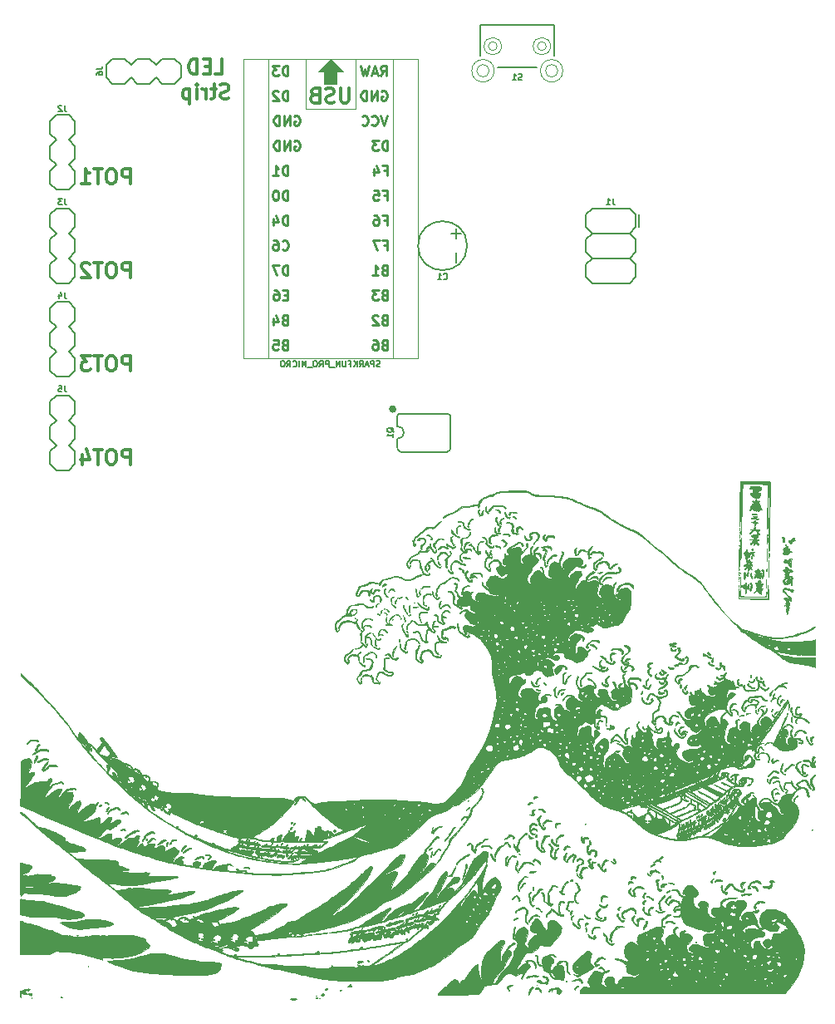
<source format=gbr>
G04 #@! TF.GenerationSoftware,KiCad,Pcbnew,5.1.6-c6e7f7d~87~ubuntu20.04.1*
G04 #@! TF.CreationDate,2020-11-22T02:32:50-05:00*
G04 #@! TF.ProjectId,numpad-1.0,6e756d70-6164-42d3-912e-302e6b696361,rev?*
G04 #@! TF.SameCoordinates,Original*
G04 #@! TF.FileFunction,Legend,Bot*
G04 #@! TF.FilePolarity,Positive*
%FSLAX46Y46*%
G04 Gerber Fmt 4.6, Leading zero omitted, Abs format (unit mm)*
G04 Created by KiCad (PCBNEW 5.1.6-c6e7f7d~87~ubuntu20.04.1) date 2020-11-22 02:32:50*
%MOMM*%
%LPD*%
G01*
G04 APERTURE LIST*
%ADD10C,0.300000*%
%ADD11C,0.010000*%
%ADD12C,0.120000*%
%ADD13C,0.100000*%
%ADD14C,0.203200*%
%ADD15C,0.254000*%
%ADD16C,0.127000*%
%ADD17C,0.375000*%
%ADD18C,0.250000*%
G04 APERTURE END LIST*
D10*
X112954285Y-91483571D02*
X112954285Y-89983571D01*
X112382857Y-89983571D01*
X112240000Y-90055000D01*
X112168571Y-90126428D01*
X112097142Y-90269285D01*
X112097142Y-90483571D01*
X112168571Y-90626428D01*
X112240000Y-90697857D01*
X112382857Y-90769285D01*
X112954285Y-90769285D01*
X111168571Y-89983571D02*
X110882857Y-89983571D01*
X110740000Y-90055000D01*
X110597142Y-90197857D01*
X110525714Y-90483571D01*
X110525714Y-90983571D01*
X110597142Y-91269285D01*
X110740000Y-91412142D01*
X110882857Y-91483571D01*
X111168571Y-91483571D01*
X111311428Y-91412142D01*
X111454285Y-91269285D01*
X111525714Y-90983571D01*
X111525714Y-90483571D01*
X111454285Y-90197857D01*
X111311428Y-90055000D01*
X111168571Y-89983571D01*
X110097142Y-89983571D02*
X109240000Y-89983571D01*
X109668571Y-91483571D02*
X109668571Y-89983571D01*
X108097142Y-90483571D02*
X108097142Y-91483571D01*
X108454285Y-89912142D02*
X108811428Y-90983571D01*
X107882857Y-90983571D01*
X112954285Y-81958571D02*
X112954285Y-80458571D01*
X112382857Y-80458571D01*
X112240000Y-80530000D01*
X112168571Y-80601428D01*
X112097142Y-80744285D01*
X112097142Y-80958571D01*
X112168571Y-81101428D01*
X112240000Y-81172857D01*
X112382857Y-81244285D01*
X112954285Y-81244285D01*
X111168571Y-80458571D02*
X110882857Y-80458571D01*
X110740000Y-80530000D01*
X110597142Y-80672857D01*
X110525714Y-80958571D01*
X110525714Y-81458571D01*
X110597142Y-81744285D01*
X110740000Y-81887142D01*
X110882857Y-81958571D01*
X111168571Y-81958571D01*
X111311428Y-81887142D01*
X111454285Y-81744285D01*
X111525714Y-81458571D01*
X111525714Y-80958571D01*
X111454285Y-80672857D01*
X111311428Y-80530000D01*
X111168571Y-80458571D01*
X110097142Y-80458571D02*
X109240000Y-80458571D01*
X109668571Y-81958571D02*
X109668571Y-80458571D01*
X108882857Y-80458571D02*
X107954285Y-80458571D01*
X108454285Y-81030000D01*
X108240000Y-81030000D01*
X108097142Y-81101428D01*
X108025714Y-81172857D01*
X107954285Y-81315714D01*
X107954285Y-81672857D01*
X108025714Y-81815714D01*
X108097142Y-81887142D01*
X108240000Y-81958571D01*
X108668571Y-81958571D01*
X108811428Y-81887142D01*
X108882857Y-81815714D01*
X112954285Y-72433571D02*
X112954285Y-70933571D01*
X112382857Y-70933571D01*
X112240000Y-71005000D01*
X112168571Y-71076428D01*
X112097142Y-71219285D01*
X112097142Y-71433571D01*
X112168571Y-71576428D01*
X112240000Y-71647857D01*
X112382857Y-71719285D01*
X112954285Y-71719285D01*
X111168571Y-70933571D02*
X110882857Y-70933571D01*
X110740000Y-71005000D01*
X110597142Y-71147857D01*
X110525714Y-71433571D01*
X110525714Y-71933571D01*
X110597142Y-72219285D01*
X110740000Y-72362142D01*
X110882857Y-72433571D01*
X111168571Y-72433571D01*
X111311428Y-72362142D01*
X111454285Y-72219285D01*
X111525714Y-71933571D01*
X111525714Y-71433571D01*
X111454285Y-71147857D01*
X111311428Y-71005000D01*
X111168571Y-70933571D01*
X110097142Y-70933571D02*
X109240000Y-70933571D01*
X109668571Y-72433571D02*
X109668571Y-70933571D01*
X108811428Y-71076428D02*
X108740000Y-71005000D01*
X108597142Y-70933571D01*
X108240000Y-70933571D01*
X108097142Y-71005000D01*
X108025714Y-71076428D01*
X107954285Y-71219285D01*
X107954285Y-71362142D01*
X108025714Y-71576428D01*
X108882857Y-72433571D01*
X107954285Y-72433571D01*
X112954285Y-62908571D02*
X112954285Y-61408571D01*
X112382857Y-61408571D01*
X112240000Y-61480000D01*
X112168571Y-61551428D01*
X112097142Y-61694285D01*
X112097142Y-61908571D01*
X112168571Y-62051428D01*
X112240000Y-62122857D01*
X112382857Y-62194285D01*
X112954285Y-62194285D01*
X111168571Y-61408571D02*
X110882857Y-61408571D01*
X110740000Y-61480000D01*
X110597142Y-61622857D01*
X110525714Y-61908571D01*
X110525714Y-62408571D01*
X110597142Y-62694285D01*
X110740000Y-62837142D01*
X110882857Y-62908571D01*
X111168571Y-62908571D01*
X111311428Y-62837142D01*
X111454285Y-62694285D01*
X111525714Y-62408571D01*
X111525714Y-61908571D01*
X111454285Y-61622857D01*
X111311428Y-61480000D01*
X111168571Y-61408571D01*
X110097142Y-61408571D02*
X109240000Y-61408571D01*
X109668571Y-62908571D02*
X109668571Y-61408571D01*
X107954285Y-62908571D02*
X108811428Y-62908571D01*
X108382857Y-62908571D02*
X108382857Y-61408571D01*
X108525714Y-61622857D01*
X108668571Y-61765714D01*
X108811428Y-61837142D01*
X121614285Y-51727571D02*
X122328571Y-51727571D01*
X122328571Y-50227571D01*
X121114285Y-50941857D02*
X120614285Y-50941857D01*
X120400000Y-51727571D02*
X121114285Y-51727571D01*
X121114285Y-50227571D01*
X120400000Y-50227571D01*
X119757142Y-51727571D02*
X119757142Y-50227571D01*
X119400000Y-50227571D01*
X119185714Y-50299000D01*
X119042857Y-50441857D01*
X118971428Y-50584714D01*
X118900000Y-50870428D01*
X118900000Y-51084714D01*
X118971428Y-51370428D01*
X119042857Y-51513285D01*
X119185714Y-51656142D01*
X119400000Y-51727571D01*
X119757142Y-51727571D01*
X123007142Y-54206142D02*
X122792857Y-54277571D01*
X122435714Y-54277571D01*
X122292857Y-54206142D01*
X122221428Y-54134714D01*
X122150000Y-53991857D01*
X122150000Y-53849000D01*
X122221428Y-53706142D01*
X122292857Y-53634714D01*
X122435714Y-53563285D01*
X122721428Y-53491857D01*
X122864285Y-53420428D01*
X122935714Y-53349000D01*
X123007142Y-53206142D01*
X123007142Y-53063285D01*
X122935714Y-52920428D01*
X122864285Y-52849000D01*
X122721428Y-52777571D01*
X122364285Y-52777571D01*
X122150000Y-52849000D01*
X121721428Y-53277571D02*
X121150000Y-53277571D01*
X121507142Y-52777571D02*
X121507142Y-54063285D01*
X121435714Y-54206142D01*
X121292857Y-54277571D01*
X121150000Y-54277571D01*
X120650000Y-54277571D02*
X120650000Y-53277571D01*
X120650000Y-53563285D02*
X120578571Y-53420428D01*
X120507142Y-53349000D01*
X120364285Y-53277571D01*
X120221428Y-53277571D01*
X119721428Y-54277571D02*
X119721428Y-53277571D01*
X119721428Y-52777571D02*
X119792857Y-52849000D01*
X119721428Y-52920428D01*
X119650000Y-52849000D01*
X119721428Y-52777571D01*
X119721428Y-52920428D01*
X119007142Y-53277571D02*
X119007142Y-54777571D01*
X119007142Y-53349000D02*
X118864285Y-53277571D01*
X118578571Y-53277571D01*
X118435714Y-53349000D01*
X118364285Y-53420428D01*
X118292857Y-53563285D01*
X118292857Y-53991857D01*
X118364285Y-54134714D01*
X118435714Y-54206142D01*
X118578571Y-54277571D01*
X118864285Y-54277571D01*
X119007142Y-54206142D01*
D11*
G36*
X108883142Y-120389541D02*
G01*
X108856246Y-120460050D01*
X108854632Y-120560865D01*
X108890792Y-120642395D01*
X108947655Y-120686342D01*
X109008146Y-120674407D01*
X109031080Y-120647445D01*
X109035376Y-120582612D01*
X109010138Y-120488348D01*
X108968981Y-120400442D01*
X108925516Y-120354685D01*
X108919338Y-120353667D01*
X108883142Y-120389541D01*
G37*
X108883142Y-120389541D02*
X108856246Y-120460050D01*
X108854632Y-120560865D01*
X108890792Y-120642395D01*
X108947655Y-120686342D01*
X109008146Y-120674407D01*
X109031080Y-120647445D01*
X109035376Y-120582612D01*
X109010138Y-120488348D01*
X108968981Y-120400442D01*
X108925516Y-120354685D01*
X108919338Y-120353667D01*
X108883142Y-120389541D01*
G36*
X175277936Y-123581287D02*
G01*
X175269489Y-123633726D01*
X175316561Y-123682102D01*
X175377404Y-123698000D01*
X175423698Y-123691922D01*
X175408250Y-123659929D01*
X175375913Y-123626436D01*
X175311799Y-123581172D01*
X175277936Y-123581287D01*
G37*
X175277936Y-123581287D02*
X175269489Y-123633726D01*
X175316561Y-123682102D01*
X175377404Y-123698000D01*
X175423698Y-123691922D01*
X175408250Y-123659929D01*
X175375913Y-123626436D01*
X175311799Y-123581172D01*
X175277936Y-123581287D01*
G36*
X113925061Y-124352909D02*
G01*
X113926966Y-124364264D01*
X113975716Y-124434154D01*
X114017348Y-124452537D01*
X114068066Y-124454454D01*
X114060491Y-124416111D01*
X114038429Y-124378940D01*
X113977651Y-124306657D01*
X113934582Y-124297285D01*
X113925061Y-124352909D01*
G37*
X113925061Y-124352909D02*
X113926966Y-124364264D01*
X113975716Y-124434154D01*
X114017348Y-124452537D01*
X114068066Y-124454454D01*
X114060491Y-124416111D01*
X114038429Y-124378940D01*
X113977651Y-124306657D01*
X113934582Y-124297285D01*
X113925061Y-124352909D01*
G36*
X165506987Y-125736137D02*
G01*
X165487447Y-125787170D01*
X165512138Y-125814559D01*
X165515277Y-125814667D01*
X165564193Y-125780747D01*
X165582333Y-125747629D01*
X165583482Y-125698002D01*
X165557758Y-125697358D01*
X165506987Y-125736137D01*
G37*
X165506987Y-125736137D02*
X165487447Y-125787170D01*
X165512138Y-125814559D01*
X165515277Y-125814667D01*
X165564193Y-125780747D01*
X165582333Y-125747629D01*
X165583482Y-125698002D01*
X165557758Y-125697358D01*
X165506987Y-125736137D01*
G36*
X174886939Y-124834123D02*
G01*
X174879000Y-124883333D01*
X174896729Y-124952123D01*
X174921334Y-124968000D01*
X174955729Y-124932544D01*
X174963667Y-124883333D01*
X174945939Y-124814543D01*
X174921334Y-124798667D01*
X174886939Y-124834123D01*
G37*
X174886939Y-124834123D02*
X174879000Y-124883333D01*
X174896729Y-124952123D01*
X174921334Y-124968000D01*
X174955729Y-124932544D01*
X174963667Y-124883333D01*
X174945939Y-124814543D01*
X174921334Y-124798667D01*
X174886939Y-124834123D01*
G36*
X174733383Y-124956058D02*
G01*
X174747322Y-125032497D01*
X174781916Y-125088518D01*
X174799271Y-125095000D01*
X174836054Y-125063135D01*
X174836667Y-125056129D01*
X174820495Y-124973538D01*
X174784307Y-124913488D01*
X174751539Y-124904785D01*
X174733383Y-124956058D01*
G37*
X174733383Y-124956058D02*
X174747322Y-125032497D01*
X174781916Y-125088518D01*
X174799271Y-125095000D01*
X174836054Y-125063135D01*
X174836667Y-125056129D01*
X174820495Y-124973538D01*
X174784307Y-124913488D01*
X174751539Y-124904785D01*
X174733383Y-124956058D01*
G36*
X173706472Y-125163014D02*
G01*
X173689024Y-125185730D01*
X173661791Y-125264242D01*
X173652997Y-125361757D01*
X173662659Y-125443797D01*
X173688862Y-125476000D01*
X173720009Y-125439050D01*
X173745596Y-125349028D01*
X173747322Y-125338417D01*
X173755469Y-125221281D01*
X173740301Y-125158751D01*
X173706472Y-125163014D01*
G37*
X173706472Y-125163014D02*
X173689024Y-125185730D01*
X173661791Y-125264242D01*
X173652997Y-125361757D01*
X173662659Y-125443797D01*
X173688862Y-125476000D01*
X173720009Y-125439050D01*
X173745596Y-125349028D01*
X173747322Y-125338417D01*
X173755469Y-125221281D01*
X173740301Y-125158751D01*
X173706472Y-125163014D01*
G36*
X173080676Y-125686969D02*
G01*
X173079834Y-125687667D01*
X173026582Y-125779643D01*
X173022924Y-125898925D01*
X173051624Y-125974053D01*
X173096744Y-126005986D01*
X173114475Y-125998747D01*
X173132927Y-125941341D01*
X173142809Y-125834715D01*
X173143334Y-125802427D01*
X173139061Y-125698918D01*
X173120864Y-125665292D01*
X173080676Y-125686969D01*
G37*
X173080676Y-125686969D02*
X173079834Y-125687667D01*
X173026582Y-125779643D01*
X173022924Y-125898925D01*
X173051624Y-125974053D01*
X173096744Y-126005986D01*
X173114475Y-125998747D01*
X173132927Y-125941341D01*
X173142809Y-125834715D01*
X173143334Y-125802427D01*
X173139061Y-125698918D01*
X173120864Y-125665292D01*
X173080676Y-125686969D01*
G36*
X173443048Y-126278084D02*
G01*
X173439667Y-126303998D01*
X173463337Y-126358712D01*
X173482000Y-126365000D01*
X173516063Y-126329437D01*
X173524334Y-126277835D01*
X173508037Y-126219300D01*
X173482000Y-126216833D01*
X173443048Y-126278084D01*
G37*
X173443048Y-126278084D02*
X173439667Y-126303998D01*
X173463337Y-126358712D01*
X173482000Y-126365000D01*
X173516063Y-126329437D01*
X173524334Y-126277835D01*
X173508037Y-126219300D01*
X173482000Y-126216833D01*
X173443048Y-126278084D01*
G36*
X172549017Y-126067247D02*
G01*
X172532481Y-126087341D01*
X172472867Y-126218964D01*
X172484038Y-126358144D01*
X172508334Y-126407333D01*
X172541488Y-126449479D01*
X172550230Y-126417856D01*
X172550485Y-126407333D01*
X172556851Y-126325921D01*
X172571207Y-126204445D01*
X172575281Y-126174500D01*
X172587663Y-126070719D01*
X172580818Y-126038857D01*
X172549017Y-126067247D01*
G37*
X172549017Y-126067247D02*
X172532481Y-126087341D01*
X172472867Y-126218964D01*
X172484038Y-126358144D01*
X172508334Y-126407333D01*
X172541488Y-126449479D01*
X172550230Y-126417856D01*
X172550485Y-126407333D01*
X172556851Y-126325921D01*
X172571207Y-126204445D01*
X172575281Y-126174500D01*
X172587663Y-126070719D01*
X172580818Y-126038857D01*
X172549017Y-126067247D01*
G36*
X173309154Y-126229635D02*
G01*
X173300232Y-126251678D01*
X173289607Y-126342458D01*
X173315157Y-126420763D01*
X173359530Y-126449667D01*
X173392735Y-126416446D01*
X173394358Y-126396750D01*
X173377107Y-126314573D01*
X173359428Y-126262262D01*
X173331578Y-126207290D01*
X173309154Y-126229635D01*
G37*
X173309154Y-126229635D02*
X173300232Y-126251678D01*
X173289607Y-126342458D01*
X173315157Y-126420763D01*
X173359530Y-126449667D01*
X173392735Y-126416446D01*
X173394358Y-126396750D01*
X173377107Y-126314573D01*
X173359428Y-126262262D01*
X173331578Y-126207290D01*
X173309154Y-126229635D01*
G36*
X171663937Y-126782701D02*
G01*
X171633618Y-126870338D01*
X171623656Y-126975216D01*
X171630200Y-127028401D01*
X171649088Y-127077860D01*
X171670859Y-127047209D01*
X171672747Y-127042333D01*
X171711890Y-126914294D01*
X171727346Y-126809216D01*
X171716469Y-126750935D01*
X171705614Y-126746000D01*
X171663937Y-126782701D01*
G37*
X171663937Y-126782701D02*
X171633618Y-126870338D01*
X171623656Y-126975216D01*
X171630200Y-127028401D01*
X171649088Y-127077860D01*
X171670859Y-127047209D01*
X171672747Y-127042333D01*
X171711890Y-126914294D01*
X171727346Y-126809216D01*
X171716469Y-126750935D01*
X171705614Y-126746000D01*
X171663937Y-126782701D01*
G36*
X171144903Y-127117034D02*
G01*
X171132500Y-127127000D01*
X171081112Y-127205568D01*
X171071915Y-127296329D01*
X171106898Y-127357092D01*
X171151316Y-127345268D01*
X171170398Y-127313794D01*
X171192376Y-127214306D01*
X171196000Y-127160687D01*
X171186280Y-127101916D01*
X171144903Y-127117034D01*
G37*
X171144903Y-127117034D02*
X171132500Y-127127000D01*
X171081112Y-127205568D01*
X171071915Y-127296329D01*
X171106898Y-127357092D01*
X171151316Y-127345268D01*
X171170398Y-127313794D01*
X171192376Y-127214306D01*
X171196000Y-127160687D01*
X171186280Y-127101916D01*
X171144903Y-127117034D01*
G36*
X170831520Y-127213820D02*
G01*
X170817078Y-127230330D01*
X170778157Y-127326159D01*
X170805444Y-127412144D01*
X170889304Y-127457997D01*
X170889516Y-127458027D01*
X170964667Y-127449254D01*
X170982987Y-127394527D01*
X170956909Y-127297843D01*
X170925061Y-127242947D01*
X170874736Y-127193363D01*
X170831520Y-127213820D01*
G37*
X170831520Y-127213820D02*
X170817078Y-127230330D01*
X170778157Y-127326159D01*
X170805444Y-127412144D01*
X170889304Y-127457997D01*
X170889516Y-127458027D01*
X170964667Y-127449254D01*
X170982987Y-127394527D01*
X170956909Y-127297843D01*
X170925061Y-127242947D01*
X170874736Y-127193363D01*
X170831520Y-127213820D01*
G36*
X170648484Y-127358092D02*
G01*
X170608749Y-127425852D01*
X170614198Y-127525846D01*
X170640341Y-127585498D01*
X170670475Y-127599969D01*
X170696740Y-127535488D01*
X170703487Y-127504653D01*
X170717963Y-127387757D01*
X170697798Y-127342736D01*
X170648484Y-127358092D01*
G37*
X170648484Y-127358092D02*
X170608749Y-127425852D01*
X170614198Y-127525846D01*
X170640341Y-127585498D01*
X170670475Y-127599969D01*
X170696740Y-127535488D01*
X170703487Y-127504653D01*
X170717963Y-127387757D01*
X170697798Y-127342736D01*
X170648484Y-127358092D01*
G36*
X172255550Y-127823414D02*
G01*
X172254912Y-127848783D01*
X172266530Y-127978576D01*
X172294625Y-128084705D01*
X172331281Y-128140196D01*
X172341276Y-128143000D01*
X172357881Y-128106225D01*
X172355969Y-128014845D01*
X172351992Y-127984250D01*
X172326587Y-127868429D01*
X172296341Y-127795057D01*
X172269810Y-127776072D01*
X172255550Y-127823414D01*
G37*
X172255550Y-127823414D02*
X172254912Y-127848783D01*
X172266530Y-127978576D01*
X172294625Y-128084705D01*
X172331281Y-128140196D01*
X172341276Y-128143000D01*
X172357881Y-128106225D01*
X172355969Y-128014845D01*
X172351992Y-127984250D01*
X172326587Y-127868429D01*
X172296341Y-127795057D01*
X172269810Y-127776072D01*
X172255550Y-127823414D01*
G36*
X172133729Y-127886312D02*
G01*
X172128621Y-127971550D01*
X172116809Y-128084637D01*
X172089331Y-128119150D01*
X172055014Y-128072952D01*
X172032383Y-127994833D01*
X172016397Y-127946471D01*
X171998218Y-127971090D01*
X171981351Y-128026583D01*
X171966598Y-128141518D01*
X171978020Y-128253822D01*
X172009991Y-128333785D01*
X172043474Y-128354667D01*
X172081087Y-128320715D01*
X172085000Y-128295870D01*
X172119120Y-128248899D01*
X172157910Y-128242954D01*
X172204302Y-128231758D01*
X172220846Y-128174344D01*
X172217400Y-128079500D01*
X172199406Y-127942311D01*
X172175258Y-127859270D01*
X172151262Y-127838047D01*
X172133729Y-127886312D01*
G37*
X172133729Y-127886312D02*
X172128621Y-127971550D01*
X172116809Y-128084637D01*
X172089331Y-128119150D01*
X172055014Y-128072952D01*
X172032383Y-127994833D01*
X172016397Y-127946471D01*
X171998218Y-127971090D01*
X171981351Y-128026583D01*
X171966598Y-128141518D01*
X171978020Y-128253822D01*
X172009991Y-128333785D01*
X172043474Y-128354667D01*
X172081087Y-128320715D01*
X172085000Y-128295870D01*
X172119120Y-128248899D01*
X172157910Y-128242954D01*
X172204302Y-128231758D01*
X172220846Y-128174344D01*
X172217400Y-128079500D01*
X172199406Y-127942311D01*
X172175258Y-127859270D01*
X172151262Y-127838047D01*
X172133729Y-127886312D01*
G36*
X171678614Y-128180806D02*
G01*
X171663504Y-128276330D01*
X171661667Y-128331001D01*
X171670435Y-128450645D01*
X171692514Y-128530991D01*
X171704000Y-128545167D01*
X171730102Y-128524177D01*
X171744384Y-128429832D01*
X171746334Y-128357165D01*
X171738803Y-128235605D01*
X171719526Y-128158003D01*
X171704000Y-128143000D01*
X171678614Y-128180806D01*
G37*
X171678614Y-128180806D02*
X171663504Y-128276330D01*
X171661667Y-128331001D01*
X171670435Y-128450645D01*
X171692514Y-128530991D01*
X171704000Y-128545167D01*
X171730102Y-128524177D01*
X171744384Y-128429832D01*
X171746334Y-128357165D01*
X171738803Y-128235605D01*
X171719526Y-128158003D01*
X171704000Y-128143000D01*
X171678614Y-128180806D01*
G36*
X171836157Y-128093704D02*
G01*
X171823377Y-128115792D01*
X171803534Y-128211649D01*
X171813504Y-128281437D01*
X171840104Y-128394509D01*
X171847835Y-128456993D01*
X171877733Y-128533795D01*
X171909658Y-128557296D01*
X171943339Y-128552058D01*
X171950705Y-128494038D01*
X171938316Y-128391469D01*
X171915065Y-128257319D01*
X171892173Y-128147929D01*
X171886367Y-128125521D01*
X171863877Y-128069978D01*
X171836157Y-128093704D01*
G37*
X171836157Y-128093704D02*
X171823377Y-128115792D01*
X171803534Y-128211649D01*
X171813504Y-128281437D01*
X171840104Y-128394509D01*
X171847835Y-128456993D01*
X171877733Y-128533795D01*
X171909658Y-128557296D01*
X171943339Y-128552058D01*
X171950705Y-128494038D01*
X171938316Y-128391469D01*
X171915065Y-128257319D01*
X171892173Y-128147929D01*
X171886367Y-128125521D01*
X171863877Y-128069978D01*
X171836157Y-128093704D01*
G36*
X171369914Y-128356309D02*
G01*
X171365406Y-128472403D01*
X171365334Y-128495778D01*
X171373555Y-128611809D01*
X171394434Y-128682857D01*
X171408167Y-128693333D01*
X171431034Y-128655068D01*
X171428335Y-128549352D01*
X171423443Y-128513417D01*
X171399179Y-128376890D01*
X171381254Y-128324496D01*
X171369914Y-128356309D01*
G37*
X171369914Y-128356309D02*
X171365406Y-128472403D01*
X171365334Y-128495778D01*
X171373555Y-128611809D01*
X171394434Y-128682857D01*
X171408167Y-128693333D01*
X171431034Y-128655068D01*
X171428335Y-128549352D01*
X171423443Y-128513417D01*
X171399179Y-128376890D01*
X171381254Y-128324496D01*
X171369914Y-128356309D01*
G36*
X170652448Y-128658184D02*
G01*
X170649139Y-128672167D01*
X170633376Y-128807492D01*
X170649946Y-128906419D01*
X170694970Y-128947209D01*
X170698230Y-128947333D01*
X170721613Y-128910974D01*
X170714768Y-128816597D01*
X170714459Y-128815042D01*
X170693900Y-128698832D01*
X170682992Y-128613958D01*
X170672242Y-128600669D01*
X170652448Y-128658184D01*
G37*
X170652448Y-128658184D02*
X170649139Y-128672167D01*
X170633376Y-128807492D01*
X170649946Y-128906419D01*
X170694970Y-128947209D01*
X170698230Y-128947333D01*
X170721613Y-128910974D01*
X170714768Y-128816597D01*
X170714459Y-128815042D01*
X170693900Y-128698832D01*
X170682992Y-128613958D01*
X170672242Y-128600669D01*
X170652448Y-128658184D01*
G36*
X170534750Y-128672851D02*
G01*
X170514868Y-128704646D01*
X170487898Y-128796874D01*
X170484439Y-128915138D01*
X170501563Y-129026377D01*
X170536341Y-129097533D01*
X170550448Y-129106349D01*
X170585057Y-129091600D01*
X170587970Y-129007772D01*
X170585055Y-128982621D01*
X170570555Y-128848224D01*
X170562570Y-128735667D01*
X170555362Y-128665684D01*
X170534750Y-128672851D01*
G37*
X170534750Y-128672851D02*
X170514868Y-128704646D01*
X170487898Y-128796874D01*
X170484439Y-128915138D01*
X170501563Y-129026377D01*
X170536341Y-129097533D01*
X170550448Y-129106349D01*
X170585057Y-129091600D01*
X170587970Y-129007772D01*
X170585055Y-128982621D01*
X170570555Y-128848224D01*
X170562570Y-128735667D01*
X170555362Y-128665684D01*
X170534750Y-128672851D01*
G36*
X170356104Y-128816543D02*
G01*
X170349334Y-128865165D01*
X170331326Y-128935962D01*
X170292796Y-128937411D01*
X170256987Y-128872642D01*
X170252210Y-128852083D01*
X170239523Y-128820912D01*
X170230490Y-128870575D01*
X170228099Y-128915583D01*
X170233187Y-129017552D01*
X170253024Y-129071684D01*
X170259730Y-129074333D01*
X170299255Y-129109564D01*
X170319267Y-129159000D01*
X170353026Y-129239578D01*
X170386940Y-129244467D01*
X170415155Y-129182430D01*
X170431821Y-129062230D01*
X170434000Y-128987168D01*
X170427760Y-128841235D01*
X170410118Y-128764524D01*
X170391667Y-128756833D01*
X170356104Y-128816543D01*
G37*
X170356104Y-128816543D02*
X170349334Y-128865165D01*
X170331326Y-128935962D01*
X170292796Y-128937411D01*
X170256987Y-128872642D01*
X170252210Y-128852083D01*
X170239523Y-128820912D01*
X170230490Y-128870575D01*
X170228099Y-128915583D01*
X170233187Y-129017552D01*
X170253024Y-129071684D01*
X170259730Y-129074333D01*
X170299255Y-129109564D01*
X170319267Y-129159000D01*
X170353026Y-129239578D01*
X170386940Y-129244467D01*
X170415155Y-129182430D01*
X170431821Y-129062230D01*
X170434000Y-128987168D01*
X170427760Y-128841235D01*
X170410118Y-128764524D01*
X170391667Y-128756833D01*
X170356104Y-128816543D01*
G36*
X168698334Y-129434167D02*
G01*
X168719500Y-129455333D01*
X168740667Y-129434167D01*
X168719500Y-129413000D01*
X168698334Y-129434167D01*
G37*
X168698334Y-129434167D02*
X168719500Y-129455333D01*
X168740667Y-129434167D01*
X168719500Y-129413000D01*
X168698334Y-129434167D01*
G36*
X129353327Y-127906699D02*
G01*
X129328748Y-127976065D01*
X129328334Y-127994833D01*
X129347892Y-128076005D01*
X129385039Y-128100667D01*
X129442659Y-128066057D01*
X129489964Y-127994833D01*
X129516971Y-127918819D01*
X129489777Y-127891961D01*
X129433260Y-127889000D01*
X129353327Y-127906699D01*
G37*
X129353327Y-127906699D02*
X129328748Y-127976065D01*
X129328334Y-127994833D01*
X129347892Y-128076005D01*
X129385039Y-128100667D01*
X129442659Y-128066057D01*
X129489964Y-127994833D01*
X129516971Y-127918819D01*
X129489777Y-127891961D01*
X129433260Y-127889000D01*
X129353327Y-127906699D01*
G36*
X129689183Y-127989424D02*
G01*
X129623940Y-128039088D01*
X129565199Y-128107412D01*
X129540000Y-128168229D01*
X129560136Y-128236894D01*
X129609274Y-128237556D01*
X129670517Y-128173356D01*
X129689486Y-128140450D01*
X129728814Y-128046511D01*
X129736321Y-127988069D01*
X129733882Y-127984103D01*
X129689183Y-127989424D01*
G37*
X129689183Y-127989424D02*
X129623940Y-128039088D01*
X129565199Y-128107412D01*
X129540000Y-128168229D01*
X129560136Y-128236894D01*
X129609274Y-128237556D01*
X129670517Y-128173356D01*
X129689486Y-128140450D01*
X129728814Y-128046511D01*
X129736321Y-127988069D01*
X129733882Y-127984103D01*
X129689183Y-127989424D01*
G36*
X129321829Y-128432492D02*
G01*
X129251395Y-128517322D01*
X129206711Y-128619015D01*
X129201334Y-128660419D01*
X129221278Y-128726514D01*
X129270796Y-128727220D01*
X129334413Y-128668836D01*
X129383993Y-128586064D01*
X129435419Y-128473922D01*
X129450370Y-128418092D01*
X129429909Y-128398996D01*
X129394234Y-128397000D01*
X129321829Y-128432492D01*
G37*
X129321829Y-128432492D02*
X129251395Y-128517322D01*
X129206711Y-128619015D01*
X129201334Y-128660419D01*
X129221278Y-128726514D01*
X129270796Y-128727220D01*
X129334413Y-128668836D01*
X129383993Y-128586064D01*
X129435419Y-128473922D01*
X129450370Y-128418092D01*
X129429909Y-128398996D01*
X129394234Y-128397000D01*
X129321829Y-128432492D01*
G36*
X129074334Y-128799167D02*
G01*
X129095500Y-128820333D01*
X129116667Y-128799167D01*
X129095500Y-128778000D01*
X129074334Y-128799167D01*
G37*
X129074334Y-128799167D02*
X129095500Y-128820333D01*
X129116667Y-128799167D01*
X129095500Y-128778000D01*
X129074334Y-128799167D01*
G36*
X133628130Y-128743058D02*
G01*
X133620462Y-128811148D01*
X133677666Y-128879444D01*
X133710175Y-128897453D01*
X133801150Y-128936739D01*
X133842602Y-128936642D01*
X133862764Y-128891285D01*
X133869860Y-128864223D01*
X133859130Y-128769231D01*
X133789034Y-128708220D01*
X133701770Y-128700907D01*
X133628130Y-128743058D01*
G37*
X133628130Y-128743058D02*
X133620462Y-128811148D01*
X133677666Y-128879444D01*
X133710175Y-128897453D01*
X133801150Y-128936739D01*
X133842602Y-128936642D01*
X133862764Y-128891285D01*
X133869860Y-128864223D01*
X133859130Y-128769231D01*
X133789034Y-128708220D01*
X133701770Y-128700907D01*
X133628130Y-128743058D01*
G36*
X130314412Y-129530045D02*
G01*
X130257818Y-129605920D01*
X130204670Y-129693400D01*
X130175962Y-129760594D01*
X130175000Y-129768782D01*
X130205487Y-129795807D01*
X130272020Y-129789084D01*
X130337214Y-129757006D01*
X130360971Y-129727037D01*
X130383457Y-129630095D01*
X130382282Y-129542619D01*
X130358553Y-129498464D01*
X130353461Y-129497667D01*
X130314412Y-129530045D01*
G37*
X130314412Y-129530045D02*
X130257818Y-129605920D01*
X130204670Y-129693400D01*
X130175962Y-129760594D01*
X130175000Y-129768782D01*
X130205487Y-129795807D01*
X130272020Y-129789084D01*
X130337214Y-129757006D01*
X130360971Y-129727037D01*
X130383457Y-129630095D01*
X130382282Y-129542619D01*
X130358553Y-129498464D01*
X130353461Y-129497667D01*
X130314412Y-129530045D01*
G36*
X124552937Y-140185619D02*
G01*
X124559140Y-140229766D01*
X124586151Y-140270477D01*
X124652312Y-140313535D01*
X124739554Y-140333772D01*
X124813703Y-140327657D01*
X124841000Y-140296808D01*
X124805635Y-140260035D01*
X124723545Y-140219174D01*
X124630738Y-140188124D01*
X124563225Y-140180784D01*
X124552937Y-140185619D01*
G37*
X124552937Y-140185619D02*
X124559140Y-140229766D01*
X124586151Y-140270477D01*
X124652312Y-140313535D01*
X124739554Y-140333772D01*
X124813703Y-140327657D01*
X124841000Y-140296808D01*
X124805635Y-140260035D01*
X124723545Y-140219174D01*
X124630738Y-140188124D01*
X124563225Y-140180784D01*
X124552937Y-140185619D01*
G36*
X175443445Y-140010444D02*
G01*
X175438378Y-140060684D01*
X175443445Y-140066889D01*
X175468612Y-140061078D01*
X175471667Y-140038667D01*
X175456178Y-140003821D01*
X175443445Y-140010444D01*
G37*
X175443445Y-140010444D02*
X175438378Y-140060684D01*
X175443445Y-140066889D01*
X175468612Y-140061078D01*
X175471667Y-140038667D01*
X175456178Y-140003821D01*
X175443445Y-140010444D01*
G36*
X176224000Y-93738860D02*
G01*
X176162731Y-93753331D01*
X176127986Y-93777659D01*
X176108894Y-93806505D01*
X176070172Y-93893298D01*
X176087232Y-93930103D01*
X176167411Y-93937667D01*
X176284610Y-93954186D01*
X176389661Y-93986663D01*
X176463714Y-94022412D01*
X176463609Y-94043701D01*
X176430823Y-94054023D01*
X176381376Y-94080813D01*
X176374364Y-94140146D01*
X176409235Y-94250499D01*
X176423893Y-94286917D01*
X176429924Y-94342618D01*
X176372054Y-94360568D01*
X176350591Y-94361000D01*
X176240559Y-94391166D01*
X176178165Y-94436829D01*
X176136786Y-94494151D01*
X176139279Y-94550737D01*
X176187685Y-94641149D01*
X176190505Y-94645794D01*
X176271164Y-94750389D01*
X176358039Y-94825065D01*
X176364340Y-94828632D01*
X176457625Y-94859074D01*
X176592193Y-94880693D01*
X176743687Y-94892532D01*
X176887750Y-94893631D01*
X177000026Y-94883033D01*
X177056159Y-94859778D01*
X177058016Y-94855932D01*
X177077987Y-94777000D01*
X177085528Y-94742000D01*
X176953334Y-94742000D01*
X176916822Y-94772513D01*
X176836917Y-94783685D01*
X176763010Y-94777364D01*
X176765245Y-94755466D01*
X176784000Y-94742000D01*
X176873417Y-94704468D01*
X176937941Y-94711485D01*
X176953334Y-94742000D01*
X177085528Y-94742000D01*
X177094649Y-94699667D01*
X176593500Y-94699667D01*
X176576958Y-94729648D01*
X176494596Y-94741979D01*
X176490166Y-94742000D01*
X176399921Y-94729956D01*
X176360718Y-94700859D01*
X176360667Y-94699667D01*
X176396817Y-94667567D01*
X176464002Y-94657333D01*
X176553639Y-94672942D01*
X176593500Y-94699667D01*
X177094649Y-94699667D01*
X177124078Y-94574346D01*
X177128083Y-94560081D01*
X176926902Y-94560081D01*
X176868667Y-94565982D01*
X176808569Y-94559330D01*
X176815750Y-94544630D01*
X176902422Y-94539039D01*
X176921584Y-94544630D01*
X176926902Y-94560081D01*
X177128083Y-94560081D01*
X177145354Y-94498583D01*
X177147480Y-94485119D01*
X176591720Y-94485119D01*
X176573966Y-94517536D01*
X176498968Y-94538965D01*
X176397747Y-94547272D01*
X176363540Y-94533378D01*
X176380093Y-94490816D01*
X176443550Y-94452496D01*
X176531110Y-94450605D01*
X176591720Y-94485119D01*
X177147480Y-94485119D01*
X177155790Y-94432498D01*
X177116569Y-94406956D01*
X177042938Y-94403333D01*
X176951668Y-94390721D01*
X176912225Y-94361000D01*
X176762834Y-94361000D01*
X176701405Y-94400380D01*
X176678167Y-94403333D01*
X176607158Y-94376494D01*
X176593500Y-94361000D01*
X176608684Y-94329791D01*
X176678167Y-94318667D01*
X176751736Y-94331834D01*
X176762834Y-94361000D01*
X176912225Y-94361000D01*
X176911123Y-94360170D01*
X176911000Y-94358217D01*
X176940100Y-94256814D01*
X176977700Y-94212833D01*
X176657000Y-94212833D01*
X176635834Y-94234000D01*
X176614667Y-94212833D01*
X176635834Y-94191667D01*
X176657000Y-94212833D01*
X176977700Y-94212833D01*
X177009101Y-94176105D01*
X177078540Y-94149333D01*
X177152083Y-94110796D01*
X177206276Y-94005974D01*
X177057837Y-94005974D01*
X177051394Y-94078142D01*
X177043980Y-94087401D01*
X177017622Y-94075425D01*
X177011531Y-94054545D01*
X176765640Y-94054545D01*
X176724028Y-94061324D01*
X176669121Y-94053541D01*
X176668466Y-94039090D01*
X176725124Y-94028984D01*
X176749605Y-94035748D01*
X176765640Y-94054545D01*
X177011531Y-94054545D01*
X177003306Y-94026352D01*
X176970303Y-93960349D01*
X176883823Y-93935000D01*
X176855140Y-93933447D01*
X176720853Y-93919198D01*
X176614667Y-93895333D01*
X176558612Y-93873908D01*
X176571276Y-93863007D01*
X176660132Y-93858213D01*
X176678167Y-93857798D01*
X176812655Y-93861518D01*
X176924912Y-93875374D01*
X176938837Y-93878658D01*
X177014449Y-93927829D01*
X177057837Y-94005974D01*
X177206276Y-94005974D01*
X177213325Y-93992341D01*
X177213942Y-93990583D01*
X177249711Y-93879512D01*
X177269065Y-93802402D01*
X177270141Y-93792434D01*
X177230677Y-93776822D01*
X177122125Y-93761796D01*
X176960059Y-93748870D01*
X176760054Y-93739561D01*
X176712144Y-93738138D01*
X176484186Y-93732909D01*
X176326311Y-93732601D01*
X176224000Y-93738860D01*
G37*
X176224000Y-93738860D02*
X176162731Y-93753331D01*
X176127986Y-93777659D01*
X176108894Y-93806505D01*
X176070172Y-93893298D01*
X176087232Y-93930103D01*
X176167411Y-93937667D01*
X176284610Y-93954186D01*
X176389661Y-93986663D01*
X176463714Y-94022412D01*
X176463609Y-94043701D01*
X176430823Y-94054023D01*
X176381376Y-94080813D01*
X176374364Y-94140146D01*
X176409235Y-94250499D01*
X176423893Y-94286917D01*
X176429924Y-94342618D01*
X176372054Y-94360568D01*
X176350591Y-94361000D01*
X176240559Y-94391166D01*
X176178165Y-94436829D01*
X176136786Y-94494151D01*
X176139279Y-94550737D01*
X176187685Y-94641149D01*
X176190505Y-94645794D01*
X176271164Y-94750389D01*
X176358039Y-94825065D01*
X176364340Y-94828632D01*
X176457625Y-94859074D01*
X176592193Y-94880693D01*
X176743687Y-94892532D01*
X176887750Y-94893631D01*
X177000026Y-94883033D01*
X177056159Y-94859778D01*
X177058016Y-94855932D01*
X177077987Y-94777000D01*
X177085528Y-94742000D01*
X176953334Y-94742000D01*
X176916822Y-94772513D01*
X176836917Y-94783685D01*
X176763010Y-94777364D01*
X176765245Y-94755466D01*
X176784000Y-94742000D01*
X176873417Y-94704468D01*
X176937941Y-94711485D01*
X176953334Y-94742000D01*
X177085528Y-94742000D01*
X177094649Y-94699667D01*
X176593500Y-94699667D01*
X176576958Y-94729648D01*
X176494596Y-94741979D01*
X176490166Y-94742000D01*
X176399921Y-94729956D01*
X176360718Y-94700859D01*
X176360667Y-94699667D01*
X176396817Y-94667567D01*
X176464002Y-94657333D01*
X176553639Y-94672942D01*
X176593500Y-94699667D01*
X177094649Y-94699667D01*
X177124078Y-94574346D01*
X177128083Y-94560081D01*
X176926902Y-94560081D01*
X176868667Y-94565982D01*
X176808569Y-94559330D01*
X176815750Y-94544630D01*
X176902422Y-94539039D01*
X176921584Y-94544630D01*
X176926902Y-94560081D01*
X177128083Y-94560081D01*
X177145354Y-94498583D01*
X177147480Y-94485119D01*
X176591720Y-94485119D01*
X176573966Y-94517536D01*
X176498968Y-94538965D01*
X176397747Y-94547272D01*
X176363540Y-94533378D01*
X176380093Y-94490816D01*
X176443550Y-94452496D01*
X176531110Y-94450605D01*
X176591720Y-94485119D01*
X177147480Y-94485119D01*
X177155790Y-94432498D01*
X177116569Y-94406956D01*
X177042938Y-94403333D01*
X176951668Y-94390721D01*
X176912225Y-94361000D01*
X176762834Y-94361000D01*
X176701405Y-94400380D01*
X176678167Y-94403333D01*
X176607158Y-94376494D01*
X176593500Y-94361000D01*
X176608684Y-94329791D01*
X176678167Y-94318667D01*
X176751736Y-94331834D01*
X176762834Y-94361000D01*
X176912225Y-94361000D01*
X176911123Y-94360170D01*
X176911000Y-94358217D01*
X176940100Y-94256814D01*
X176977700Y-94212833D01*
X176657000Y-94212833D01*
X176635834Y-94234000D01*
X176614667Y-94212833D01*
X176635834Y-94191667D01*
X176657000Y-94212833D01*
X176977700Y-94212833D01*
X177009101Y-94176105D01*
X177078540Y-94149333D01*
X177152083Y-94110796D01*
X177206276Y-94005974D01*
X177057837Y-94005974D01*
X177051394Y-94078142D01*
X177043980Y-94087401D01*
X177017622Y-94075425D01*
X177011531Y-94054545D01*
X176765640Y-94054545D01*
X176724028Y-94061324D01*
X176669121Y-94053541D01*
X176668466Y-94039090D01*
X176725124Y-94028984D01*
X176749605Y-94035748D01*
X176765640Y-94054545D01*
X177011531Y-94054545D01*
X177003306Y-94026352D01*
X176970303Y-93960349D01*
X176883823Y-93935000D01*
X176855140Y-93933447D01*
X176720853Y-93919198D01*
X176614667Y-93895333D01*
X176558612Y-93873908D01*
X176571276Y-93863007D01*
X176660132Y-93858213D01*
X176678167Y-93857798D01*
X176812655Y-93861518D01*
X176924912Y-93875374D01*
X176938837Y-93878658D01*
X177014449Y-93927829D01*
X177057837Y-94005974D01*
X177206276Y-94005974D01*
X177213325Y-93992341D01*
X177213942Y-93990583D01*
X177249711Y-93879512D01*
X177269065Y-93802402D01*
X177270141Y-93792434D01*
X177230677Y-93776822D01*
X177122125Y-93761796D01*
X176960059Y-93748870D01*
X176760054Y-93739561D01*
X176712144Y-93738138D01*
X176484186Y-93732909D01*
X176326311Y-93732601D01*
X176224000Y-93738860D01*
G36*
X149909262Y-95635049D02*
G01*
X149856685Y-95664188D01*
X149804441Y-95729055D01*
X149799481Y-95735942D01*
X149717416Y-95839680D01*
X149608373Y-95964989D01*
X149553084Y-96024670D01*
X149444811Y-96153173D01*
X149392308Y-96245707D01*
X149393533Y-96294329D01*
X149446443Y-96291097D01*
X149548995Y-96228067D01*
X149595799Y-96190778D01*
X149681006Y-96111973D01*
X149729272Y-96052570D01*
X149733382Y-96040493D01*
X149760619Y-95991465D01*
X149829426Y-95910196D01*
X149861685Y-95876802D01*
X149922292Y-95819503D01*
X149979555Y-95782161D01*
X150052994Y-95760244D01*
X150162131Y-95749223D01*
X150326488Y-95744568D01*
X150437465Y-95743191D01*
X150637166Y-95741904D01*
X150770725Y-95745813D01*
X150856657Y-95758669D01*
X150913473Y-95784223D01*
X150959688Y-95826228D01*
X150984084Y-95853965D01*
X151068013Y-95929168D01*
X151148771Y-95968250D01*
X151203629Y-95963252D01*
X151214667Y-95934712D01*
X151179359Y-95868574D01*
X151090705Y-95791669D01*
X150974610Y-95723026D01*
X150876000Y-95685965D01*
X150734715Y-95667670D01*
X150575444Y-95670854D01*
X150546236Y-95674393D01*
X150396618Y-95681542D01*
X150217862Y-95670498D01*
X150125883Y-95657363D01*
X149989790Y-95634990D01*
X149909262Y-95635049D01*
G37*
X149909262Y-95635049D02*
X149856685Y-95664188D01*
X149804441Y-95729055D01*
X149799481Y-95735942D01*
X149717416Y-95839680D01*
X149608373Y-95964989D01*
X149553084Y-96024670D01*
X149444811Y-96153173D01*
X149392308Y-96245707D01*
X149393533Y-96294329D01*
X149446443Y-96291097D01*
X149548995Y-96228067D01*
X149595799Y-96190778D01*
X149681006Y-96111973D01*
X149729272Y-96052570D01*
X149733382Y-96040493D01*
X149760619Y-95991465D01*
X149829426Y-95910196D01*
X149861685Y-95876802D01*
X149922292Y-95819503D01*
X149979555Y-95782161D01*
X150052994Y-95760244D01*
X150162131Y-95749223D01*
X150326488Y-95744568D01*
X150437465Y-95743191D01*
X150637166Y-95741904D01*
X150770725Y-95745813D01*
X150856657Y-95758669D01*
X150913473Y-95784223D01*
X150959688Y-95826228D01*
X150984084Y-95853965D01*
X151068013Y-95929168D01*
X151148771Y-95968250D01*
X151203629Y-95963252D01*
X151214667Y-95934712D01*
X151179359Y-95868574D01*
X151090705Y-95791669D01*
X150974610Y-95723026D01*
X150876000Y-95685965D01*
X150734715Y-95667670D01*
X150575444Y-95670854D01*
X150546236Y-95674393D01*
X150396618Y-95681542D01*
X150217862Y-95670498D01*
X150125883Y-95657363D01*
X149989790Y-95634990D01*
X149909262Y-95635049D01*
G36*
X176669473Y-95032872D02*
G01*
X176657000Y-95103162D01*
X176628435Y-95201024D01*
X176558581Y-95241558D01*
X176471200Y-95211501D01*
X176467816Y-95208758D01*
X176396004Y-95178683D01*
X176362522Y-95185354D01*
X176319975Y-95249715D01*
X176351796Y-95334720D01*
X176434750Y-95414461D01*
X176507055Y-95472764D01*
X176514379Y-95498842D01*
X176466500Y-95507542D01*
X176362045Y-95515732D01*
X176318334Y-95519466D01*
X176270655Y-95559191D01*
X176268078Y-95620417D01*
X176259719Y-95695061D01*
X176194368Y-95715666D01*
X176193995Y-95715667D01*
X176121386Y-95735866D01*
X176112059Y-95778759D01*
X176159584Y-95812737D01*
X176182287Y-95847536D01*
X176159110Y-95928206D01*
X176120768Y-96006764D01*
X176071840Y-96124048D01*
X176075520Y-96177161D01*
X176124378Y-96161631D01*
X176210984Y-96072987D01*
X176217450Y-96064955D01*
X176310247Y-95948577D01*
X176418846Y-96065758D01*
X176507986Y-96138567D01*
X176612061Y-96192457D01*
X176707579Y-96219652D01*
X176771047Y-96212375D01*
X176784000Y-96186625D01*
X176813225Y-96141351D01*
X176826334Y-96139000D01*
X176860729Y-96174456D01*
X176868667Y-96223667D01*
X176881754Y-96293086D01*
X176924102Y-96291028D01*
X177000343Y-96216148D01*
X177033230Y-96175860D01*
X177111168Y-96096667D01*
X176699334Y-96096667D01*
X176667119Y-96137770D01*
X176657000Y-96139000D01*
X176615897Y-96106785D01*
X176614667Y-96096667D01*
X176646882Y-96055563D01*
X176657000Y-96054333D01*
X176698104Y-96086548D01*
X176699334Y-96096667D01*
X177111168Y-96096667D01*
X177118091Y-96089633D01*
X177196824Y-96067105D01*
X177234313Y-96073176D01*
X177314022Y-96084363D01*
X177324214Y-96058348D01*
X177318464Y-96051971D01*
X177061687Y-96051971D01*
X177050961Y-96069595D01*
X176989509Y-96095348D01*
X176954563Y-96050037D01*
X176953334Y-96033167D01*
X176974867Y-95976811D01*
X176993169Y-95969667D01*
X177048448Y-95997677D01*
X177061687Y-96051971D01*
X177318464Y-96051971D01*
X177264174Y-95991771D01*
X177206121Y-95940983D01*
X177126258Y-95863926D01*
X177108104Y-95810006D01*
X177129315Y-95771156D01*
X177155722Y-95705719D01*
X177149174Y-95694500D01*
X176826334Y-95694500D01*
X176805167Y-95715667D01*
X176487667Y-95715667D01*
X176455453Y-95756770D01*
X176445334Y-95758000D01*
X176404231Y-95725785D01*
X176403000Y-95715667D01*
X176435215Y-95674563D01*
X176445334Y-95673333D01*
X176486437Y-95705548D01*
X176487667Y-95715667D01*
X176805167Y-95715667D01*
X176784000Y-95694500D01*
X176805167Y-95673333D01*
X176826334Y-95694500D01*
X177149174Y-95694500D01*
X177141112Y-95680690D01*
X177057452Y-95573391D01*
X177019756Y-95421723D01*
X177024411Y-95317339D01*
X177028549Y-95205738D01*
X176996979Y-95166061D01*
X176934910Y-95202370D01*
X176911000Y-95228833D01*
X176842550Y-95286913D01*
X176800302Y-95264536D01*
X176784183Y-95161653D01*
X176784000Y-95144167D01*
X176770231Y-95034580D01*
X176726284Y-94996268D01*
X176720500Y-94996000D01*
X176669473Y-95032872D01*
G37*
X176669473Y-95032872D02*
X176657000Y-95103162D01*
X176628435Y-95201024D01*
X176558581Y-95241558D01*
X176471200Y-95211501D01*
X176467816Y-95208758D01*
X176396004Y-95178683D01*
X176362522Y-95185354D01*
X176319975Y-95249715D01*
X176351796Y-95334720D01*
X176434750Y-95414461D01*
X176507055Y-95472764D01*
X176514379Y-95498842D01*
X176466500Y-95507542D01*
X176362045Y-95515732D01*
X176318334Y-95519466D01*
X176270655Y-95559191D01*
X176268078Y-95620417D01*
X176259719Y-95695061D01*
X176194368Y-95715666D01*
X176193995Y-95715667D01*
X176121386Y-95735866D01*
X176112059Y-95778759D01*
X176159584Y-95812737D01*
X176182287Y-95847536D01*
X176159110Y-95928206D01*
X176120768Y-96006764D01*
X176071840Y-96124048D01*
X176075520Y-96177161D01*
X176124378Y-96161631D01*
X176210984Y-96072987D01*
X176217450Y-96064955D01*
X176310247Y-95948577D01*
X176418846Y-96065758D01*
X176507986Y-96138567D01*
X176612061Y-96192457D01*
X176707579Y-96219652D01*
X176771047Y-96212375D01*
X176784000Y-96186625D01*
X176813225Y-96141351D01*
X176826334Y-96139000D01*
X176860729Y-96174456D01*
X176868667Y-96223667D01*
X176881754Y-96293086D01*
X176924102Y-96291028D01*
X177000343Y-96216148D01*
X177033230Y-96175860D01*
X177111168Y-96096667D01*
X176699334Y-96096667D01*
X176667119Y-96137770D01*
X176657000Y-96139000D01*
X176615897Y-96106785D01*
X176614667Y-96096667D01*
X176646882Y-96055563D01*
X176657000Y-96054333D01*
X176698104Y-96086548D01*
X176699334Y-96096667D01*
X177111168Y-96096667D01*
X177118091Y-96089633D01*
X177196824Y-96067105D01*
X177234313Y-96073176D01*
X177314022Y-96084363D01*
X177324214Y-96058348D01*
X177318464Y-96051971D01*
X177061687Y-96051971D01*
X177050961Y-96069595D01*
X176989509Y-96095348D01*
X176954563Y-96050037D01*
X176953334Y-96033167D01*
X176974867Y-95976811D01*
X176993169Y-95969667D01*
X177048448Y-95997677D01*
X177061687Y-96051971D01*
X177318464Y-96051971D01*
X177264174Y-95991771D01*
X177206121Y-95940983D01*
X177126258Y-95863926D01*
X177108104Y-95810006D01*
X177129315Y-95771156D01*
X177155722Y-95705719D01*
X177149174Y-95694500D01*
X176826334Y-95694500D01*
X176805167Y-95715667D01*
X176487667Y-95715667D01*
X176455453Y-95756770D01*
X176445334Y-95758000D01*
X176404231Y-95725785D01*
X176403000Y-95715667D01*
X176435215Y-95674563D01*
X176445334Y-95673333D01*
X176486437Y-95705548D01*
X176487667Y-95715667D01*
X176805167Y-95715667D01*
X176784000Y-95694500D01*
X176805167Y-95673333D01*
X176826334Y-95694500D01*
X177149174Y-95694500D01*
X177141112Y-95680690D01*
X177057452Y-95573391D01*
X177019756Y-95421723D01*
X177024411Y-95317339D01*
X177028549Y-95205738D01*
X176996979Y-95166061D01*
X176934910Y-95202370D01*
X176911000Y-95228833D01*
X176842550Y-95286913D01*
X176800302Y-95264536D01*
X176784183Y-95161653D01*
X176784000Y-95144167D01*
X176770231Y-95034580D01*
X176726284Y-94996268D01*
X176720500Y-94996000D01*
X176669473Y-95032872D01*
G36*
X149141851Y-95820282D02*
G01*
X149125396Y-95929199D01*
X149127845Y-96068229D01*
X149148708Y-96211280D01*
X149187496Y-96332261D01*
X149188334Y-96334031D01*
X149259234Y-96429260D01*
X149369951Y-96468021D01*
X149388402Y-96470090D01*
X149484800Y-96469212D01*
X149503726Y-96441360D01*
X149502026Y-96438340D01*
X149438632Y-96396039D01*
X149415885Y-96393000D01*
X149354795Y-96361168D01*
X149279869Y-96282903D01*
X149267572Y-96266335D01*
X149211082Y-96166509D01*
X149195103Y-96062150D01*
X149206806Y-95943435D01*
X149220191Y-95823942D01*
X149211192Y-95770735D01*
X149177700Y-95767573D01*
X149141851Y-95820282D01*
G37*
X149141851Y-95820282D02*
X149125396Y-95929199D01*
X149127845Y-96068229D01*
X149148708Y-96211280D01*
X149187496Y-96332261D01*
X149188334Y-96334031D01*
X149259234Y-96429260D01*
X149369951Y-96468021D01*
X149388402Y-96470090D01*
X149484800Y-96469212D01*
X149503726Y-96441360D01*
X149502026Y-96438340D01*
X149438632Y-96396039D01*
X149415885Y-96393000D01*
X149354795Y-96361168D01*
X149279869Y-96282903D01*
X149267572Y-96266335D01*
X149211082Y-96166509D01*
X149195103Y-96062150D01*
X149206806Y-95943435D01*
X149220191Y-95823942D01*
X149211192Y-95770735D01*
X149177700Y-95767573D01*
X149141851Y-95820282D01*
G36*
X150146947Y-96061666D02*
G01*
X150142783Y-96072174D01*
X150212664Y-96096364D01*
X150262167Y-96111254D01*
X150404519Y-96178287D01*
X150495556Y-96289641D01*
X150501878Y-96301850D01*
X150562638Y-96416348D01*
X150599045Y-96461444D01*
X150621024Y-96445154D01*
X150631950Y-96406897D01*
X150622875Y-96288742D01*
X150562035Y-96171361D01*
X150470789Y-96091692D01*
X150443779Y-96081459D01*
X150327142Y-96062825D01*
X150219834Y-96058165D01*
X150146947Y-96061666D01*
G37*
X150146947Y-96061666D02*
X150142783Y-96072174D01*
X150212664Y-96096364D01*
X150262167Y-96111254D01*
X150404519Y-96178287D01*
X150495556Y-96289641D01*
X150501878Y-96301850D01*
X150562638Y-96416348D01*
X150599045Y-96461444D01*
X150621024Y-96445154D01*
X150631950Y-96406897D01*
X150622875Y-96288742D01*
X150562035Y-96171361D01*
X150470789Y-96091692D01*
X150443779Y-96081459D01*
X150327142Y-96062825D01*
X150219834Y-96058165D01*
X150146947Y-96061666D01*
G36*
X176400358Y-96526501D02*
G01*
X176308965Y-96541000D01*
X176276000Y-96562333D01*
X176312060Y-96594750D01*
X176376542Y-96604667D01*
X176497009Y-96611606D01*
X176598792Y-96624062D01*
X176705602Y-96630865D01*
X176773681Y-96620446D01*
X176808024Y-96577554D01*
X176802933Y-96558717D01*
X176751655Y-96536755D01*
X176649161Y-96524190D01*
X176522909Y-96520835D01*
X176400358Y-96526501D01*
G37*
X176400358Y-96526501D02*
X176308965Y-96541000D01*
X176276000Y-96562333D01*
X176312060Y-96594750D01*
X176376542Y-96604667D01*
X176497009Y-96611606D01*
X176598792Y-96624062D01*
X176705602Y-96630865D01*
X176773681Y-96620446D01*
X176808024Y-96577554D01*
X176802933Y-96558717D01*
X176751655Y-96536755D01*
X176649161Y-96524190D01*
X176522909Y-96520835D01*
X176400358Y-96526501D01*
G36*
X148478498Y-96119394D02*
G01*
X148471553Y-96123600D01*
X148403587Y-96212861D01*
X148389624Y-96350223D01*
X148430562Y-96517845D01*
X148449492Y-96562416D01*
X148500576Y-96662680D01*
X148538924Y-96719268D01*
X148547667Y-96724231D01*
X148600905Y-96714665D01*
X148685267Y-96701343D01*
X148795628Y-96653533D01*
X148861042Y-96565763D01*
X148862215Y-96464087D01*
X148861799Y-96462987D01*
X148866029Y-96385156D01*
X148909152Y-96290587D01*
X148953096Y-96214377D01*
X148946662Y-96184929D01*
X148917553Y-96181333D01*
X148827472Y-96219665D01*
X148764233Y-96320418D01*
X148742617Y-96436381D01*
X148719571Y-96534560D01*
X148661810Y-96556187D01*
X148571933Y-96500714D01*
X148547667Y-96477667D01*
X148473451Y-96369862D01*
X148481206Y-96270328D01*
X148531540Y-96203508D01*
X148575155Y-96133070D01*
X148552507Y-96098415D01*
X148478498Y-96119394D01*
G37*
X148478498Y-96119394D02*
X148471553Y-96123600D01*
X148403587Y-96212861D01*
X148389624Y-96350223D01*
X148430562Y-96517845D01*
X148449492Y-96562416D01*
X148500576Y-96662680D01*
X148538924Y-96719268D01*
X148547667Y-96724231D01*
X148600905Y-96714665D01*
X148685267Y-96701343D01*
X148795628Y-96653533D01*
X148861042Y-96565763D01*
X148862215Y-96464087D01*
X148861799Y-96462987D01*
X148866029Y-96385156D01*
X148909152Y-96290587D01*
X148953096Y-96214377D01*
X148946662Y-96184929D01*
X148917553Y-96181333D01*
X148827472Y-96219665D01*
X148764233Y-96320418D01*
X148742617Y-96436381D01*
X148719571Y-96534560D01*
X148661810Y-96556187D01*
X148571933Y-96500714D01*
X148547667Y-96477667D01*
X148473451Y-96369862D01*
X148481206Y-96270328D01*
X148531540Y-96203508D01*
X148575155Y-96133070D01*
X148552507Y-96098415D01*
X148478498Y-96119394D01*
G36*
X151777544Y-96313368D02*
G01*
X151658720Y-96334740D01*
X151596636Y-96370665D01*
X151557789Y-96453599D01*
X151540212Y-96561706D01*
X151545600Y-96660765D01*
X151575650Y-96716554D01*
X151579412Y-96718209D01*
X151615772Y-96692015D01*
X151646903Y-96602106D01*
X151653499Y-96567073D01*
X151681555Y-96464511D01*
X151734580Y-96402579D01*
X151825185Y-96378885D01*
X151965985Y-96391034D01*
X152169591Y-96436632D01*
X152241250Y-96455519D01*
X152329486Y-96466302D01*
X152357667Y-96444064D01*
X152319303Y-96393560D01*
X152219371Y-96353046D01*
X152080608Y-96324713D01*
X151925753Y-96310756D01*
X151777544Y-96313368D01*
G37*
X151777544Y-96313368D02*
X151658720Y-96334740D01*
X151596636Y-96370665D01*
X151557789Y-96453599D01*
X151540212Y-96561706D01*
X151545600Y-96660765D01*
X151575650Y-96716554D01*
X151579412Y-96718209D01*
X151615772Y-96692015D01*
X151646903Y-96602106D01*
X151653499Y-96567073D01*
X151681555Y-96464511D01*
X151734580Y-96402579D01*
X151825185Y-96378885D01*
X151965985Y-96391034D01*
X152169591Y-96436632D01*
X152241250Y-96455519D01*
X152329486Y-96466302D01*
X152357667Y-96444064D01*
X152319303Y-96393560D01*
X152219371Y-96353046D01*
X152080608Y-96324713D01*
X151925753Y-96310756D01*
X151777544Y-96313368D01*
G36*
X176386516Y-96743298D02*
G01*
X176369836Y-96750720D01*
X176358655Y-96780600D01*
X176401769Y-96804450D01*
X176510988Y-96826767D01*
X176604851Y-96840193D01*
X176744681Y-96851252D01*
X176817901Y-96839826D01*
X176826334Y-96827241D01*
X176789007Y-96800565D01*
X176696761Y-96773872D01*
X176579197Y-96752121D01*
X176465915Y-96740276D01*
X176386516Y-96743298D01*
G37*
X176386516Y-96743298D02*
X176369836Y-96750720D01*
X176358655Y-96780600D01*
X176401769Y-96804450D01*
X176510988Y-96826767D01*
X176604851Y-96840193D01*
X176744681Y-96851252D01*
X176817901Y-96839826D01*
X176826334Y-96827241D01*
X176789007Y-96800565D01*
X176696761Y-96773872D01*
X176579197Y-96752121D01*
X176465915Y-96740276D01*
X176386516Y-96743298D01*
G36*
X151102161Y-96363549D02*
G01*
X151099953Y-96440110D01*
X151120301Y-96562306D01*
X151149572Y-96668992D01*
X151197258Y-96803555D01*
X151245741Y-96879940D01*
X151315209Y-96922383D01*
X151377047Y-96942109D01*
X151498632Y-96974048D01*
X151563016Y-96980344D01*
X151594412Y-96958589D01*
X151612305Y-96918704D01*
X151634490Y-96840855D01*
X151605019Y-96819891D01*
X151530395Y-96834162D01*
X151425636Y-96834125D01*
X151337889Y-96770577D01*
X151259431Y-96635584D01*
X151209209Y-96504153D01*
X151160280Y-96385921D01*
X151123434Y-96342269D01*
X151102161Y-96363549D01*
G37*
X151102161Y-96363549D02*
X151099953Y-96440110D01*
X151120301Y-96562306D01*
X151149572Y-96668992D01*
X151197258Y-96803555D01*
X151245741Y-96879940D01*
X151315209Y-96922383D01*
X151377047Y-96942109D01*
X151498632Y-96974048D01*
X151563016Y-96980344D01*
X151594412Y-96958589D01*
X151612305Y-96918704D01*
X151634490Y-96840855D01*
X151605019Y-96819891D01*
X151530395Y-96834162D01*
X151425636Y-96834125D01*
X151337889Y-96770577D01*
X151259431Y-96635584D01*
X151209209Y-96504153D01*
X151160280Y-96385921D01*
X151123434Y-96342269D01*
X151102161Y-96363549D01*
G36*
X151958157Y-96781355D02*
G01*
X151943750Y-96810786D01*
X151996351Y-96873339D01*
X152050750Y-96922859D01*
X152156117Y-97004994D01*
X152214288Y-97022455D01*
X152230667Y-96982883D01*
X152196406Y-96871127D01*
X152112123Y-96792788D01*
X152038678Y-96774000D01*
X151958157Y-96781355D01*
G37*
X151958157Y-96781355D02*
X151943750Y-96810786D01*
X151996351Y-96873339D01*
X152050750Y-96922859D01*
X152156117Y-97004994D01*
X152214288Y-97022455D01*
X152230667Y-96982883D01*
X152196406Y-96871127D01*
X152112123Y-96792788D01*
X152038678Y-96774000D01*
X151958157Y-96781355D01*
G36*
X176207453Y-96946820D02*
G01*
X176191334Y-96964500D01*
X176218378Y-96990829D01*
X176315118Y-97016036D01*
X176452992Y-97034802D01*
X176610827Y-97052947D01*
X176743292Y-97072666D01*
X176815888Y-97088184D01*
X176894919Y-97096564D01*
X176924646Y-97084910D01*
X176950058Y-97043522D01*
X176922271Y-97013840D01*
X176831124Y-96991710D01*
X176666453Y-96972981D01*
X176646417Y-96971211D01*
X176486172Y-96956536D01*
X176354405Y-96943118D01*
X176278242Y-96933731D01*
X176276000Y-96933350D01*
X176207453Y-96946820D01*
G37*
X176207453Y-96946820D02*
X176191334Y-96964500D01*
X176218378Y-96990829D01*
X176315118Y-97016036D01*
X176452992Y-97034802D01*
X176610827Y-97052947D01*
X176743292Y-97072666D01*
X176815888Y-97088184D01*
X176894919Y-97096564D01*
X176924646Y-97084910D01*
X176950058Y-97043522D01*
X176922271Y-97013840D01*
X176831124Y-96991710D01*
X176666453Y-96972981D01*
X176646417Y-96971211D01*
X176486172Y-96956536D01*
X176354405Y-96943118D01*
X176278242Y-96933731D01*
X176276000Y-96933350D01*
X176207453Y-96946820D01*
G36*
X150950870Y-96971520D02*
G01*
X150859513Y-97006332D01*
X150753990Y-97060404D01*
X150662251Y-97119599D01*
X150614962Y-97164938D01*
X150584250Y-97259100D01*
X150580058Y-97377335D01*
X150599595Y-97485487D01*
X150640072Y-97549397D01*
X150646630Y-97552637D01*
X150722254Y-97576079D01*
X150747298Y-97559945D01*
X150749000Y-97538756D01*
X150735062Y-97473576D01*
X150703798Y-97380288D01*
X150681003Y-97287977D01*
X150711744Y-97221778D01*
X150761204Y-97176449D01*
X150862656Y-97098430D01*
X150943990Y-97043548D01*
X150997553Y-96996449D01*
X151000113Y-96970105D01*
X150950870Y-96971520D01*
G37*
X150950870Y-96971520D02*
X150859513Y-97006332D01*
X150753990Y-97060404D01*
X150662251Y-97119599D01*
X150614962Y-97164938D01*
X150584250Y-97259100D01*
X150580058Y-97377335D01*
X150599595Y-97485487D01*
X150640072Y-97549397D01*
X150646630Y-97552637D01*
X150722254Y-97576079D01*
X150747298Y-97559945D01*
X150749000Y-97538756D01*
X150735062Y-97473576D01*
X150703798Y-97380288D01*
X150681003Y-97287977D01*
X150711744Y-97221778D01*
X150761204Y-97176449D01*
X150862656Y-97098430D01*
X150943990Y-97043548D01*
X150997553Y-96996449D01*
X151000113Y-96970105D01*
X150950870Y-96971520D01*
G36*
X147710710Y-97021414D02*
G01*
X147612445Y-97116911D01*
X147509067Y-97254537D01*
X147415212Y-97416671D01*
X147393606Y-97461917D01*
X147352097Y-97563717D01*
X147350121Y-97610311D01*
X147381687Y-97620667D01*
X147448792Y-97601458D01*
X147461379Y-97588917D01*
X147483425Y-97531455D01*
X147515956Y-97424491D01*
X147529461Y-97375571D01*
X147580670Y-97242312D01*
X147660836Y-97159499D01*
X147724251Y-97124314D01*
X147831013Y-97062078D01*
X147867057Y-97014498D01*
X147829141Y-96988492D01*
X147789224Y-96985667D01*
X147710710Y-97021414D01*
G37*
X147710710Y-97021414D02*
X147612445Y-97116911D01*
X147509067Y-97254537D01*
X147415212Y-97416671D01*
X147393606Y-97461917D01*
X147352097Y-97563717D01*
X147350121Y-97610311D01*
X147381687Y-97620667D01*
X147448792Y-97601458D01*
X147461379Y-97588917D01*
X147483425Y-97531455D01*
X147515956Y-97424491D01*
X147529461Y-97375571D01*
X147580670Y-97242312D01*
X147660836Y-97159499D01*
X147724251Y-97124314D01*
X147831013Y-97062078D01*
X147867057Y-97014498D01*
X147829141Y-96988492D01*
X147789224Y-96985667D01*
X147710710Y-97021414D01*
G36*
X150187446Y-96895237D02*
G01*
X150138159Y-96985583D01*
X150117800Y-97100653D01*
X150132056Y-97211396D01*
X150177197Y-97281748D01*
X150228457Y-97354949D01*
X150276349Y-97470717D01*
X150285524Y-97501800D01*
X150336928Y-97628316D01*
X150422259Y-97704516D01*
X150474968Y-97729702D01*
X150615643Y-97779934D01*
X150690245Y-97784517D01*
X150705751Y-97758250D01*
X150670647Y-97721191D01*
X150585576Y-97671343D01*
X150568168Y-97663000D01*
X150459982Y-97575152D01*
X150364530Y-97433319D01*
X150294010Y-97266066D01*
X150260622Y-97101956D01*
X150274363Y-96975102D01*
X150297774Y-96890839D01*
X150277375Y-96860355D01*
X150259979Y-96858667D01*
X150187446Y-96895237D01*
G37*
X150187446Y-96895237D02*
X150138159Y-96985583D01*
X150117800Y-97100653D01*
X150132056Y-97211396D01*
X150177197Y-97281748D01*
X150228457Y-97354949D01*
X150276349Y-97470717D01*
X150285524Y-97501800D01*
X150336928Y-97628316D01*
X150422259Y-97704516D01*
X150474968Y-97729702D01*
X150615643Y-97779934D01*
X150690245Y-97784517D01*
X150705751Y-97758250D01*
X150670647Y-97721191D01*
X150585576Y-97671343D01*
X150568168Y-97663000D01*
X150459982Y-97575152D01*
X150364530Y-97433319D01*
X150294010Y-97266066D01*
X150260622Y-97101956D01*
X150274363Y-96975102D01*
X150297774Y-96890839D01*
X150277375Y-96860355D01*
X150259979Y-96858667D01*
X150187446Y-96895237D01*
G36*
X175020112Y-97719444D02*
G01*
X175015045Y-97769684D01*
X175020112Y-97775889D01*
X175045279Y-97770078D01*
X175048334Y-97747667D01*
X175032845Y-97712821D01*
X175020112Y-97719444D01*
G37*
X175020112Y-97719444D02*
X175015045Y-97769684D01*
X175020112Y-97775889D01*
X175045279Y-97770078D01*
X175048334Y-97747667D01*
X175032845Y-97712821D01*
X175020112Y-97719444D01*
G36*
X176541786Y-97190293D02*
G01*
X176530000Y-97239667D01*
X176513426Y-97298021D01*
X176448723Y-97321566D01*
X176381834Y-97324333D01*
X176283893Y-97334486D01*
X176234944Y-97359450D01*
X176233667Y-97364748D01*
X176270674Y-97398340D01*
X176361740Y-97428817D01*
X176381834Y-97432960D01*
X176478703Y-97458461D01*
X176520398Y-97505050D01*
X176529924Y-97602219D01*
X176530000Y-97622879D01*
X176541026Y-97748722D01*
X176566862Y-97803937D01*
X176596652Y-97784954D01*
X176619537Y-97688203D01*
X176622769Y-97653381D01*
X176635500Y-97540581D01*
X176662532Y-97490899D01*
X176719957Y-97482809D01*
X176748207Y-97485583D01*
X176848455Y-97481276D01*
X176884809Y-97450183D01*
X176850554Y-97410440D01*
X176784370Y-97387914D01*
X176690269Y-97350493D01*
X176658019Y-97281170D01*
X176657000Y-97257470D01*
X176634311Y-97174875D01*
X176593500Y-97155000D01*
X176541786Y-97190293D01*
G37*
X176541786Y-97190293D02*
X176530000Y-97239667D01*
X176513426Y-97298021D01*
X176448723Y-97321566D01*
X176381834Y-97324333D01*
X176283893Y-97334486D01*
X176234944Y-97359450D01*
X176233667Y-97364748D01*
X176270674Y-97398340D01*
X176361740Y-97428817D01*
X176381834Y-97432960D01*
X176478703Y-97458461D01*
X176520398Y-97505050D01*
X176529924Y-97602219D01*
X176530000Y-97622879D01*
X176541026Y-97748722D01*
X176566862Y-97803937D01*
X176596652Y-97784954D01*
X176619537Y-97688203D01*
X176622769Y-97653381D01*
X176635500Y-97540581D01*
X176662532Y-97490899D01*
X176719957Y-97482809D01*
X176748207Y-97485583D01*
X176848455Y-97481276D01*
X176884809Y-97450183D01*
X176850554Y-97410440D01*
X176784370Y-97387914D01*
X176690269Y-97350493D01*
X176658019Y-97281170D01*
X176657000Y-97257470D01*
X176634311Y-97174875D01*
X176593500Y-97155000D01*
X176541786Y-97190293D01*
G36*
X147309343Y-97687769D02*
G01*
X147299062Y-97743498D01*
X147319120Y-97819836D01*
X147355339Y-97871043D01*
X147367271Y-97874667D01*
X147397970Y-97839277D01*
X147404667Y-97792498D01*
X147385358Y-97712237D01*
X147341909Y-97675454D01*
X147309343Y-97687769D01*
G37*
X147309343Y-97687769D02*
X147299062Y-97743498D01*
X147319120Y-97819836D01*
X147355339Y-97871043D01*
X147367271Y-97874667D01*
X147397970Y-97839277D01*
X147404667Y-97792498D01*
X147385358Y-97712237D01*
X147341909Y-97675454D01*
X147309343Y-97687769D01*
G36*
X146383714Y-97734203D02*
G01*
X146313420Y-97771234D01*
X146241340Y-97838387D01*
X146219555Y-97893773D01*
X146256029Y-97916999D01*
X146256484Y-97917000D01*
X146311655Y-97888037D01*
X146346334Y-97853500D01*
X146428428Y-97802872D01*
X146499684Y-97790000D01*
X146576727Y-97774832D01*
X146600334Y-97747667D01*
X146566484Y-97712254D01*
X146484497Y-97708570D01*
X146383714Y-97734203D01*
G37*
X146383714Y-97734203D02*
X146313420Y-97771234D01*
X146241340Y-97838387D01*
X146219555Y-97893773D01*
X146256029Y-97916999D01*
X146256484Y-97917000D01*
X146311655Y-97888037D01*
X146346334Y-97853500D01*
X146428428Y-97802872D01*
X146499684Y-97790000D01*
X146576727Y-97774832D01*
X146600334Y-97747667D01*
X146566484Y-97712254D01*
X146484497Y-97708570D01*
X146383714Y-97734203D01*
G36*
X146396856Y-97273502D02*
G01*
X146363021Y-97308469D01*
X146368268Y-97325574D01*
X146423415Y-97352180D01*
X146527777Y-97366082D01*
X146555315Y-97366667D01*
X146674932Y-97378125D01*
X146754468Y-97423454D01*
X146808880Y-97519080D01*
X146853124Y-97681432D01*
X146856638Y-97697637D01*
X146891425Y-97820266D01*
X146930316Y-97899964D01*
X146953092Y-97917181D01*
X147013961Y-97939297D01*
X147116850Y-97995844D01*
X147193000Y-98044000D01*
X147343590Y-98128322D01*
X147466099Y-98166879D01*
X147547259Y-98157560D01*
X147574000Y-98104647D01*
X147550695Y-98058707D01*
X147487045Y-98065893D01*
X147402764Y-98062552D01*
X147279866Y-98005625D01*
X147169545Y-97934709D01*
X147041501Y-97840450D01*
X146971204Y-97767740D01*
X146942693Y-97696469D01*
X146939000Y-97644216D01*
X146901211Y-97471809D01*
X146790750Y-97340800D01*
X146687508Y-97283039D01*
X146584608Y-97257388D01*
X146479221Y-97255342D01*
X146396856Y-97273502D01*
G37*
X146396856Y-97273502D02*
X146363021Y-97308469D01*
X146368268Y-97325574D01*
X146423415Y-97352180D01*
X146527777Y-97366082D01*
X146555315Y-97366667D01*
X146674932Y-97378125D01*
X146754468Y-97423454D01*
X146808880Y-97519080D01*
X146853124Y-97681432D01*
X146856638Y-97697637D01*
X146891425Y-97820266D01*
X146930316Y-97899964D01*
X146953092Y-97917181D01*
X147013961Y-97939297D01*
X147116850Y-97995844D01*
X147193000Y-98044000D01*
X147343590Y-98128322D01*
X147466099Y-98166879D01*
X147547259Y-98157560D01*
X147574000Y-98104647D01*
X147550695Y-98058707D01*
X147487045Y-98065893D01*
X147402764Y-98062552D01*
X147279866Y-98005625D01*
X147169545Y-97934709D01*
X147041501Y-97840450D01*
X146971204Y-97767740D01*
X146942693Y-97696469D01*
X146939000Y-97644216D01*
X146901211Y-97471809D01*
X146790750Y-97340800D01*
X146687508Y-97283039D01*
X146584608Y-97257388D01*
X146479221Y-97255342D01*
X146396856Y-97273502D01*
G36*
X175017956Y-97970499D02*
G01*
X175010992Y-98095695D01*
X175018534Y-98182165D01*
X175028449Y-98199200D01*
X175034840Y-98143735D01*
X175036226Y-98065167D01*
X175033058Y-97969115D01*
X175025472Y-97941021D01*
X175017956Y-97970499D01*
G37*
X175017956Y-97970499D02*
X175010992Y-98095695D01*
X175018534Y-98182165D01*
X175028449Y-98199200D01*
X175034840Y-98143735D01*
X175036226Y-98065167D01*
X175033058Y-97969115D01*
X175025472Y-97941021D01*
X175017956Y-97970499D01*
G36*
X150607363Y-97872524D02*
G01*
X150522884Y-97931801D01*
X150502530Y-97951631D01*
X150404140Y-98070535D01*
X150371850Y-98170402D01*
X150399250Y-98275908D01*
X150411823Y-98300783D01*
X150468455Y-98373289D01*
X150511791Y-98365320D01*
X150535113Y-98280812D01*
X150537334Y-98227250D01*
X150555383Y-98102025D01*
X150599414Y-98003795D01*
X150605178Y-97996866D01*
X150663252Y-97911553D01*
X150659066Y-97867940D01*
X150607363Y-97872524D01*
G37*
X150607363Y-97872524D02*
X150522884Y-97931801D01*
X150502530Y-97951631D01*
X150404140Y-98070535D01*
X150371850Y-98170402D01*
X150399250Y-98275908D01*
X150411823Y-98300783D01*
X150468455Y-98373289D01*
X150511791Y-98365320D01*
X150535113Y-98280812D01*
X150537334Y-98227250D01*
X150555383Y-98102025D01*
X150599414Y-98003795D01*
X150605178Y-97996866D01*
X150663252Y-97911553D01*
X150659066Y-97867940D01*
X150607363Y-97872524D01*
G36*
X152448258Y-97825100D02*
G01*
X152346549Y-97890032D01*
X152265591Y-97986554D01*
X152231622Y-98091211D01*
X152231608Y-98094895D01*
X152251471Y-98182665D01*
X152298037Y-98273343D01*
X152354036Y-98341746D01*
X152402197Y-98362688D01*
X152411434Y-98357122D01*
X152425307Y-98297525D01*
X152416797Y-98232158D01*
X152415178Y-98099569D01*
X152473979Y-98008064D01*
X152575505Y-97966071D01*
X152702061Y-97982021D01*
X152811782Y-98044000D01*
X152912240Y-98111515D01*
X152966158Y-98122874D01*
X152966590Y-98077805D01*
X152953287Y-98049518D01*
X152877136Y-97971866D01*
X152741502Y-97891897D01*
X152570066Y-97823183D01*
X152544481Y-97815212D01*
X152448258Y-97825100D01*
G37*
X152448258Y-97825100D02*
X152346549Y-97890032D01*
X152265591Y-97986554D01*
X152231622Y-98091211D01*
X152231608Y-98094895D01*
X152251471Y-98182665D01*
X152298037Y-98273343D01*
X152354036Y-98341746D01*
X152402197Y-98362688D01*
X152411434Y-98357122D01*
X152425307Y-98297525D01*
X152416797Y-98232158D01*
X152415178Y-98099569D01*
X152473979Y-98008064D01*
X152575505Y-97966071D01*
X152702061Y-97982021D01*
X152811782Y-98044000D01*
X152912240Y-98111515D01*
X152966158Y-98122874D01*
X152966590Y-98077805D01*
X152953287Y-98049518D01*
X152877136Y-97971866D01*
X152741502Y-97891897D01*
X152570066Y-97823183D01*
X152544481Y-97815212D01*
X152448258Y-97825100D01*
G36*
X175020112Y-98396778D02*
G01*
X175015045Y-98447017D01*
X175020112Y-98453222D01*
X175045279Y-98447411D01*
X175048334Y-98425000D01*
X175032845Y-98390155D01*
X175020112Y-98396778D01*
G37*
X175020112Y-98396778D02*
X175015045Y-98447017D01*
X175020112Y-98453222D01*
X175045279Y-98447411D01*
X175048334Y-98425000D01*
X175032845Y-98390155D01*
X175020112Y-98396778D01*
G36*
X146160270Y-98026539D02*
G01*
X146140990Y-98129256D01*
X146135566Y-98271403D01*
X146143989Y-98408886D01*
X146160363Y-98485037D01*
X146209348Y-98546692D01*
X146267033Y-98529946D01*
X146283980Y-98507812D01*
X146283418Y-98442585D01*
X146259792Y-98401574D01*
X146228487Y-98310555D01*
X146230913Y-98170891D01*
X146230951Y-98170603D01*
X146236086Y-98056921D01*
X146220986Y-97986852D01*
X146192537Y-97974427D01*
X146160270Y-98026539D01*
G37*
X146160270Y-98026539D02*
X146140990Y-98129256D01*
X146135566Y-98271403D01*
X146143989Y-98408886D01*
X146160363Y-98485037D01*
X146209348Y-98546692D01*
X146267033Y-98529946D01*
X146283980Y-98507812D01*
X146283418Y-98442585D01*
X146259792Y-98401574D01*
X146228487Y-98310555D01*
X146230913Y-98170891D01*
X146230951Y-98170603D01*
X146236086Y-98056921D01*
X146220986Y-97986852D01*
X146192537Y-97974427D01*
X146160270Y-98026539D01*
G36*
X176396541Y-98267122D02*
G01*
X176288801Y-98307764D01*
X176265138Y-98317589D01*
X176133757Y-98398971D01*
X176068838Y-98499521D01*
X176064334Y-98534296D01*
X176091489Y-98552513D01*
X176169578Y-98510033D01*
X176293533Y-98409657D01*
X176300061Y-98403866D01*
X176400421Y-98310851D01*
X176433164Y-98266710D01*
X176396541Y-98267122D01*
G37*
X176396541Y-98267122D02*
X176288801Y-98307764D01*
X176265138Y-98317589D01*
X176133757Y-98398971D01*
X176068838Y-98499521D01*
X176064334Y-98534296D01*
X176091489Y-98552513D01*
X176169578Y-98510033D01*
X176293533Y-98409657D01*
X176300061Y-98403866D01*
X176400421Y-98310851D01*
X176433164Y-98266710D01*
X176396541Y-98267122D01*
G36*
X150105802Y-97909501D02*
G01*
X150067811Y-97990643D01*
X150042870Y-98158747D01*
X150076492Y-98336092D01*
X150147102Y-98463369D01*
X150238682Y-98528617D01*
X150365673Y-98570471D01*
X150495033Y-98582999D01*
X150593714Y-98560270D01*
X150611417Y-98546709D01*
X150660094Y-98478963D01*
X150649676Y-98449351D01*
X150586615Y-98472818D01*
X150475146Y-98497979D01*
X150349213Y-98464953D01*
X150241898Y-98385609D01*
X150207983Y-98336990D01*
X150176009Y-98228706D01*
X150164651Y-98088686D01*
X150165954Y-98054583D01*
X150165020Y-97929365D01*
X150143416Y-97879992D01*
X150105802Y-97909501D01*
G37*
X150105802Y-97909501D02*
X150067811Y-97990643D01*
X150042870Y-98158747D01*
X150076492Y-98336092D01*
X150147102Y-98463369D01*
X150238682Y-98528617D01*
X150365673Y-98570471D01*
X150495033Y-98582999D01*
X150593714Y-98560270D01*
X150611417Y-98546709D01*
X150660094Y-98478963D01*
X150649676Y-98449351D01*
X150586615Y-98472818D01*
X150475146Y-98497979D01*
X150349213Y-98464953D01*
X150241898Y-98385609D01*
X150207983Y-98336990D01*
X150176009Y-98228706D01*
X150164651Y-98088686D01*
X150165954Y-98054583D01*
X150165020Y-97929365D01*
X150143416Y-97879992D01*
X150105802Y-97909501D01*
G36*
X151309448Y-97393089D02*
G01*
X151269087Y-97415997D01*
X151269848Y-97423275D01*
X151321280Y-97453785D01*
X151431108Y-97462876D01*
X151457915Y-97461680D01*
X151586994Y-97467189D01*
X151689546Y-97514859D01*
X151765118Y-97578443D01*
X151857685Y-97687395D01*
X151881838Y-97773481D01*
X151880383Y-97779762D01*
X151814425Y-98020109D01*
X151778403Y-98194712D01*
X151774124Y-98317682D01*
X151803394Y-98403131D01*
X151868020Y-98465173D01*
X151969807Y-98517918D01*
X151975176Y-98520250D01*
X152168344Y-98578761D01*
X152345357Y-98586956D01*
X152431750Y-98566297D01*
X152483911Y-98531282D01*
X152457110Y-98503877D01*
X152356942Y-98487351D01*
X152291547Y-98484379D01*
X152151413Y-98472775D01*
X152056421Y-98436142D01*
X151998628Y-98361164D01*
X151970085Y-98234523D01*
X151962847Y-98042901D01*
X151964332Y-97935998D01*
X151967103Y-97748136D01*
X151963010Y-97626268D01*
X151948477Y-97551785D01*
X151919927Y-97506078D01*
X151875011Y-97471344D01*
X151789876Y-97436061D01*
X151667809Y-97408772D01*
X151531753Y-97391298D01*
X151404651Y-97385463D01*
X151309448Y-97393089D01*
G37*
X151309448Y-97393089D02*
X151269087Y-97415997D01*
X151269848Y-97423275D01*
X151321280Y-97453785D01*
X151431108Y-97462876D01*
X151457915Y-97461680D01*
X151586994Y-97467189D01*
X151689546Y-97514859D01*
X151765118Y-97578443D01*
X151857685Y-97687395D01*
X151881838Y-97773481D01*
X151880383Y-97779762D01*
X151814425Y-98020109D01*
X151778403Y-98194712D01*
X151774124Y-98317682D01*
X151803394Y-98403131D01*
X151868020Y-98465173D01*
X151969807Y-98517918D01*
X151975176Y-98520250D01*
X152168344Y-98578761D01*
X152345357Y-98586956D01*
X152431750Y-98566297D01*
X152483911Y-98531282D01*
X152457110Y-98503877D01*
X152356942Y-98487351D01*
X152291547Y-98484379D01*
X152151413Y-98472775D01*
X152056421Y-98436142D01*
X151998628Y-98361164D01*
X151970085Y-98234523D01*
X151962847Y-98042901D01*
X151964332Y-97935998D01*
X151967103Y-97748136D01*
X151963010Y-97626268D01*
X151948477Y-97551785D01*
X151919927Y-97506078D01*
X151875011Y-97471344D01*
X151789876Y-97436061D01*
X151667809Y-97408772D01*
X151531753Y-97391298D01*
X151404651Y-97385463D01*
X151309448Y-97393089D01*
G36*
X175244913Y-94187308D02*
G01*
X175237835Y-94415081D01*
X175230169Y-94711859D01*
X175222236Y-95061987D01*
X175214355Y-95449809D01*
X175206845Y-95859668D01*
X175200026Y-96275909D01*
X175194692Y-96647000D01*
X175189367Y-97021665D01*
X175183697Y-97375129D01*
X175177894Y-97697196D01*
X175172170Y-97977673D01*
X175166735Y-98206366D01*
X175161800Y-98373081D01*
X175157578Y-98467625D01*
X175156747Y-98477917D01*
X175153762Y-98579639D01*
X175165943Y-98633894D01*
X175171293Y-98636667D01*
X175178025Y-98595631D01*
X175186313Y-98477677D01*
X175195862Y-98290533D01*
X175206379Y-98041925D01*
X175217567Y-97739582D01*
X175229134Y-97391232D01*
X175240785Y-97004602D01*
X175252224Y-96587420D01*
X175257985Y-96361250D01*
X175269284Y-95919573D01*
X175280796Y-95495042D01*
X175292228Y-95096784D01*
X175303289Y-94733927D01*
X175313687Y-94415596D01*
X175323132Y-94150921D01*
X175331331Y-93949027D01*
X175337992Y-93819042D01*
X175340138Y-93789500D01*
X175365834Y-93493167D01*
X175577500Y-93478764D01*
X175678390Y-93475950D01*
X175849519Y-93475691D01*
X176076508Y-93477812D01*
X176344973Y-93482141D01*
X176640532Y-93488502D01*
X176864445Y-93494311D01*
X177939723Y-93524260D01*
X177912615Y-94207213D01*
X177906204Y-94401768D01*
X177899396Y-94667443D01*
X177892442Y-94990697D01*
X177885587Y-95357986D01*
X177879081Y-95755766D01*
X177873170Y-96170495D01*
X177868103Y-96588629D01*
X177866808Y-96710500D01*
X177862814Y-97137786D01*
X177860487Y-97481414D01*
X177859841Y-97742376D01*
X177860890Y-97921664D01*
X177863649Y-98020272D01*
X177868132Y-98039192D01*
X177874352Y-97979415D01*
X177882324Y-97841935D01*
X177882804Y-97832333D01*
X177891454Y-97628979D01*
X177900911Y-97355415D01*
X177910789Y-97026092D01*
X177920703Y-96655459D01*
X177930268Y-96257966D01*
X177939098Y-95848061D01*
X177946807Y-95440194D01*
X177947169Y-95419333D01*
X177953827Y-95040569D01*
X177960302Y-94683485D01*
X177966399Y-94358041D01*
X177971922Y-94074195D01*
X177976676Y-93841906D01*
X177980467Y-93671133D01*
X177983099Y-93571835D01*
X177983669Y-93556667D01*
X177990500Y-93408500D01*
X176631690Y-93404141D01*
X175272879Y-93399783D01*
X175244913Y-94187308D01*
G37*
X175244913Y-94187308D02*
X175237835Y-94415081D01*
X175230169Y-94711859D01*
X175222236Y-95061987D01*
X175214355Y-95449809D01*
X175206845Y-95859668D01*
X175200026Y-96275909D01*
X175194692Y-96647000D01*
X175189367Y-97021665D01*
X175183697Y-97375129D01*
X175177894Y-97697196D01*
X175172170Y-97977673D01*
X175166735Y-98206366D01*
X175161800Y-98373081D01*
X175157578Y-98467625D01*
X175156747Y-98477917D01*
X175153762Y-98579639D01*
X175165943Y-98633894D01*
X175171293Y-98636667D01*
X175178025Y-98595631D01*
X175186313Y-98477677D01*
X175195862Y-98290533D01*
X175206379Y-98041925D01*
X175217567Y-97739582D01*
X175229134Y-97391232D01*
X175240785Y-97004602D01*
X175252224Y-96587420D01*
X175257985Y-96361250D01*
X175269284Y-95919573D01*
X175280796Y-95495042D01*
X175292228Y-95096784D01*
X175303289Y-94733927D01*
X175313687Y-94415596D01*
X175323132Y-94150921D01*
X175331331Y-93949027D01*
X175337992Y-93819042D01*
X175340138Y-93789500D01*
X175365834Y-93493167D01*
X175577500Y-93478764D01*
X175678390Y-93475950D01*
X175849519Y-93475691D01*
X176076508Y-93477812D01*
X176344973Y-93482141D01*
X176640532Y-93488502D01*
X176864445Y-93494311D01*
X177939723Y-93524260D01*
X177912615Y-94207213D01*
X177906204Y-94401768D01*
X177899396Y-94667443D01*
X177892442Y-94990697D01*
X177885587Y-95357986D01*
X177879081Y-95755766D01*
X177873170Y-96170495D01*
X177868103Y-96588629D01*
X177866808Y-96710500D01*
X177862814Y-97137786D01*
X177860487Y-97481414D01*
X177859841Y-97742376D01*
X177860890Y-97921664D01*
X177863649Y-98020272D01*
X177868132Y-98039192D01*
X177874352Y-97979415D01*
X177882324Y-97841935D01*
X177882804Y-97832333D01*
X177891454Y-97628979D01*
X177900911Y-97355415D01*
X177910789Y-97026092D01*
X177920703Y-96655459D01*
X177930268Y-96257966D01*
X177939098Y-95848061D01*
X177946807Y-95440194D01*
X177947169Y-95419333D01*
X177953827Y-95040569D01*
X177960302Y-94683485D01*
X177966399Y-94358041D01*
X177971922Y-94074195D01*
X177976676Y-93841906D01*
X177980467Y-93671133D01*
X177983099Y-93571835D01*
X177983669Y-93556667D01*
X177990500Y-93408500D01*
X176631690Y-93404141D01*
X175272879Y-93399783D01*
X175244913Y-94187308D01*
G36*
X176492784Y-97957839D02*
G01*
X176487667Y-98007355D01*
X176468546Y-98069689D01*
X176396454Y-98086121D01*
X176371250Y-98085038D01*
X176236862Y-98080796D01*
X176168612Y-98093112D01*
X176149020Y-98125273D01*
X176149000Y-98126812D01*
X176187823Y-98148030D01*
X176290260Y-98166569D01*
X176435265Y-98178800D01*
X176455917Y-98179729D01*
X176613876Y-98187641D01*
X176704606Y-98199898D01*
X176745513Y-98223281D01*
X176753999Y-98264567D01*
X176751436Y-98294833D01*
X176775388Y-98400762D01*
X176851010Y-98512151D01*
X176952759Y-98600338D01*
X177055094Y-98636662D01*
X177056071Y-98636667D01*
X177106829Y-98631381D01*
X177102828Y-98604831D01*
X177039729Y-98540975D01*
X177026985Y-98529120D01*
X176950082Y-98434507D01*
X176913994Y-98342906D01*
X176923352Y-98276275D01*
X176969317Y-98255667D01*
X177044300Y-98225827D01*
X177077846Y-98195165D01*
X177095172Y-98157081D01*
X177059258Y-98131969D01*
X176955952Y-98111737D01*
X176924279Y-98107338D01*
X176759558Y-98083084D01*
X176666061Y-98061289D01*
X176630754Y-98036066D01*
X176640608Y-98001530D01*
X176653313Y-97984943D01*
X176675970Y-97930730D01*
X176633094Y-97900640D01*
X176540349Y-97893893D01*
X176492784Y-97957839D01*
G37*
X176492784Y-97957839D02*
X176487667Y-98007355D01*
X176468546Y-98069689D01*
X176396454Y-98086121D01*
X176371250Y-98085038D01*
X176236862Y-98080796D01*
X176168612Y-98093112D01*
X176149020Y-98125273D01*
X176149000Y-98126812D01*
X176187823Y-98148030D01*
X176290260Y-98166569D01*
X176435265Y-98178800D01*
X176455917Y-98179729D01*
X176613876Y-98187641D01*
X176704606Y-98199898D01*
X176745513Y-98223281D01*
X176753999Y-98264567D01*
X176751436Y-98294833D01*
X176775388Y-98400762D01*
X176851010Y-98512151D01*
X176952759Y-98600338D01*
X177055094Y-98636662D01*
X177056071Y-98636667D01*
X177106829Y-98631381D01*
X177102828Y-98604831D01*
X177039729Y-98540975D01*
X177026985Y-98529120D01*
X176950082Y-98434507D01*
X176913994Y-98342906D01*
X176923352Y-98276275D01*
X176969317Y-98255667D01*
X177044300Y-98225827D01*
X177077846Y-98195165D01*
X177095172Y-98157081D01*
X177059258Y-98131969D01*
X176955952Y-98111737D01*
X176924279Y-98107338D01*
X176759558Y-98083084D01*
X176666061Y-98061289D01*
X176630754Y-98036066D01*
X176640608Y-98001530D01*
X176653313Y-97984943D01*
X176675970Y-97930730D01*
X176633094Y-97900640D01*
X176540349Y-97893893D01*
X176492784Y-97957839D01*
G36*
X177855749Y-98628729D02*
G01*
X177850702Y-98694891D01*
X177859091Y-98709868D01*
X177878332Y-98697242D01*
X177881325Y-98654305D01*
X177870986Y-98609134D01*
X177855749Y-98628729D01*
G37*
X177855749Y-98628729D02*
X177850702Y-98694891D01*
X177859091Y-98709868D01*
X177878332Y-98697242D01*
X177881325Y-98654305D01*
X177870986Y-98609134D01*
X177855749Y-98628729D01*
G36*
X145659681Y-98180389D02*
G01*
X145650684Y-98204355D01*
X145654368Y-98285981D01*
X145692224Y-98395118D01*
X145749270Y-98502004D01*
X145810528Y-98576883D01*
X145846988Y-98594333D01*
X145904456Y-98619526D01*
X145993053Y-98681911D01*
X146015387Y-98700167D01*
X146129866Y-98783234D01*
X146199167Y-98803248D01*
X146219334Y-98767554D01*
X146186383Y-98725211D01*
X146101799Y-98657865D01*
X146028757Y-98608804D01*
X145877424Y-98487634D01*
X145795416Y-98353905D01*
X145790809Y-98340333D01*
X145738572Y-98204089D01*
X145695165Y-98151069D01*
X145659681Y-98180389D01*
G37*
X145659681Y-98180389D02*
X145650684Y-98204355D01*
X145654368Y-98285981D01*
X145692224Y-98395118D01*
X145749270Y-98502004D01*
X145810528Y-98576883D01*
X145846988Y-98594333D01*
X145904456Y-98619526D01*
X145993053Y-98681911D01*
X146015387Y-98700167D01*
X146129866Y-98783234D01*
X146199167Y-98803248D01*
X146219334Y-98767554D01*
X146186383Y-98725211D01*
X146101799Y-98657865D01*
X146028757Y-98608804D01*
X145877424Y-98487634D01*
X145795416Y-98353905D01*
X145790809Y-98340333D01*
X145738572Y-98204089D01*
X145695165Y-98151069D01*
X145659681Y-98180389D01*
G36*
X145729110Y-98783579D02*
G01*
X145732500Y-98806000D01*
X145768711Y-98846341D01*
X145774834Y-98848333D01*
X145808491Y-98818807D01*
X145817167Y-98806000D01*
X145807114Y-98770135D01*
X145774834Y-98763667D01*
X145729110Y-98783579D01*
G37*
X145729110Y-98783579D02*
X145732500Y-98806000D01*
X145768711Y-98846341D01*
X145774834Y-98848333D01*
X145808491Y-98818807D01*
X145817167Y-98806000D01*
X145807114Y-98770135D01*
X145774834Y-98763667D01*
X145729110Y-98783579D01*
G36*
X151079765Y-98551413D02*
G01*
X150961528Y-98564902D01*
X150898494Y-98592409D01*
X150897167Y-98594333D01*
X150919583Y-98619159D01*
X151017285Y-98633612D01*
X151124040Y-98636667D01*
X151312922Y-98642405D01*
X151431313Y-98662700D01*
X151492803Y-98702171D01*
X151510982Y-98765438D01*
X151511000Y-98768196D01*
X151533178Y-98838897D01*
X151587390Y-98838251D01*
X151609778Y-98820111D01*
X151636499Y-98740690D01*
X151594739Y-98644787D01*
X151571477Y-98618524D01*
X151499062Y-98585500D01*
X151375196Y-98562669D01*
X151226543Y-98550988D01*
X151079765Y-98551413D01*
G37*
X151079765Y-98551413D02*
X150961528Y-98564902D01*
X150898494Y-98592409D01*
X150897167Y-98594333D01*
X150919583Y-98619159D01*
X151017285Y-98633612D01*
X151124040Y-98636667D01*
X151312922Y-98642405D01*
X151431313Y-98662700D01*
X151492803Y-98702171D01*
X151510982Y-98765438D01*
X151511000Y-98768196D01*
X151533178Y-98838897D01*
X151587390Y-98838251D01*
X151609778Y-98820111D01*
X151636499Y-98740690D01*
X151594739Y-98644787D01*
X151571477Y-98618524D01*
X151499062Y-98585500D01*
X151375196Y-98562669D01*
X151226543Y-98550988D01*
X151079765Y-98551413D01*
G36*
X146379628Y-98814670D02*
G01*
X146328873Y-98831602D01*
X146283262Y-98871573D01*
X146306070Y-98912506D01*
X146384085Y-98932897D01*
X146391166Y-98933000D01*
X146458408Y-98905883D01*
X146473334Y-98869500D01*
X146451846Y-98814313D01*
X146379628Y-98814670D01*
G37*
X146379628Y-98814670D02*
X146328873Y-98831602D01*
X146283262Y-98871573D01*
X146306070Y-98912506D01*
X146384085Y-98932897D01*
X146391166Y-98933000D01*
X146458408Y-98905883D01*
X146473334Y-98869500D01*
X146451846Y-98814313D01*
X146379628Y-98814670D01*
G36*
X147553275Y-98400333D02*
G01*
X147506437Y-98455989D01*
X147485207Y-98513159D01*
X147447039Y-98655979D01*
X147405839Y-98748645D01*
X147341697Y-98812918D01*
X147234702Y-98870558D01*
X147108334Y-98925061D01*
X147002500Y-98969603D01*
X147130097Y-98972468D01*
X147250551Y-98949780D01*
X147378002Y-98890439D01*
X147393555Y-98880083D01*
X147529177Y-98737895D01*
X147605533Y-98556211D01*
X147616334Y-98457488D01*
X147597015Y-98397815D01*
X147553275Y-98400333D01*
G37*
X147553275Y-98400333D02*
X147506437Y-98455989D01*
X147485207Y-98513159D01*
X147447039Y-98655979D01*
X147405839Y-98748645D01*
X147341697Y-98812918D01*
X147234702Y-98870558D01*
X147108334Y-98925061D01*
X147002500Y-98969603D01*
X147130097Y-98972468D01*
X147250551Y-98949780D01*
X147378002Y-98890439D01*
X147393555Y-98880083D01*
X147529177Y-98737895D01*
X147605533Y-98556211D01*
X147616334Y-98457488D01*
X147597015Y-98397815D01*
X147553275Y-98400333D01*
G36*
X175018012Y-98689583D02*
G01*
X175010926Y-98826324D01*
X175018012Y-98922417D01*
X175027241Y-98948680D01*
X175033625Y-98900601D01*
X175035648Y-98806000D01*
X175033023Y-98701488D01*
X175026190Y-98662318D01*
X175018012Y-98689583D01*
G37*
X175018012Y-98689583D02*
X175010926Y-98826324D01*
X175018012Y-98922417D01*
X175027241Y-98948680D01*
X175033625Y-98900601D01*
X175035648Y-98806000D01*
X175033023Y-98701488D01*
X175026190Y-98662318D01*
X175018012Y-98689583D01*
G36*
X143180137Y-98649816D02*
G01*
X143158383Y-98680538D01*
X143210313Y-98715745D01*
X143298379Y-98737597D01*
X143444259Y-98790508D01*
X143546400Y-98884871D01*
X143588315Y-99001970D01*
X143582393Y-99060033D01*
X143580795Y-99138940D01*
X143613372Y-99174857D01*
X143652263Y-99157627D01*
X143672374Y-99099105D01*
X143679334Y-99014996D01*
X143643974Y-98906445D01*
X143554859Y-98791976D01*
X143437440Y-98695590D01*
X143317165Y-98641290D01*
X143278193Y-98636667D01*
X143180137Y-98649816D01*
G37*
X143180137Y-98649816D02*
X143158383Y-98680538D01*
X143210313Y-98715745D01*
X143298379Y-98737597D01*
X143444259Y-98790508D01*
X143546400Y-98884871D01*
X143588315Y-99001970D01*
X143582393Y-99060033D01*
X143580795Y-99138940D01*
X143613372Y-99174857D01*
X143652263Y-99157627D01*
X143672374Y-99099105D01*
X143679334Y-99014996D01*
X143643974Y-98906445D01*
X143554859Y-98791976D01*
X143437440Y-98695590D01*
X143317165Y-98641290D01*
X143278193Y-98636667D01*
X143180137Y-98649816D01*
G36*
X175020112Y-99116444D02*
G01*
X175015045Y-99166684D01*
X175020112Y-99172889D01*
X175045279Y-99167078D01*
X175048334Y-99144667D01*
X175032845Y-99109821D01*
X175020112Y-99116444D01*
G37*
X175020112Y-99116444D02*
X175015045Y-99166684D01*
X175020112Y-99172889D01*
X175045279Y-99167078D01*
X175048334Y-99144667D01*
X175032845Y-99109821D01*
X175020112Y-99116444D01*
G36*
X153081781Y-98753934D02*
G01*
X153089106Y-98842202D01*
X153139175Y-98971839D01*
X153174413Y-99038833D01*
X153234072Y-99135456D01*
X153292221Y-99187496D01*
X153378178Y-99210840D01*
X153510237Y-99220798D01*
X153648201Y-99225019D01*
X153728223Y-99212596D01*
X153776757Y-99173640D01*
X153816021Y-99106484D01*
X153862384Y-98990303D01*
X153881667Y-98889241D01*
X153861498Y-98824577D01*
X153817787Y-98822100D01*
X153775724Y-98874762D01*
X153762728Y-98922517D01*
X153711079Y-99021262D01*
X153609412Y-99098416D01*
X153492374Y-99131808D01*
X153443763Y-99126607D01*
X153369584Y-99077204D01*
X153282590Y-98982528D01*
X153206340Y-98873167D01*
X153164391Y-98779713D01*
X153162000Y-98760731D01*
X153129698Y-98722458D01*
X153119667Y-98721333D01*
X153081781Y-98753934D01*
G37*
X153081781Y-98753934D02*
X153089106Y-98842202D01*
X153139175Y-98971839D01*
X153174413Y-99038833D01*
X153234072Y-99135456D01*
X153292221Y-99187496D01*
X153378178Y-99210840D01*
X153510237Y-99220798D01*
X153648201Y-99225019D01*
X153728223Y-99212596D01*
X153776757Y-99173640D01*
X153816021Y-99106484D01*
X153862384Y-98990303D01*
X153881667Y-98889241D01*
X153861498Y-98824577D01*
X153817787Y-98822100D01*
X153775724Y-98874762D01*
X153762728Y-98922517D01*
X153711079Y-99021262D01*
X153609412Y-99098416D01*
X153492374Y-99131808D01*
X153443763Y-99126607D01*
X153369584Y-99077204D01*
X153282590Y-98982528D01*
X153206340Y-98873167D01*
X153164391Y-98779713D01*
X153162000Y-98760731D01*
X153129698Y-98722458D01*
X153119667Y-98721333D01*
X153081781Y-98753934D01*
G36*
X141703778Y-99243444D02*
G01*
X141709589Y-99268611D01*
X141732000Y-99271667D01*
X141766846Y-99256177D01*
X141760223Y-99243444D01*
X141709983Y-99238378D01*
X141703778Y-99243444D01*
G37*
X141703778Y-99243444D02*
X141709589Y-99268611D01*
X141732000Y-99271667D01*
X141766846Y-99256177D01*
X141760223Y-99243444D01*
X141709983Y-99238378D01*
X141703778Y-99243444D01*
G36*
X155103323Y-98630424D02*
G01*
X155048546Y-98718632D01*
X155003309Y-98828863D01*
X154982500Y-98931019D01*
X154982334Y-98938861D01*
X155004275Y-99029594D01*
X155058303Y-99139602D01*
X155126727Y-99240658D01*
X155191853Y-99304535D01*
X155217284Y-99313711D01*
X155283553Y-99286943D01*
X155312534Y-99263200D01*
X155355110Y-99180500D01*
X155363334Y-99124441D01*
X155402844Y-99011424D01*
X155514074Y-98923726D01*
X155686072Y-98868390D01*
X155780921Y-98855878D01*
X155923514Y-98850020D01*
X156005197Y-98865128D01*
X156048038Y-98905347D01*
X156048473Y-98906118D01*
X156106321Y-98969560D01*
X156151457Y-98953059D01*
X156167667Y-98872353D01*
X156144734Y-98790603D01*
X156068997Y-98739256D01*
X155930053Y-98714263D01*
X155752357Y-98710755D01*
X155535991Y-98739656D01*
X155384283Y-98815687D01*
X155301234Y-98936696D01*
X155295385Y-98956820D01*
X155250440Y-99039167D01*
X155199463Y-99051102D01*
X155141479Y-99003534D01*
X155114799Y-98914432D01*
X155127343Y-98823636D01*
X155148083Y-98792651D01*
X155185083Y-98723676D01*
X155191440Y-98646027D01*
X155166262Y-98597539D01*
X155152754Y-98594333D01*
X155103323Y-98630424D01*
G37*
X155103323Y-98630424D02*
X155048546Y-98718632D01*
X155003309Y-98828863D01*
X154982500Y-98931019D01*
X154982334Y-98938861D01*
X155004275Y-99029594D01*
X155058303Y-99139602D01*
X155126727Y-99240658D01*
X155191853Y-99304535D01*
X155217284Y-99313711D01*
X155283553Y-99286943D01*
X155312534Y-99263200D01*
X155355110Y-99180500D01*
X155363334Y-99124441D01*
X155402844Y-99011424D01*
X155514074Y-98923726D01*
X155686072Y-98868390D01*
X155780921Y-98855878D01*
X155923514Y-98850020D01*
X156005197Y-98865128D01*
X156048038Y-98905347D01*
X156048473Y-98906118D01*
X156106321Y-98969560D01*
X156151457Y-98953059D01*
X156167667Y-98872353D01*
X156144734Y-98790603D01*
X156068997Y-98739256D01*
X155930053Y-98714263D01*
X155752357Y-98710755D01*
X155535991Y-98739656D01*
X155384283Y-98815687D01*
X155301234Y-98936696D01*
X155295385Y-98956820D01*
X155250440Y-99039167D01*
X155199463Y-99051102D01*
X155141479Y-99003534D01*
X155114799Y-98914432D01*
X155127343Y-98823636D01*
X155148083Y-98792651D01*
X155185083Y-98723676D01*
X155191440Y-98646027D01*
X155166262Y-98597539D01*
X155152754Y-98594333D01*
X155103323Y-98630424D01*
G36*
X175019415Y-99263729D02*
G01*
X175014369Y-99329891D01*
X175022757Y-99344868D01*
X175041998Y-99332242D01*
X175044992Y-99289305D01*
X175034653Y-99244134D01*
X175019415Y-99263729D01*
G37*
X175019415Y-99263729D02*
X175014369Y-99329891D01*
X175022757Y-99344868D01*
X175041998Y-99332242D01*
X175044992Y-99289305D01*
X175034653Y-99244134D01*
X175019415Y-99263729D01*
G36*
X179324496Y-98876029D02*
G01*
X179342508Y-98945369D01*
X179405969Y-99035734D01*
X179414881Y-99045447D01*
X179473537Y-99122305D01*
X179471646Y-99178859D01*
X179452478Y-99206386D01*
X179418393Y-99295415D01*
X179451459Y-99369413D01*
X179534339Y-99398667D01*
X179584869Y-99388476D01*
X179610597Y-99344221D01*
X179619432Y-99245377D01*
X179620004Y-99176417D01*
X179615122Y-99042669D01*
X179593527Y-98966456D01*
X179544023Y-98920825D01*
X179505730Y-98901250D01*
X179413116Y-98863099D01*
X179357894Y-98848333D01*
X179324496Y-98876029D01*
G37*
X179324496Y-98876029D02*
X179342508Y-98945369D01*
X179405969Y-99035734D01*
X179414881Y-99045447D01*
X179473537Y-99122305D01*
X179471646Y-99178859D01*
X179452478Y-99206386D01*
X179418393Y-99295415D01*
X179451459Y-99369413D01*
X179534339Y-99398667D01*
X179584869Y-99388476D01*
X179610597Y-99344221D01*
X179619432Y-99245377D01*
X179620004Y-99176417D01*
X179615122Y-99042669D01*
X179593527Y-98966456D01*
X179544023Y-98920825D01*
X179505730Y-98901250D01*
X179413116Y-98863099D01*
X179357894Y-98848333D01*
X179324496Y-98876029D01*
G36*
X180416040Y-98949240D02*
G01*
X180335426Y-99010313D01*
X180265515Y-99100894D01*
X180187856Y-99195334D01*
X180120615Y-99246994D01*
X180096584Y-99250389D01*
X180049942Y-99257229D01*
X180057205Y-99328212D01*
X180108254Y-99443102D01*
X180181481Y-99542808D01*
X180259934Y-99559169D01*
X180351762Y-99493456D01*
X180361776Y-99482660D01*
X180413342Y-99417423D01*
X180405270Y-99375858D01*
X180357754Y-99336427D01*
X180312247Y-99297756D01*
X180327832Y-99286582D01*
X180415120Y-99297125D01*
X180426631Y-99298907D01*
X180550426Y-99296193D01*
X180636946Y-99254254D01*
X180668200Y-99186123D01*
X180651618Y-99135938D01*
X180627771Y-99047962D01*
X180629468Y-99007083D01*
X180618210Y-98953582D01*
X180548021Y-98933967D01*
X180511593Y-98933000D01*
X180416040Y-98949240D01*
G37*
X180416040Y-98949240D02*
X180335426Y-99010313D01*
X180265515Y-99100894D01*
X180187856Y-99195334D01*
X180120615Y-99246994D01*
X180096584Y-99250389D01*
X180049942Y-99257229D01*
X180057205Y-99328212D01*
X180108254Y-99443102D01*
X180181481Y-99542808D01*
X180259934Y-99559169D01*
X180351762Y-99493456D01*
X180361776Y-99482660D01*
X180413342Y-99417423D01*
X180405270Y-99375858D01*
X180357754Y-99336427D01*
X180312247Y-99297756D01*
X180327832Y-99286582D01*
X180415120Y-99297125D01*
X180426631Y-99298907D01*
X180550426Y-99296193D01*
X180636946Y-99254254D01*
X180668200Y-99186123D01*
X180651618Y-99135938D01*
X180627771Y-99047962D01*
X180629468Y-99007083D01*
X180618210Y-98953582D01*
X180548021Y-98933967D01*
X180511593Y-98933000D01*
X180416040Y-98949240D01*
G36*
X149857884Y-98665590D02*
G01*
X149857875Y-98665592D01*
X149701410Y-98727326D01*
X149587003Y-98847141D01*
X149508610Y-99033453D01*
X149472899Y-99201742D01*
X149456934Y-99336857D01*
X149467006Y-99422254D01*
X149509052Y-99490461D01*
X149529834Y-99513548D01*
X149615181Y-99591703D01*
X149668878Y-99601916D01*
X149705954Y-99546880D01*
X149706591Y-99545231D01*
X149697422Y-99476765D01*
X149668787Y-99456035D01*
X149625866Y-99398944D01*
X149607102Y-99288299D01*
X149612086Y-99151571D01*
X149640412Y-99016231D01*
X149676543Y-98932478D01*
X149779598Y-98831454D01*
X149937196Y-98759965D01*
X150121649Y-98727379D01*
X150262252Y-98734313D01*
X150359323Y-98740930D01*
X150408743Y-98726429D01*
X150410334Y-98721266D01*
X150372129Y-98688683D01*
X150273620Y-98664389D01*
X150138969Y-98650819D01*
X149992337Y-98650408D01*
X149857884Y-98665590D01*
G37*
X149857884Y-98665590D02*
X149857875Y-98665592D01*
X149701410Y-98727326D01*
X149587003Y-98847141D01*
X149508610Y-99033453D01*
X149472899Y-99201742D01*
X149456934Y-99336857D01*
X149467006Y-99422254D01*
X149509052Y-99490461D01*
X149529834Y-99513548D01*
X149615181Y-99591703D01*
X149668878Y-99601916D01*
X149705954Y-99546880D01*
X149706591Y-99545231D01*
X149697422Y-99476765D01*
X149668787Y-99456035D01*
X149625866Y-99398944D01*
X149607102Y-99288299D01*
X149612086Y-99151571D01*
X149640412Y-99016231D01*
X149676543Y-98932478D01*
X149779598Y-98831454D01*
X149937196Y-98759965D01*
X150121649Y-98727379D01*
X150262252Y-98734313D01*
X150359323Y-98740930D01*
X150408743Y-98726429D01*
X150410334Y-98721266D01*
X150372129Y-98688683D01*
X150273620Y-98664389D01*
X150138969Y-98650819D01*
X149992337Y-98650408D01*
X149857884Y-98665590D01*
G36*
X153865731Y-98372621D02*
G01*
X153764743Y-98445861D01*
X153740357Y-98466991D01*
X153636873Y-98574405D01*
X153591654Y-98674214D01*
X153585334Y-98744387D01*
X153595638Y-98847351D01*
X153620698Y-98907211D01*
X153623231Y-98909092D01*
X153666152Y-98898067D01*
X153698907Y-98823542D01*
X153712325Y-98706676D01*
X153712334Y-98703499D01*
X153752407Y-98610554D01*
X153865621Y-98536830D01*
X154041467Y-98488460D01*
X154093334Y-98481124D01*
X154238942Y-98498323D01*
X154364826Y-98572876D01*
X154456896Y-98685491D01*
X154501061Y-98816871D01*
X154483230Y-98947723D01*
X154462201Y-98986225D01*
X154400487Y-99066839D01*
X154303175Y-99182405D01*
X154204950Y-99292833D01*
X154081539Y-99439748D01*
X154017915Y-99543742D01*
X154016186Y-99600599D01*
X154046132Y-99610333D01*
X154093081Y-99578382D01*
X154155152Y-99501089D01*
X154157822Y-99497050D01*
X154234807Y-99396327D01*
X154327795Y-99296621D01*
X154414604Y-99219636D01*
X154473051Y-99187073D01*
X154474720Y-99187000D01*
X154502739Y-99150106D01*
X154543776Y-99054685D01*
X154577666Y-98956220D01*
X154617507Y-98813815D01*
X154627018Y-98718460D01*
X154607638Y-98638723D01*
X154593659Y-98607356D01*
X154485766Y-98478846D01*
X154307431Y-98391302D01*
X154090002Y-98349579D01*
X153960154Y-98345228D01*
X153865731Y-98372621D01*
G37*
X153865731Y-98372621D02*
X153764743Y-98445861D01*
X153740357Y-98466991D01*
X153636873Y-98574405D01*
X153591654Y-98674214D01*
X153585334Y-98744387D01*
X153595638Y-98847351D01*
X153620698Y-98907211D01*
X153623231Y-98909092D01*
X153666152Y-98898067D01*
X153698907Y-98823542D01*
X153712325Y-98706676D01*
X153712334Y-98703499D01*
X153752407Y-98610554D01*
X153865621Y-98536830D01*
X154041467Y-98488460D01*
X154093334Y-98481124D01*
X154238942Y-98498323D01*
X154364826Y-98572876D01*
X154456896Y-98685491D01*
X154501061Y-98816871D01*
X154483230Y-98947723D01*
X154462201Y-98986225D01*
X154400487Y-99066839D01*
X154303175Y-99182405D01*
X154204950Y-99292833D01*
X154081539Y-99439748D01*
X154017915Y-99543742D01*
X154016186Y-99600599D01*
X154046132Y-99610333D01*
X154093081Y-99578382D01*
X154155152Y-99501089D01*
X154157822Y-99497050D01*
X154234807Y-99396327D01*
X154327795Y-99296621D01*
X154414604Y-99219636D01*
X154473051Y-99187073D01*
X154474720Y-99187000D01*
X154502739Y-99150106D01*
X154543776Y-99054685D01*
X154577666Y-98956220D01*
X154617507Y-98813815D01*
X154627018Y-98718460D01*
X154607638Y-98638723D01*
X154593659Y-98607356D01*
X154485766Y-98478846D01*
X154307431Y-98391302D01*
X154090002Y-98349579D01*
X153960154Y-98345228D01*
X153865731Y-98372621D01*
G36*
X177838997Y-98815790D02*
G01*
X177821115Y-98889882D01*
X177810042Y-99024038D01*
X177807430Y-99193812D01*
X177808924Y-99260290D01*
X177817152Y-99415761D01*
X177829017Y-99523454D01*
X177842550Y-99568679D01*
X177849470Y-99562936D01*
X177865674Y-99487968D01*
X177875981Y-99369384D01*
X177880666Y-99226816D01*
X177880005Y-99079896D01*
X177874273Y-98948256D01*
X177863746Y-98851527D01*
X177848698Y-98809343D01*
X177838997Y-98815790D01*
G37*
X177838997Y-98815790D02*
X177821115Y-98889882D01*
X177810042Y-99024038D01*
X177807430Y-99193812D01*
X177808924Y-99260290D01*
X177817152Y-99415761D01*
X177829017Y-99523454D01*
X177842550Y-99568679D01*
X177849470Y-99562936D01*
X177865674Y-99487968D01*
X177875981Y-99369384D01*
X177880666Y-99226816D01*
X177880005Y-99079896D01*
X177874273Y-98948256D01*
X177863746Y-98851527D01*
X177848698Y-98809343D01*
X177838997Y-98815790D01*
G36*
X148658138Y-99323495D02*
G01*
X148525009Y-99410510D01*
X148505545Y-99428203D01*
X148425422Y-99515682D01*
X148384610Y-99585587D01*
X148383570Y-99603686D01*
X148417146Y-99604264D01*
X148483019Y-99551013D01*
X148515181Y-99516212D01*
X148617878Y-99421506D01*
X148731558Y-99382831D01*
X148801148Y-99377867D01*
X148907130Y-99366298D01*
X148965648Y-99342555D01*
X148969788Y-99333214D01*
X148931250Y-99308226D01*
X148837495Y-99296220D01*
X148805797Y-99296076D01*
X148658138Y-99323495D01*
G37*
X148658138Y-99323495D02*
X148525009Y-99410510D01*
X148505545Y-99428203D01*
X148425422Y-99515682D01*
X148384610Y-99585587D01*
X148383570Y-99603686D01*
X148417146Y-99604264D01*
X148483019Y-99551013D01*
X148515181Y-99516212D01*
X148617878Y-99421506D01*
X148731558Y-99382831D01*
X148801148Y-99377867D01*
X148907130Y-99366298D01*
X148965648Y-99342555D01*
X148969788Y-99333214D01*
X148931250Y-99308226D01*
X148837495Y-99296220D01*
X148805797Y-99296076D01*
X148658138Y-99323495D01*
G36*
X145565915Y-98886501D02*
G01*
X145561432Y-98893474D01*
X145534538Y-98995497D01*
X145539825Y-99128518D01*
X145572721Y-99249011D01*
X145603855Y-99297236D01*
X145665072Y-99381968D01*
X145727673Y-99502758D01*
X145739685Y-99531279D01*
X145797303Y-99642872D01*
X145862887Y-99689790D01*
X145906430Y-99695000D01*
X145983761Y-99679911D01*
X146007667Y-99652667D01*
X145972246Y-99618162D01*
X145923807Y-99610333D01*
X145846041Y-99572773D01*
X145810987Y-99493917D01*
X145770029Y-99377106D01*
X145708376Y-99246140D01*
X145700634Y-99232019D01*
X145641949Y-99068678D01*
X145643063Y-98967436D01*
X145644955Y-98878279D01*
X145614525Y-98847029D01*
X145565915Y-98886501D01*
G37*
X145565915Y-98886501D02*
X145561432Y-98893474D01*
X145534538Y-98995497D01*
X145539825Y-99128518D01*
X145572721Y-99249011D01*
X145603855Y-99297236D01*
X145665072Y-99381968D01*
X145727673Y-99502758D01*
X145739685Y-99531279D01*
X145797303Y-99642872D01*
X145862887Y-99689790D01*
X145906430Y-99695000D01*
X145983761Y-99679911D01*
X146007667Y-99652667D01*
X145972246Y-99618162D01*
X145923807Y-99610333D01*
X145846041Y-99572773D01*
X145810987Y-99493917D01*
X145770029Y-99377106D01*
X145708376Y-99246140D01*
X145700634Y-99232019D01*
X145641949Y-99068678D01*
X145643063Y-98967436D01*
X145644955Y-98878279D01*
X145614525Y-98847029D01*
X145565915Y-98886501D01*
G36*
X176367405Y-98619903D02*
G01*
X176268402Y-98671792D01*
X176243609Y-98712467D01*
X176261452Y-98770866D01*
X176327144Y-98858718D01*
X176377734Y-98910708D01*
X176465696Y-98998109D01*
X176520695Y-99061303D01*
X176530000Y-99078324D01*
X176491644Y-99091307D01*
X176392442Y-99100025D01*
X176290112Y-99102333D01*
X176165888Y-99106469D01*
X176089556Y-99117190D01*
X176076694Y-99128804D01*
X176136961Y-99147689D01*
X176270766Y-99164048D01*
X176466993Y-99176818D01*
X176646417Y-99183345D01*
X176740119Y-99196873D01*
X176783620Y-99224910D01*
X176784000Y-99227973D01*
X176745912Y-99249259D01*
X176648054Y-99260070D01*
X176561750Y-99259723D01*
X176432726Y-99257223D01*
X176368126Y-99269071D01*
X176347939Y-99303379D01*
X176349585Y-99345750D01*
X176337977Y-99420144D01*
X176307251Y-99442346D01*
X176234564Y-99467246D01*
X176172442Y-99506005D01*
X176118788Y-99566775D01*
X176136459Y-99614725D01*
X176190920Y-99630769D01*
X176266901Y-99577050D01*
X176271767Y-99572233D01*
X176365960Y-99497091D01*
X176423335Y-99497727D01*
X176445065Y-99574257D01*
X176445334Y-99589167D01*
X176457070Y-99668764D01*
X176479576Y-99695000D01*
X176533615Y-99676271D01*
X176593271Y-99634606D01*
X176633296Y-99591783D01*
X176628438Y-99569582D01*
X176625250Y-99569346D01*
X176576026Y-99541257D01*
X176572334Y-99525667D01*
X176596442Y-99484569D01*
X176656443Y-99501732D01*
X176733853Y-99570520D01*
X176749230Y-99589167D01*
X176825186Y-99672292D01*
X176882136Y-99688842D01*
X176943623Y-99645441D01*
X176944867Y-99644200D01*
X176994525Y-99566277D01*
X176971672Y-99518743D01*
X176889834Y-99515305D01*
X176813616Y-99516599D01*
X176785525Y-99472113D01*
X176799595Y-99367949D01*
X176802558Y-99356333D01*
X176699334Y-99356333D01*
X176663989Y-99391069D01*
X176617166Y-99398667D01*
X176536125Y-99379227D01*
X176508834Y-99356333D01*
X176523821Y-99324942D01*
X176591002Y-99314000D01*
X176671747Y-99328186D01*
X176699334Y-99356333D01*
X176802558Y-99356333D01*
X176809659Y-99328497D01*
X176867264Y-99242596D01*
X176925498Y-99208090D01*
X176973015Y-99186897D01*
X176957741Y-99165240D01*
X176870766Y-99133490D01*
X176850610Y-99127145D01*
X176748822Y-99092186D01*
X176717274Y-99065123D01*
X176744688Y-99030979D01*
X176765943Y-99014718D01*
X176838315Y-98931763D01*
X176840736Y-98927049D01*
X176762834Y-98927049D01*
X176678167Y-98929376D01*
X176574241Y-98911246D01*
X176530000Y-98890667D01*
X176487862Y-98858020D01*
X176519279Y-98851632D01*
X176530000Y-98851957D01*
X176620755Y-98870178D01*
X176678167Y-98890667D01*
X176762834Y-98927049D01*
X176840736Y-98927049D01*
X176894705Y-98821974D01*
X176930643Y-98721333D01*
X176572334Y-98721333D01*
X176536878Y-98755728D01*
X176487667Y-98763667D01*
X176418877Y-98745938D01*
X176403000Y-98721333D01*
X176438457Y-98686938D01*
X176487667Y-98679000D01*
X176556457Y-98696728D01*
X176572334Y-98721333D01*
X176930643Y-98721333D01*
X176941910Y-98689782D01*
X176712404Y-98634724D01*
X176520494Y-98606704D01*
X176367405Y-98619903D01*
G37*
X176367405Y-98619903D02*
X176268402Y-98671792D01*
X176243609Y-98712467D01*
X176261452Y-98770866D01*
X176327144Y-98858718D01*
X176377734Y-98910708D01*
X176465696Y-98998109D01*
X176520695Y-99061303D01*
X176530000Y-99078324D01*
X176491644Y-99091307D01*
X176392442Y-99100025D01*
X176290112Y-99102333D01*
X176165888Y-99106469D01*
X176089556Y-99117190D01*
X176076694Y-99128804D01*
X176136961Y-99147689D01*
X176270766Y-99164048D01*
X176466993Y-99176818D01*
X176646417Y-99183345D01*
X176740119Y-99196873D01*
X176783620Y-99224910D01*
X176784000Y-99227973D01*
X176745912Y-99249259D01*
X176648054Y-99260070D01*
X176561750Y-99259723D01*
X176432726Y-99257223D01*
X176368126Y-99269071D01*
X176347939Y-99303379D01*
X176349585Y-99345750D01*
X176337977Y-99420144D01*
X176307251Y-99442346D01*
X176234564Y-99467246D01*
X176172442Y-99506005D01*
X176118788Y-99566775D01*
X176136459Y-99614725D01*
X176190920Y-99630769D01*
X176266901Y-99577050D01*
X176271767Y-99572233D01*
X176365960Y-99497091D01*
X176423335Y-99497727D01*
X176445065Y-99574257D01*
X176445334Y-99589167D01*
X176457070Y-99668764D01*
X176479576Y-99695000D01*
X176533615Y-99676271D01*
X176593271Y-99634606D01*
X176633296Y-99591783D01*
X176628438Y-99569582D01*
X176625250Y-99569346D01*
X176576026Y-99541257D01*
X176572334Y-99525667D01*
X176596442Y-99484569D01*
X176656443Y-99501732D01*
X176733853Y-99570520D01*
X176749230Y-99589167D01*
X176825186Y-99672292D01*
X176882136Y-99688842D01*
X176943623Y-99645441D01*
X176944867Y-99644200D01*
X176994525Y-99566277D01*
X176971672Y-99518743D01*
X176889834Y-99515305D01*
X176813616Y-99516599D01*
X176785525Y-99472113D01*
X176799595Y-99367949D01*
X176802558Y-99356333D01*
X176699334Y-99356333D01*
X176663989Y-99391069D01*
X176617166Y-99398667D01*
X176536125Y-99379227D01*
X176508834Y-99356333D01*
X176523821Y-99324942D01*
X176591002Y-99314000D01*
X176671747Y-99328186D01*
X176699334Y-99356333D01*
X176802558Y-99356333D01*
X176809659Y-99328497D01*
X176867264Y-99242596D01*
X176925498Y-99208090D01*
X176973015Y-99186897D01*
X176957741Y-99165240D01*
X176870766Y-99133490D01*
X176850610Y-99127145D01*
X176748822Y-99092186D01*
X176717274Y-99065123D01*
X176744688Y-99030979D01*
X176765943Y-99014718D01*
X176838315Y-98931763D01*
X176840736Y-98927049D01*
X176762834Y-98927049D01*
X176678167Y-98929376D01*
X176574241Y-98911246D01*
X176530000Y-98890667D01*
X176487862Y-98858020D01*
X176519279Y-98851632D01*
X176530000Y-98851957D01*
X176620755Y-98870178D01*
X176678167Y-98890667D01*
X176762834Y-98927049D01*
X176840736Y-98927049D01*
X176894705Y-98821974D01*
X176930643Y-98721333D01*
X176572334Y-98721333D01*
X176536878Y-98755728D01*
X176487667Y-98763667D01*
X176418877Y-98745938D01*
X176403000Y-98721333D01*
X176438457Y-98686938D01*
X176487667Y-98679000D01*
X176556457Y-98696728D01*
X176572334Y-98721333D01*
X176930643Y-98721333D01*
X176941910Y-98689782D01*
X176712404Y-98634724D01*
X176520494Y-98606704D01*
X176367405Y-98619903D01*
G36*
X179712207Y-99644249D02*
G01*
X179705000Y-99673833D01*
X179725453Y-99730204D01*
X179742805Y-99737333D01*
X179789083Y-99703644D01*
X179804976Y-99673833D01*
X179798472Y-99619219D01*
X179767172Y-99610333D01*
X179712207Y-99644249D01*
G37*
X179712207Y-99644249D02*
X179705000Y-99673833D01*
X179725453Y-99730204D01*
X179742805Y-99737333D01*
X179789083Y-99703644D01*
X179804976Y-99673833D01*
X179798472Y-99619219D01*
X179767172Y-99610333D01*
X179712207Y-99644249D01*
G36*
X146833404Y-98995730D02*
G01*
X146694898Y-99043682D01*
X146616439Y-99122516D01*
X146578147Y-99233979D01*
X146582070Y-99387895D01*
X146614293Y-99457108D01*
X146668206Y-99575436D01*
X146692585Y-99677637D01*
X146707101Y-99800833D01*
X146735548Y-99672139D01*
X146747966Y-99546137D01*
X146743217Y-99394374D01*
X146739120Y-99357988D01*
X146729554Y-99235211D01*
X146751776Y-99157019D01*
X146818700Y-99085463D01*
X146837206Y-99069760D01*
X146960167Y-98966986D01*
X146833404Y-98995730D01*
G37*
X146833404Y-98995730D02*
X146694898Y-99043682D01*
X146616439Y-99122516D01*
X146578147Y-99233979D01*
X146582070Y-99387895D01*
X146614293Y-99457108D01*
X146668206Y-99575436D01*
X146692585Y-99677637D01*
X146707101Y-99800833D01*
X146735548Y-99672139D01*
X146747966Y-99546137D01*
X146743217Y-99394374D01*
X146739120Y-99357988D01*
X146729554Y-99235211D01*
X146751776Y-99157019D01*
X146818700Y-99085463D01*
X146837206Y-99069760D01*
X146960167Y-98966986D01*
X146833404Y-98995730D01*
G36*
X175006000Y-99716167D02*
G01*
X174965615Y-99754208D01*
X174963667Y-99760998D01*
X174996420Y-99779181D01*
X175006000Y-99779667D01*
X175046707Y-99747123D01*
X175048334Y-99734835D01*
X175022399Y-99709552D01*
X175006000Y-99716167D01*
G37*
X175006000Y-99716167D02*
X174965615Y-99754208D01*
X174963667Y-99760998D01*
X174996420Y-99779181D01*
X175006000Y-99779667D01*
X175046707Y-99747123D01*
X175048334Y-99734835D01*
X175022399Y-99709552D01*
X175006000Y-99716167D01*
G36*
X144552011Y-97267908D02*
G01*
X144453000Y-97344104D01*
X144326437Y-97455463D01*
X144230781Y-97546583D01*
X143918446Y-97853500D01*
X143528915Y-97875884D01*
X143139383Y-97898268D01*
X142874410Y-98143586D01*
X142729429Y-98272243D01*
X142585834Y-98390442D01*
X142470632Y-98476127D01*
X142453463Y-98487366D01*
X142339627Y-98569022D01*
X142198499Y-98683627D01*
X142077290Y-98791164D01*
X141965302Y-98899680D01*
X141895250Y-98987354D01*
X141852178Y-99083264D01*
X141821130Y-99216494D01*
X141802077Y-99326290D01*
X141774665Y-99525578D01*
X141771315Y-99659734D01*
X141791660Y-99744692D01*
X141792448Y-99746280D01*
X141855508Y-99832329D01*
X141914564Y-99848260D01*
X141954641Y-99791981D01*
X141990242Y-99685284D01*
X142008768Y-99637198D01*
X142021422Y-99582269D01*
X141979281Y-99578844D01*
X141944065Y-99589040D01*
X141891636Y-99602161D01*
X141865301Y-99587521D01*
X141860122Y-99528026D01*
X141871159Y-99406585D01*
X141876807Y-99356280D01*
X141903223Y-99174781D01*
X141942252Y-99050971D01*
X142008008Y-98957887D01*
X142114605Y-98868566D01*
X142142697Y-98848333D01*
X142252180Y-98765146D01*
X142405732Y-98641407D01*
X142584339Y-98493038D01*
X142768991Y-98335962D01*
X142940675Y-98186099D01*
X143038006Y-98098547D01*
X143183356Y-98001043D01*
X143348508Y-97943391D01*
X143504136Y-97932980D01*
X143593307Y-97958605D01*
X143693579Y-97999968D01*
X143788557Y-98005169D01*
X143891094Y-97968004D01*
X144014045Y-97882264D01*
X144170262Y-97741744D01*
X144293167Y-97620667D01*
X144429863Y-97478627D01*
X144534494Y-97360632D01*
X144598013Y-97277638D01*
X144611370Y-97240606D01*
X144607759Y-97239667D01*
X144552011Y-97267908D01*
G37*
X144552011Y-97267908D02*
X144453000Y-97344104D01*
X144326437Y-97455463D01*
X144230781Y-97546583D01*
X143918446Y-97853500D01*
X143528915Y-97875884D01*
X143139383Y-97898268D01*
X142874410Y-98143586D01*
X142729429Y-98272243D01*
X142585834Y-98390442D01*
X142470632Y-98476127D01*
X142453463Y-98487366D01*
X142339627Y-98569022D01*
X142198499Y-98683627D01*
X142077290Y-98791164D01*
X141965302Y-98899680D01*
X141895250Y-98987354D01*
X141852178Y-99083264D01*
X141821130Y-99216494D01*
X141802077Y-99326290D01*
X141774665Y-99525578D01*
X141771315Y-99659734D01*
X141791660Y-99744692D01*
X141792448Y-99746280D01*
X141855508Y-99832329D01*
X141914564Y-99848260D01*
X141954641Y-99791981D01*
X141990242Y-99685284D01*
X142008768Y-99637198D01*
X142021422Y-99582269D01*
X141979281Y-99578844D01*
X141944065Y-99589040D01*
X141891636Y-99602161D01*
X141865301Y-99587521D01*
X141860122Y-99528026D01*
X141871159Y-99406585D01*
X141876807Y-99356280D01*
X141903223Y-99174781D01*
X141942252Y-99050971D01*
X142008008Y-98957887D01*
X142114605Y-98868566D01*
X142142697Y-98848333D01*
X142252180Y-98765146D01*
X142405732Y-98641407D01*
X142584339Y-98493038D01*
X142768991Y-98335962D01*
X142940675Y-98186099D01*
X143038006Y-98098547D01*
X143183356Y-98001043D01*
X143348508Y-97943391D01*
X143504136Y-97932980D01*
X143593307Y-97958605D01*
X143693579Y-97999968D01*
X143788557Y-98005169D01*
X143891094Y-97968004D01*
X144014045Y-97882264D01*
X144170262Y-97741744D01*
X144293167Y-97620667D01*
X144429863Y-97478627D01*
X144534494Y-97360632D01*
X144598013Y-97277638D01*
X144611370Y-97240606D01*
X144607759Y-97239667D01*
X144552011Y-97267908D01*
G36*
X150773455Y-99181681D02*
G01*
X150794513Y-99218514D01*
X150873294Y-99270429D01*
X150923702Y-99295254D01*
X151053316Y-99378460D01*
X151136061Y-99480907D01*
X151158697Y-99582917D01*
X151145172Y-99624469D01*
X151097594Y-99691026D01*
X151034500Y-99766057D01*
X150968611Y-99855641D01*
X150963694Y-99899401D01*
X151007879Y-99894673D01*
X151089297Y-99838792D01*
X151141091Y-99789986D01*
X151262799Y-99632840D01*
X151302404Y-99492859D01*
X151260034Y-99367047D01*
X151163380Y-99271740D01*
X151042430Y-99202230D01*
X150918885Y-99161732D01*
X150818977Y-99156308D01*
X150773455Y-99181681D01*
G37*
X150773455Y-99181681D02*
X150794513Y-99218514D01*
X150873294Y-99270429D01*
X150923702Y-99295254D01*
X151053316Y-99378460D01*
X151136061Y-99480907D01*
X151158697Y-99582917D01*
X151145172Y-99624469D01*
X151097594Y-99691026D01*
X151034500Y-99766057D01*
X150968611Y-99855641D01*
X150963694Y-99899401D01*
X151007879Y-99894673D01*
X151089297Y-99838792D01*
X151141091Y-99789986D01*
X151262799Y-99632840D01*
X151302404Y-99492859D01*
X151260034Y-99367047D01*
X151163380Y-99271740D01*
X151042430Y-99202230D01*
X150918885Y-99161732D01*
X150818977Y-99156308D01*
X150773455Y-99181681D01*
G36*
X148821489Y-98861266D02*
G01*
X148812569Y-98897299D01*
X148881517Y-98952283D01*
X148947762Y-98986986D01*
X149066954Y-99064429D01*
X149160908Y-99159399D01*
X149166640Y-99167736D01*
X149212074Y-99256458D01*
X149212181Y-99341649D01*
X149185849Y-99426974D01*
X149155536Y-99531789D01*
X149167946Y-99601905D01*
X149228981Y-99678071D01*
X149349143Y-99782601D01*
X149497746Y-99880090D01*
X149646535Y-99954619D01*
X149767254Y-99990269D01*
X149784989Y-99991333D01*
X149885384Y-99971061D01*
X149936200Y-99940533D01*
X149979425Y-99857162D01*
X149987000Y-99805442D01*
X149982880Y-99747073D01*
X149958376Y-99761476D01*
X149930277Y-99798725D01*
X149869520Y-99849978D01*
X149777012Y-99856434D01*
X149722864Y-99848029D01*
X149607147Y-99812342D01*
X149525471Y-99762907D01*
X149520404Y-99757380D01*
X149448803Y-99704233D01*
X149411124Y-99695000D01*
X149358821Y-99659047D01*
X149334066Y-99599750D01*
X149270657Y-99320380D01*
X149208119Y-99115756D01*
X149140977Y-98976195D01*
X149063761Y-98892015D01*
X148970998Y-98853533D01*
X148909425Y-98848333D01*
X148821489Y-98861266D01*
G37*
X148821489Y-98861266D02*
X148812569Y-98897299D01*
X148881517Y-98952283D01*
X148947762Y-98986986D01*
X149066954Y-99064429D01*
X149160908Y-99159399D01*
X149166640Y-99167736D01*
X149212074Y-99256458D01*
X149212181Y-99341649D01*
X149185849Y-99426974D01*
X149155536Y-99531789D01*
X149167946Y-99601905D01*
X149228981Y-99678071D01*
X149349143Y-99782601D01*
X149497746Y-99880090D01*
X149646535Y-99954619D01*
X149767254Y-99990269D01*
X149784989Y-99991333D01*
X149885384Y-99971061D01*
X149936200Y-99940533D01*
X149979425Y-99857162D01*
X149987000Y-99805442D01*
X149982880Y-99747073D01*
X149958376Y-99761476D01*
X149930277Y-99798725D01*
X149869520Y-99849978D01*
X149777012Y-99856434D01*
X149722864Y-99848029D01*
X149607147Y-99812342D01*
X149525471Y-99762907D01*
X149520404Y-99757380D01*
X149448803Y-99704233D01*
X149411124Y-99695000D01*
X149358821Y-99659047D01*
X149334066Y-99599750D01*
X149270657Y-99320380D01*
X149208119Y-99115756D01*
X149140977Y-98976195D01*
X149063761Y-98892015D01*
X148970998Y-98853533D01*
X148909425Y-98848333D01*
X148821489Y-98861266D01*
G36*
X175006000Y-99970167D02*
G01*
X175027167Y-99991333D01*
X175048334Y-99970167D01*
X175027167Y-99949000D01*
X175006000Y-99970167D01*
G37*
X175006000Y-99970167D02*
X175027167Y-99991333D01*
X175048334Y-99970167D01*
X175027167Y-99949000D01*
X175006000Y-99970167D01*
G36*
X145127563Y-99560433D02*
G01*
X145126306Y-99615309D01*
X145181813Y-99701582D01*
X145309167Y-99771975D01*
X145445572Y-99839564D01*
X145565894Y-99920743D01*
X145583901Y-99936333D01*
X145685685Y-100011345D01*
X145781456Y-100026118D01*
X145899199Y-99981416D01*
X145959525Y-99946560D01*
X146055760Y-99876701D01*
X146075709Y-99838838D01*
X146024482Y-99841656D01*
X145923465Y-99885259D01*
X145849768Y-99919727D01*
X145789097Y-99928297D01*
X145716965Y-99905823D01*
X145608880Y-99847158D01*
X145535497Y-99803714D01*
X145403563Y-99728271D01*
X145298779Y-99674123D01*
X145243281Y-99652685D01*
X145242633Y-99652667D01*
X145207753Y-99618333D01*
X145203334Y-99589167D01*
X145178919Y-99532855D01*
X145158056Y-99525667D01*
X145127563Y-99560433D01*
G37*
X145127563Y-99560433D02*
X145126306Y-99615309D01*
X145181813Y-99701582D01*
X145309167Y-99771975D01*
X145445572Y-99839564D01*
X145565894Y-99920743D01*
X145583901Y-99936333D01*
X145685685Y-100011345D01*
X145781456Y-100026118D01*
X145899199Y-99981416D01*
X145959525Y-99946560D01*
X146055760Y-99876701D01*
X146075709Y-99838838D01*
X146024482Y-99841656D01*
X145923465Y-99885259D01*
X145849768Y-99919727D01*
X145789097Y-99928297D01*
X145716965Y-99905823D01*
X145608880Y-99847158D01*
X145535497Y-99803714D01*
X145403563Y-99728271D01*
X145298779Y-99674123D01*
X145243281Y-99652685D01*
X145242633Y-99652667D01*
X145207753Y-99618333D01*
X145203334Y-99589167D01*
X145178919Y-99532855D01*
X145158056Y-99525667D01*
X145127563Y-99560433D01*
G36*
X150187251Y-99771212D02*
G01*
X150128803Y-99805086D01*
X150127383Y-99840588D01*
X150191877Y-99862604D01*
X150229033Y-99864333D01*
X150340598Y-99878865D01*
X150455896Y-99914707D01*
X150545319Y-99960230D01*
X150579337Y-100001917D01*
X150612209Y-100032805D01*
X150622000Y-100033667D01*
X150662182Y-100000748D01*
X150664334Y-99985675D01*
X150627106Y-99905389D01*
X150533668Y-99828667D01*
X150411384Y-99772616D01*
X150293842Y-99754082D01*
X150187251Y-99771212D01*
G37*
X150187251Y-99771212D02*
X150128803Y-99805086D01*
X150127383Y-99840588D01*
X150191877Y-99862604D01*
X150229033Y-99864333D01*
X150340598Y-99878865D01*
X150455896Y-99914707D01*
X150545319Y-99960230D01*
X150579337Y-100001917D01*
X150612209Y-100032805D01*
X150622000Y-100033667D01*
X150662182Y-100000748D01*
X150664334Y-99985675D01*
X150627106Y-99905389D01*
X150533668Y-99828667D01*
X150411384Y-99772616D01*
X150293842Y-99754082D01*
X150187251Y-99771212D01*
G36*
X147408593Y-99376970D02*
G01*
X147300981Y-99391558D01*
X147203714Y-99416502D01*
X147168557Y-99431830D01*
X147108380Y-99496017D01*
X147048304Y-99607905D01*
X146996242Y-99743175D01*
X146960105Y-99877507D01*
X146947804Y-99986582D01*
X146967250Y-100046079D01*
X146968477Y-100046887D01*
X147002269Y-100033133D01*
X147011668Y-99996103D01*
X147031402Y-99912956D01*
X147074302Y-99792371D01*
X147093909Y-99745112D01*
X147170056Y-99612805D01*
X147277029Y-99528336D01*
X147350962Y-99493993D01*
X147458095Y-99444547D01*
X147522814Y-99404256D01*
X147531508Y-99392296D01*
X147495715Y-99376097D01*
X147408593Y-99376970D01*
G37*
X147408593Y-99376970D02*
X147300981Y-99391558D01*
X147203714Y-99416502D01*
X147168557Y-99431830D01*
X147108380Y-99496017D01*
X147048304Y-99607905D01*
X146996242Y-99743175D01*
X146960105Y-99877507D01*
X146947804Y-99986582D01*
X146967250Y-100046079D01*
X146968477Y-100046887D01*
X147002269Y-100033133D01*
X147011668Y-99996103D01*
X147031402Y-99912956D01*
X147074302Y-99792371D01*
X147093909Y-99745112D01*
X147170056Y-99612805D01*
X147277029Y-99528336D01*
X147350962Y-99493993D01*
X147458095Y-99444547D01*
X147522814Y-99404256D01*
X147531508Y-99392296D01*
X147495715Y-99376097D01*
X147408593Y-99376970D01*
G36*
X144413303Y-99034716D02*
G01*
X144314334Y-99055352D01*
X144214562Y-99121336D01*
X144134822Y-99240066D01*
X144051888Y-99369336D01*
X143946573Y-99479754D01*
X143933738Y-99489728D01*
X143833962Y-99594299D01*
X143806334Y-99704450D01*
X143840910Y-99858587D01*
X143929321Y-100000508D01*
X144026224Y-100080401D01*
X144070938Y-100099819D01*
X144078663Y-100081520D01*
X144047931Y-100011373D01*
X144011770Y-99941099D01*
X143947214Y-99797730D01*
X143935442Y-99693289D01*
X143978955Y-99598585D01*
X144048054Y-99517783D01*
X144135707Y-99412241D01*
X144201673Y-99311204D01*
X144204262Y-99306116D01*
X144272443Y-99223265D01*
X144380663Y-99140483D01*
X144409961Y-99123504D01*
X144520512Y-99072289D01*
X144594896Y-99066151D01*
X144651792Y-99091754D01*
X144762465Y-99134576D01*
X144832343Y-99143320D01*
X144898899Y-99138585D01*
X144890488Y-99114857D01*
X144845993Y-99079820D01*
X144740290Y-99038798D01*
X144585396Y-99023273D01*
X144413303Y-99034716D01*
G37*
X144413303Y-99034716D02*
X144314334Y-99055352D01*
X144214562Y-99121336D01*
X144134822Y-99240066D01*
X144051888Y-99369336D01*
X143946573Y-99479754D01*
X143933738Y-99489728D01*
X143833962Y-99594299D01*
X143806334Y-99704450D01*
X143840910Y-99858587D01*
X143929321Y-100000508D01*
X144026224Y-100080401D01*
X144070938Y-100099819D01*
X144078663Y-100081520D01*
X144047931Y-100011373D01*
X144011770Y-99941099D01*
X143947214Y-99797730D01*
X143935442Y-99693289D01*
X143978955Y-99598585D01*
X144048054Y-99517783D01*
X144135707Y-99412241D01*
X144201673Y-99311204D01*
X144204262Y-99306116D01*
X144272443Y-99223265D01*
X144380663Y-99140483D01*
X144409961Y-99123504D01*
X144520512Y-99072289D01*
X144594896Y-99066151D01*
X144651792Y-99091754D01*
X144762465Y-99134576D01*
X144832343Y-99143320D01*
X144898899Y-99138585D01*
X144890488Y-99114857D01*
X144845993Y-99079820D01*
X144740290Y-99038798D01*
X144585396Y-99023273D01*
X144413303Y-99034716D01*
G36*
X142423179Y-98986861D02*
G01*
X142279283Y-99068949D01*
X142209910Y-99134022D01*
X142164128Y-99200272D01*
X142149817Y-99248451D01*
X142174861Y-99259312D01*
X142208250Y-99242415D01*
X142293989Y-99213204D01*
X142345834Y-99208167D01*
X142414738Y-99180211D01*
X142424788Y-99135088D01*
X142429857Y-99123500D01*
X142367000Y-99123500D01*
X142345834Y-99144667D01*
X142324667Y-99123500D01*
X142345834Y-99102333D01*
X142367000Y-99123500D01*
X142429857Y-99123500D01*
X142450547Y-99076207D01*
X142546772Y-99038419D01*
X142569839Y-99033725D01*
X142674949Y-99023668D01*
X142751526Y-99052949D01*
X142837627Y-99136420D01*
X142840135Y-99139222D01*
X142915105Y-99237542D01*
X142956689Y-99320076D01*
X142959667Y-99337759D01*
X142923905Y-99419401D01*
X142824684Y-99526559D01*
X142674106Y-99646547D01*
X142647315Y-99665226D01*
X142562986Y-99770397D01*
X142531309Y-99918468D01*
X142557736Y-100082050D01*
X142562030Y-100093704D01*
X142605314Y-100156526D01*
X142643037Y-100146904D01*
X142655235Y-100075829D01*
X142651036Y-100044700D01*
X142643315Y-99951493D01*
X142667104Y-99867067D01*
X142733001Y-99771229D01*
X142851604Y-99643789D01*
X142872471Y-99622824D01*
X142979863Y-99501839D01*
X143031679Y-99400973D01*
X143042987Y-99308397D01*
X143006459Y-99145124D01*
X142910695Y-99026469D01*
X142771215Y-98957296D01*
X142603536Y-98942471D01*
X142423179Y-98986861D01*
G37*
X142423179Y-98986861D02*
X142279283Y-99068949D01*
X142209910Y-99134022D01*
X142164128Y-99200272D01*
X142149817Y-99248451D01*
X142174861Y-99259312D01*
X142208250Y-99242415D01*
X142293989Y-99213204D01*
X142345834Y-99208167D01*
X142414738Y-99180211D01*
X142424788Y-99135088D01*
X142429857Y-99123500D01*
X142367000Y-99123500D01*
X142345834Y-99144667D01*
X142324667Y-99123500D01*
X142345834Y-99102333D01*
X142367000Y-99123500D01*
X142429857Y-99123500D01*
X142450547Y-99076207D01*
X142546772Y-99038419D01*
X142569839Y-99033725D01*
X142674949Y-99023668D01*
X142751526Y-99052949D01*
X142837627Y-99136420D01*
X142840135Y-99139222D01*
X142915105Y-99237542D01*
X142956689Y-99320076D01*
X142959667Y-99337759D01*
X142923905Y-99419401D01*
X142824684Y-99526559D01*
X142674106Y-99646547D01*
X142647315Y-99665226D01*
X142562986Y-99770397D01*
X142531309Y-99918468D01*
X142557736Y-100082050D01*
X142562030Y-100093704D01*
X142605314Y-100156526D01*
X142643037Y-100146904D01*
X142655235Y-100075829D01*
X142651036Y-100044700D01*
X142643315Y-99951493D01*
X142667104Y-99867067D01*
X142733001Y-99771229D01*
X142851604Y-99643789D01*
X142872471Y-99622824D01*
X142979863Y-99501839D01*
X143031679Y-99400973D01*
X143042987Y-99308397D01*
X143006459Y-99145124D01*
X142910695Y-99026469D01*
X142771215Y-98957296D01*
X142603536Y-98942471D01*
X142423179Y-98986861D01*
G36*
X144675403Y-99800941D02*
G01*
X144554065Y-99855166D01*
X144442974Y-99928907D01*
X144360635Y-100008315D01*
X144325556Y-100079541D01*
X144338617Y-100116714D01*
X144395678Y-100117329D01*
X144496371Y-100064673D01*
X144544125Y-100031047D01*
X144728429Y-99931045D01*
X144902500Y-99912619D01*
X145046073Y-99965759D01*
X145165509Y-100028458D01*
X145264878Y-100058811D01*
X145323135Y-100051722D01*
X145330334Y-100034572D01*
X145294151Y-99990978D01*
X145201939Y-99932770D01*
X145078205Y-99871459D01*
X144947458Y-99818553D01*
X144834202Y-99785564D01*
X144788482Y-99780080D01*
X144675403Y-99800941D01*
G37*
X144675403Y-99800941D02*
X144554065Y-99855166D01*
X144442974Y-99928907D01*
X144360635Y-100008315D01*
X144325556Y-100079541D01*
X144338617Y-100116714D01*
X144395678Y-100117329D01*
X144496371Y-100064673D01*
X144544125Y-100031047D01*
X144728429Y-99931045D01*
X144902500Y-99912619D01*
X145046073Y-99965759D01*
X145165509Y-100028458D01*
X145264878Y-100058811D01*
X145323135Y-100051722D01*
X145330334Y-100034572D01*
X145294151Y-99990978D01*
X145201939Y-99932770D01*
X145078205Y-99871459D01*
X144947458Y-99818553D01*
X144834202Y-99785564D01*
X144788482Y-99780080D01*
X144675403Y-99800941D01*
G36*
X155358385Y-99774227D02*
G01*
X155282946Y-99782317D01*
X155136001Y-99805766D01*
X155021261Y-99835228D01*
X154969500Y-99860233D01*
X154890589Y-99900488D01*
X154836284Y-99909350D01*
X154779002Y-99914141D01*
X154796966Y-99930363D01*
X154845172Y-99950475D01*
X154979523Y-99964957D01*
X155049011Y-99947792D01*
X155220191Y-99909708D01*
X155407357Y-99909233D01*
X155576492Y-99943833D01*
X155675125Y-99994406D01*
X155751900Y-100071490D01*
X155786508Y-100139217D01*
X155786667Y-100142572D01*
X155810531Y-100196908D01*
X155829000Y-100203000D01*
X155857593Y-100165932D01*
X155871160Y-100075414D01*
X155871334Y-100062687D01*
X155859088Y-99964707D01*
X155807927Y-99896949D01*
X155710646Y-99836604D01*
X155603396Y-99788586D01*
X155497605Y-99769270D01*
X155358385Y-99774227D01*
G37*
X155358385Y-99774227D02*
X155282946Y-99782317D01*
X155136001Y-99805766D01*
X155021261Y-99835228D01*
X154969500Y-99860233D01*
X154890589Y-99900488D01*
X154836284Y-99909350D01*
X154779002Y-99914141D01*
X154796966Y-99930363D01*
X154845172Y-99950475D01*
X154979523Y-99964957D01*
X155049011Y-99947792D01*
X155220191Y-99909708D01*
X155407357Y-99909233D01*
X155576492Y-99943833D01*
X155675125Y-99994406D01*
X155751900Y-100071490D01*
X155786508Y-100139217D01*
X155786667Y-100142572D01*
X155810531Y-100196908D01*
X155829000Y-100203000D01*
X155857593Y-100165932D01*
X155871160Y-100075414D01*
X155871334Y-100062687D01*
X155859088Y-99964707D01*
X155807927Y-99896949D01*
X155710646Y-99836604D01*
X155603396Y-99788586D01*
X155497605Y-99769270D01*
X155358385Y-99774227D01*
G36*
X174968443Y-100110288D02*
G01*
X174963667Y-100139500D01*
X174986526Y-100195836D01*
X175006000Y-100203000D01*
X175043558Y-100168712D01*
X175048334Y-100139500D01*
X175025475Y-100083164D01*
X175006000Y-100076000D01*
X174968443Y-100110288D01*
G37*
X174968443Y-100110288D02*
X174963667Y-100139500D01*
X174986526Y-100195836D01*
X175006000Y-100203000D01*
X175043558Y-100168712D01*
X175048334Y-100139500D01*
X175025475Y-100083164D01*
X175006000Y-100076000D01*
X174968443Y-100110288D01*
G36*
X148342585Y-99745196D02*
G01*
X148325003Y-99815885D01*
X148324824Y-99816708D01*
X148298834Y-99984977D01*
X148297379Y-100122996D01*
X148320015Y-100208920D01*
X148333075Y-100222359D01*
X148382667Y-100222822D01*
X148389538Y-100214274D01*
X148394706Y-100157711D01*
X148390739Y-100044028D01*
X148381286Y-99927833D01*
X148366679Y-99793205D01*
X148355128Y-99734981D01*
X148342585Y-99745196D01*
G37*
X148342585Y-99745196D02*
X148325003Y-99815885D01*
X148324824Y-99816708D01*
X148298834Y-99984977D01*
X148297379Y-100122996D01*
X148320015Y-100208920D01*
X148333075Y-100222359D01*
X148382667Y-100222822D01*
X148389538Y-100214274D01*
X148394706Y-100157711D01*
X148390739Y-100044028D01*
X148381286Y-99927833D01*
X148366679Y-99793205D01*
X148355128Y-99734981D01*
X148342585Y-99745196D01*
G36*
X176319295Y-100096861D02*
G01*
X176258467Y-100129262D01*
X176272045Y-100176731D01*
X176278955Y-100185393D01*
X176348893Y-100240920D01*
X176401523Y-100214323D01*
X176420634Y-100175774D01*
X176432788Y-100100881D01*
X176385144Y-100081703D01*
X176319295Y-100096861D01*
G37*
X176319295Y-100096861D02*
X176258467Y-100129262D01*
X176272045Y-100176731D01*
X176278955Y-100185393D01*
X176348893Y-100240920D01*
X176401523Y-100214323D01*
X176420634Y-100175774D01*
X176432788Y-100100881D01*
X176385144Y-100081703D01*
X176319295Y-100096861D01*
G36*
X175087862Y-93779340D02*
G01*
X175085570Y-94022108D01*
X175081421Y-94265559D01*
X175076011Y-94480970D01*
X175070111Y-94636167D01*
X175058175Y-94905982D01*
X175047725Y-95206851D01*
X175038851Y-95528220D01*
X175031644Y-95859534D01*
X175026196Y-96190238D01*
X175022598Y-96509779D01*
X175020940Y-96807601D01*
X175021314Y-97073150D01*
X175023811Y-97295872D01*
X175028521Y-97465212D01*
X175035536Y-97570616D01*
X175044531Y-97601850D01*
X175064762Y-97545972D01*
X175079402Y-97408924D01*
X175088221Y-97194031D01*
X175090995Y-96930251D01*
X175092275Y-96727139D01*
X175095735Y-96473991D01*
X175101071Y-96181179D01*
X175107981Y-95859078D01*
X175116161Y-95518061D01*
X175125308Y-95168502D01*
X175135119Y-94820774D01*
X175145291Y-94485250D01*
X175155520Y-94172304D01*
X175165503Y-93892310D01*
X175174937Y-93655641D01*
X175183519Y-93472671D01*
X175190946Y-93353773D01*
X175196829Y-93309394D01*
X175243771Y-93303598D01*
X175363335Y-93299414D01*
X175543535Y-93296731D01*
X175772387Y-93295441D01*
X176037907Y-93295433D01*
X176328111Y-93296600D01*
X176631014Y-93298831D01*
X176934634Y-93302017D01*
X177226985Y-93306049D01*
X177496083Y-93310817D01*
X177729944Y-93316212D01*
X177916584Y-93322124D01*
X178044019Y-93328445D01*
X178100265Y-93335064D01*
X178101691Y-93335904D01*
X178107539Y-93384302D01*
X178110682Y-93506650D01*
X178111180Y-93692279D01*
X178109094Y-93930519D01*
X178104484Y-94210699D01*
X178097409Y-94522148D01*
X178094372Y-94636167D01*
X178084669Y-95010712D01*
X178075257Y-95418683D01*
X178066228Y-95852373D01*
X178057674Y-96304081D01*
X178049684Y-96766100D01*
X178042351Y-97230728D01*
X178035766Y-97690259D01*
X178030019Y-98136990D01*
X178025203Y-98563218D01*
X178021409Y-98961236D01*
X178018727Y-99323343D01*
X178017249Y-99641832D01*
X178017066Y-99909001D01*
X178018270Y-100117145D01*
X178020951Y-100258561D01*
X178025202Y-100325543D01*
X178026942Y-100330000D01*
X178038157Y-100290621D01*
X178047069Y-100184284D01*
X178052580Y-100028689D01*
X178053826Y-99896083D01*
X178054829Y-99716232D01*
X178057796Y-99462364D01*
X178062503Y-99145097D01*
X178068723Y-98775054D01*
X178076229Y-98362853D01*
X178084796Y-97919116D01*
X178094197Y-97454463D01*
X178104205Y-96979514D01*
X178114595Y-96504889D01*
X178125141Y-96041210D01*
X178135615Y-95599095D01*
X178145792Y-95189166D01*
X178155445Y-94822043D01*
X178164349Y-94508346D01*
X178172277Y-94258696D01*
X178176264Y-94149333D01*
X178185365Y-93891247D01*
X178191621Y-93660716D01*
X178194806Y-93471660D01*
X178194693Y-93337996D01*
X178191056Y-93273645D01*
X178190507Y-93271606D01*
X178166107Y-93257243D01*
X178099527Y-93245542D01*
X177984365Y-93236287D01*
X177814217Y-93229263D01*
X177582680Y-93224255D01*
X177283353Y-93221046D01*
X176909831Y-93219420D01*
X176631569Y-93219113D01*
X175090667Y-93218846D01*
X175087862Y-93779340D01*
G37*
X175087862Y-93779340D02*
X175085570Y-94022108D01*
X175081421Y-94265559D01*
X175076011Y-94480970D01*
X175070111Y-94636167D01*
X175058175Y-94905982D01*
X175047725Y-95206851D01*
X175038851Y-95528220D01*
X175031644Y-95859534D01*
X175026196Y-96190238D01*
X175022598Y-96509779D01*
X175020940Y-96807601D01*
X175021314Y-97073150D01*
X175023811Y-97295872D01*
X175028521Y-97465212D01*
X175035536Y-97570616D01*
X175044531Y-97601850D01*
X175064762Y-97545972D01*
X175079402Y-97408924D01*
X175088221Y-97194031D01*
X175090995Y-96930251D01*
X175092275Y-96727139D01*
X175095735Y-96473991D01*
X175101071Y-96181179D01*
X175107981Y-95859078D01*
X175116161Y-95518061D01*
X175125308Y-95168502D01*
X175135119Y-94820774D01*
X175145291Y-94485250D01*
X175155520Y-94172304D01*
X175165503Y-93892310D01*
X175174937Y-93655641D01*
X175183519Y-93472671D01*
X175190946Y-93353773D01*
X175196829Y-93309394D01*
X175243771Y-93303598D01*
X175363335Y-93299414D01*
X175543535Y-93296731D01*
X175772387Y-93295441D01*
X176037907Y-93295433D01*
X176328111Y-93296600D01*
X176631014Y-93298831D01*
X176934634Y-93302017D01*
X177226985Y-93306049D01*
X177496083Y-93310817D01*
X177729944Y-93316212D01*
X177916584Y-93322124D01*
X178044019Y-93328445D01*
X178100265Y-93335064D01*
X178101691Y-93335904D01*
X178107539Y-93384302D01*
X178110682Y-93506650D01*
X178111180Y-93692279D01*
X178109094Y-93930519D01*
X178104484Y-94210699D01*
X178097409Y-94522148D01*
X178094372Y-94636167D01*
X178084669Y-95010712D01*
X178075257Y-95418683D01*
X178066228Y-95852373D01*
X178057674Y-96304081D01*
X178049684Y-96766100D01*
X178042351Y-97230728D01*
X178035766Y-97690259D01*
X178030019Y-98136990D01*
X178025203Y-98563218D01*
X178021409Y-98961236D01*
X178018727Y-99323343D01*
X178017249Y-99641832D01*
X178017066Y-99909001D01*
X178018270Y-100117145D01*
X178020951Y-100258561D01*
X178025202Y-100325543D01*
X178026942Y-100330000D01*
X178038157Y-100290621D01*
X178047069Y-100184284D01*
X178052580Y-100028689D01*
X178053826Y-99896083D01*
X178054829Y-99716232D01*
X178057796Y-99462364D01*
X178062503Y-99145097D01*
X178068723Y-98775054D01*
X178076229Y-98362853D01*
X178084796Y-97919116D01*
X178094197Y-97454463D01*
X178104205Y-96979514D01*
X178114595Y-96504889D01*
X178125141Y-96041210D01*
X178135615Y-95599095D01*
X178145792Y-95189166D01*
X178155445Y-94822043D01*
X178164349Y-94508346D01*
X178172277Y-94258696D01*
X178176264Y-94149333D01*
X178185365Y-93891247D01*
X178191621Y-93660716D01*
X178194806Y-93471660D01*
X178194693Y-93337996D01*
X178191056Y-93273645D01*
X178190507Y-93271606D01*
X178166107Y-93257243D01*
X178099527Y-93245542D01*
X177984365Y-93236287D01*
X177814217Y-93229263D01*
X177582680Y-93224255D01*
X177283353Y-93221046D01*
X176909831Y-93219420D01*
X176631569Y-93219113D01*
X175090667Y-93218846D01*
X175087862Y-93779340D01*
G36*
X147627420Y-99599750D02*
G01*
X147576056Y-99640563D01*
X147506973Y-99652667D01*
X147423002Y-99676673D01*
X147404667Y-99721350D01*
X147415869Y-99766261D01*
X147462220Y-99742213D01*
X147467955Y-99737509D01*
X147531018Y-99708380D01*
X147606221Y-99738194D01*
X147626705Y-99752053D01*
X147765351Y-99854169D01*
X147842530Y-99924325D01*
X147869822Y-99973367D01*
X147870334Y-99980233D01*
X147899504Y-100041184D01*
X147931113Y-100073741D01*
X147984491Y-100150676D01*
X148019060Y-100247880D01*
X148072458Y-100356312D01*
X148172217Y-100470218D01*
X148292204Y-100566268D01*
X148406285Y-100621134D01*
X148443013Y-100626333D01*
X148539841Y-100603096D01*
X148581534Y-100575533D01*
X148614608Y-100501271D01*
X148627658Y-100387707D01*
X148627423Y-100374450D01*
X148619871Y-100297036D01*
X148607044Y-100287856D01*
X148602657Y-100300823D01*
X148572130Y-100351556D01*
X148502055Y-100358054D01*
X148448818Y-100348346D01*
X148309022Y-100315641D01*
X148211699Y-100279433D01*
X148138220Y-100223493D01*
X148069957Y-100131588D01*
X147988284Y-99987489D01*
X147947787Y-99911789D01*
X147879853Y-99806503D01*
X147796784Y-99706955D01*
X147715499Y-99629625D01*
X147652917Y-99590990D01*
X147627420Y-99599750D01*
G37*
X147627420Y-99599750D02*
X147576056Y-99640563D01*
X147506973Y-99652667D01*
X147423002Y-99676673D01*
X147404667Y-99721350D01*
X147415869Y-99766261D01*
X147462220Y-99742213D01*
X147467955Y-99737509D01*
X147531018Y-99708380D01*
X147606221Y-99738194D01*
X147626705Y-99752053D01*
X147765351Y-99854169D01*
X147842530Y-99924325D01*
X147869822Y-99973367D01*
X147870334Y-99980233D01*
X147899504Y-100041184D01*
X147931113Y-100073741D01*
X147984491Y-100150676D01*
X148019060Y-100247880D01*
X148072458Y-100356312D01*
X148172217Y-100470218D01*
X148292204Y-100566268D01*
X148406285Y-100621134D01*
X148443013Y-100626333D01*
X148539841Y-100603096D01*
X148581534Y-100575533D01*
X148614608Y-100501271D01*
X148627658Y-100387707D01*
X148627423Y-100374450D01*
X148619871Y-100297036D01*
X148607044Y-100287856D01*
X148602657Y-100300823D01*
X148572130Y-100351556D01*
X148502055Y-100358054D01*
X148448818Y-100348346D01*
X148309022Y-100315641D01*
X148211699Y-100279433D01*
X148138220Y-100223493D01*
X148069957Y-100131588D01*
X147988284Y-99987489D01*
X147947787Y-99911789D01*
X147879853Y-99806503D01*
X147796784Y-99706955D01*
X147715499Y-99629625D01*
X147652917Y-99590990D01*
X147627420Y-99599750D01*
G36*
X179821417Y-99838430D02*
G01*
X179710966Y-99907875D01*
X179630917Y-99948379D01*
X179557482Y-100002148D01*
X179535667Y-100050258D01*
X179504531Y-100116316D01*
X179482750Y-100129088D01*
X179453244Y-100157967D01*
X179488365Y-100217796D01*
X179488974Y-100218536D01*
X179525852Y-100293875D01*
X179504236Y-100386240D01*
X179499558Y-100396745D01*
X179456280Y-100521848D01*
X179472639Y-100597476D01*
X179555486Y-100640354D01*
X179603803Y-100651163D01*
X179727871Y-100659807D01*
X179795112Y-100624624D01*
X179797526Y-100621331D01*
X179836977Y-100586299D01*
X179859918Y-100615750D01*
X179890935Y-100660627D01*
X179935713Y-100650786D01*
X180007171Y-100579808D01*
X180059003Y-100516804D01*
X180160604Y-100413001D01*
X180243699Y-100383164D01*
X180260087Y-100385842D01*
X180330400Y-100393628D01*
X180337890Y-100371294D01*
X180329104Y-100363867D01*
X180001334Y-100363867D01*
X179970587Y-100425417D01*
X179906515Y-100483334D01*
X179864378Y-100499333D01*
X179853607Y-100468688D01*
X179874334Y-100414667D01*
X179908694Y-100372333D01*
X179747334Y-100372333D01*
X179729606Y-100441123D01*
X179705000Y-100457000D01*
X179670605Y-100421544D01*
X179662667Y-100372333D01*
X179680395Y-100303543D01*
X179705000Y-100287667D01*
X179739396Y-100323123D01*
X179747334Y-100372333D01*
X179908694Y-100372333D01*
X179926835Y-100349982D01*
X179977891Y-100329199D01*
X180001326Y-100362788D01*
X180001334Y-100363867D01*
X180329104Y-100363867D01*
X180292131Y-100332615D01*
X180202699Y-100291366D01*
X180191834Y-100287667D01*
X180083446Y-100245819D01*
X180050374Y-100208426D01*
X180085472Y-100160751D01*
X180117750Y-100134930D01*
X180138414Y-100115687D01*
X179781730Y-100115687D01*
X179770174Y-100155048D01*
X179744688Y-100152729D01*
X179680532Y-100099131D01*
X179670605Y-100078646D01*
X179682161Y-100039285D01*
X179707646Y-100041604D01*
X179771802Y-100095202D01*
X179781730Y-100115687D01*
X180138414Y-100115687D01*
X180158516Y-100096969D01*
X180135786Y-100081006D01*
X180052395Y-100077346D01*
X179951853Y-100062090D01*
X179919827Y-100023083D01*
X179923309Y-99940251D01*
X179921683Y-99869753D01*
X179912755Y-99801649D01*
X179880208Y-99798930D01*
X179821417Y-99838430D01*
G37*
X179821417Y-99838430D02*
X179710966Y-99907875D01*
X179630917Y-99948379D01*
X179557482Y-100002148D01*
X179535667Y-100050258D01*
X179504531Y-100116316D01*
X179482750Y-100129088D01*
X179453244Y-100157967D01*
X179488365Y-100217796D01*
X179488974Y-100218536D01*
X179525852Y-100293875D01*
X179504236Y-100386240D01*
X179499558Y-100396745D01*
X179456280Y-100521848D01*
X179472639Y-100597476D01*
X179555486Y-100640354D01*
X179603803Y-100651163D01*
X179727871Y-100659807D01*
X179795112Y-100624624D01*
X179797526Y-100621331D01*
X179836977Y-100586299D01*
X179859918Y-100615750D01*
X179890935Y-100660627D01*
X179935713Y-100650786D01*
X180007171Y-100579808D01*
X180059003Y-100516804D01*
X180160604Y-100413001D01*
X180243699Y-100383164D01*
X180260087Y-100385842D01*
X180330400Y-100393628D01*
X180337890Y-100371294D01*
X180329104Y-100363867D01*
X180001334Y-100363867D01*
X179970587Y-100425417D01*
X179906515Y-100483334D01*
X179864378Y-100499333D01*
X179853607Y-100468688D01*
X179874334Y-100414667D01*
X179908694Y-100372333D01*
X179747334Y-100372333D01*
X179729606Y-100441123D01*
X179705000Y-100457000D01*
X179670605Y-100421544D01*
X179662667Y-100372333D01*
X179680395Y-100303543D01*
X179705000Y-100287667D01*
X179739396Y-100323123D01*
X179747334Y-100372333D01*
X179908694Y-100372333D01*
X179926835Y-100349982D01*
X179977891Y-100329199D01*
X180001326Y-100362788D01*
X180001334Y-100363867D01*
X180329104Y-100363867D01*
X180292131Y-100332615D01*
X180202699Y-100291366D01*
X180191834Y-100287667D01*
X180083446Y-100245819D01*
X180050374Y-100208426D01*
X180085472Y-100160751D01*
X180117750Y-100134930D01*
X180138414Y-100115687D01*
X179781730Y-100115687D01*
X179770174Y-100155048D01*
X179744688Y-100152729D01*
X179680532Y-100099131D01*
X179670605Y-100078646D01*
X179682161Y-100039285D01*
X179707646Y-100041604D01*
X179771802Y-100095202D01*
X179781730Y-100115687D01*
X180138414Y-100115687D01*
X180158516Y-100096969D01*
X180135786Y-100081006D01*
X180052395Y-100077346D01*
X179951853Y-100062090D01*
X179919827Y-100023083D01*
X179923309Y-99940251D01*
X179921683Y-99869753D01*
X179912755Y-99801649D01*
X179880208Y-99798930D01*
X179821417Y-99838430D01*
G36*
X149652790Y-100221412D02*
G01*
X149611629Y-100285567D01*
X149582508Y-100398386D01*
X149571595Y-100524073D01*
X149583666Y-100622653D01*
X149626050Y-100676010D01*
X149693865Y-100710623D01*
X149754291Y-100715351D01*
X149775334Y-100687731D01*
X149757740Y-100637753D01*
X149714995Y-100547823D01*
X149711077Y-100540202D01*
X149671346Y-100438410D01*
X149682782Y-100361710D01*
X149698891Y-100332563D01*
X149727770Y-100253071D01*
X149707776Y-100209719D01*
X149652790Y-100221412D01*
G37*
X149652790Y-100221412D02*
X149611629Y-100285567D01*
X149582508Y-100398386D01*
X149571595Y-100524073D01*
X149583666Y-100622653D01*
X149626050Y-100676010D01*
X149693865Y-100710623D01*
X149754291Y-100715351D01*
X149775334Y-100687731D01*
X149757740Y-100637753D01*
X149714995Y-100547823D01*
X149711077Y-100540202D01*
X149671346Y-100438410D01*
X149682782Y-100361710D01*
X149698891Y-100332563D01*
X149727770Y-100253071D01*
X149707776Y-100209719D01*
X149652790Y-100221412D01*
G36*
X158316531Y-99993583D02*
G01*
X158260114Y-100081904D01*
X158219408Y-100191365D01*
X158210901Y-100319084D01*
X158224194Y-100452320D01*
X158242734Y-100589277D01*
X158255967Y-100692117D01*
X158260084Y-100728639D01*
X158295784Y-100775385D01*
X158384765Y-100765012D01*
X158464250Y-100729019D01*
X158545576Y-100675423D01*
X158580636Y-100633389D01*
X158580667Y-100632601D01*
X158606174Y-100584531D01*
X158671971Y-100495545D01*
X158735809Y-100417991D01*
X158828852Y-100315002D01*
X158898113Y-100264634D01*
X158972501Y-100253236D01*
X159061792Y-100264061D01*
X159183751Y-100291876D01*
X159272885Y-100326758D01*
X159285616Y-100335352D01*
X159370362Y-100366191D01*
X159414433Y-100364721D01*
X159427765Y-100340352D01*
X159382846Y-100293831D01*
X159299064Y-100236769D01*
X159195811Y-100180778D01*
X159092478Y-100137470D01*
X159008453Y-100118457D01*
X159002997Y-100118333D01*
X158867823Y-100156408D01*
X158736481Y-100257792D01*
X158631532Y-100403224D01*
X158606992Y-100456454D01*
X158543843Y-100577709D01*
X158475431Y-100622040D01*
X158388638Y-100596824D01*
X158373585Y-100587729D01*
X158338870Y-100516800D01*
X158338731Y-100372505D01*
X158373019Y-100158696D01*
X158393770Y-100065417D01*
X158400538Y-99974843D01*
X158370556Y-99951421D01*
X158316531Y-99993583D01*
G37*
X158316531Y-99993583D02*
X158260114Y-100081904D01*
X158219408Y-100191365D01*
X158210901Y-100319084D01*
X158224194Y-100452320D01*
X158242734Y-100589277D01*
X158255967Y-100692117D01*
X158260084Y-100728639D01*
X158295784Y-100775385D01*
X158384765Y-100765012D01*
X158464250Y-100729019D01*
X158545576Y-100675423D01*
X158580636Y-100633389D01*
X158580667Y-100632601D01*
X158606174Y-100584531D01*
X158671971Y-100495545D01*
X158735809Y-100417991D01*
X158828852Y-100315002D01*
X158898113Y-100264634D01*
X158972501Y-100253236D01*
X159061792Y-100264061D01*
X159183751Y-100291876D01*
X159272885Y-100326758D01*
X159285616Y-100335352D01*
X159370362Y-100366191D01*
X159414433Y-100364721D01*
X159427765Y-100340352D01*
X159382846Y-100293831D01*
X159299064Y-100236769D01*
X159195811Y-100180778D01*
X159092478Y-100137470D01*
X159008453Y-100118457D01*
X159002997Y-100118333D01*
X158867823Y-100156408D01*
X158736481Y-100257792D01*
X158631532Y-100403224D01*
X158606992Y-100456454D01*
X158543843Y-100577709D01*
X158475431Y-100622040D01*
X158388638Y-100596824D01*
X158373585Y-100587729D01*
X158338870Y-100516800D01*
X158338731Y-100372505D01*
X158373019Y-100158696D01*
X158393770Y-100065417D01*
X158400538Y-99974843D01*
X158370556Y-99951421D01*
X158316531Y-99993583D01*
G36*
X160058533Y-100347703D02*
G01*
X159959707Y-100414530D01*
X159916179Y-100462329D01*
X159836246Y-100580287D01*
X159829174Y-100659663D01*
X159884803Y-100701212D01*
X159934766Y-100679475D01*
X159974164Y-100614381D01*
X160026847Y-100526686D01*
X160114323Y-100475474D01*
X160254058Y-100454174D01*
X160401000Y-100453793D01*
X160548087Y-100467220D01*
X160706805Y-100495487D01*
X160855046Y-100532752D01*
X160970699Y-100573170D01*
X161031656Y-100610897D01*
X161036000Y-100621644D01*
X161058589Y-100676331D01*
X161096477Y-100734659D01*
X161143739Y-100791275D01*
X161169810Y-100779493D01*
X161187717Y-100737423D01*
X161192134Y-100624307D01*
X161129814Y-100517899D01*
X161018586Y-100428961D01*
X160876282Y-100368257D01*
X160720733Y-100346550D01*
X160580134Y-100370679D01*
X160463514Y-100400372D01*
X160395329Y-100382873D01*
X160388328Y-100376594D01*
X160317621Y-100345684D01*
X160204554Y-100330362D01*
X160184630Y-100330000D01*
X160058533Y-100347703D01*
G37*
X160058533Y-100347703D02*
X159959707Y-100414530D01*
X159916179Y-100462329D01*
X159836246Y-100580287D01*
X159829174Y-100659663D01*
X159884803Y-100701212D01*
X159934766Y-100679475D01*
X159974164Y-100614381D01*
X160026847Y-100526686D01*
X160114323Y-100475474D01*
X160254058Y-100454174D01*
X160401000Y-100453793D01*
X160548087Y-100467220D01*
X160706805Y-100495487D01*
X160855046Y-100532752D01*
X160970699Y-100573170D01*
X161031656Y-100610897D01*
X161036000Y-100621644D01*
X161058589Y-100676331D01*
X161096477Y-100734659D01*
X161143739Y-100791275D01*
X161169810Y-100779493D01*
X161187717Y-100737423D01*
X161192134Y-100624307D01*
X161129814Y-100517899D01*
X161018586Y-100428961D01*
X160876282Y-100368257D01*
X160720733Y-100346550D01*
X160580134Y-100370679D01*
X160463514Y-100400372D01*
X160395329Y-100382873D01*
X160388328Y-100376594D01*
X160317621Y-100345684D01*
X160204554Y-100330362D01*
X160184630Y-100330000D01*
X160058533Y-100347703D01*
G36*
X177989118Y-100495560D02*
G01*
X177973830Y-100596291D01*
X177969334Y-100711000D01*
X177975760Y-100846295D01*
X177992549Y-100938020D01*
X178011667Y-100965000D01*
X178034216Y-100926440D01*
X178049504Y-100825709D01*
X178054000Y-100711000D01*
X178047574Y-100575705D01*
X178030785Y-100483980D01*
X178011667Y-100457000D01*
X177989118Y-100495560D01*
G37*
X177989118Y-100495560D02*
X177973830Y-100596291D01*
X177969334Y-100711000D01*
X177975760Y-100846295D01*
X177992549Y-100938020D01*
X178011667Y-100965000D01*
X178034216Y-100926440D01*
X178049504Y-100825709D01*
X178054000Y-100711000D01*
X178047574Y-100575705D01*
X178030785Y-100483980D01*
X178011667Y-100457000D01*
X177989118Y-100495560D01*
G36*
X160001016Y-99800701D02*
G01*
X159925674Y-99864752D01*
X159831063Y-99962218D01*
X159732620Y-100075694D01*
X159645778Y-100187776D01*
X159585974Y-100281060D01*
X159569799Y-100319531D01*
X159560176Y-100425602D01*
X159569430Y-100558262D01*
X159571824Y-100573531D01*
X159593950Y-100711013D01*
X159613883Y-100852284D01*
X159632387Y-100996750D01*
X159669193Y-101043621D01*
X159740609Y-101042048D01*
X159815386Y-100996790D01*
X159840843Y-100965000D01*
X159871255Y-100901490D01*
X159841630Y-100881367D01*
X159813630Y-100880333D01*
X159750291Y-100842683D01*
X159705096Y-100745357D01*
X159680040Y-100611793D01*
X159677117Y-100465425D01*
X159698322Y-100329692D01*
X159745649Y-100228029D01*
X159757021Y-100215232D01*
X159852135Y-100109221D01*
X159940636Y-99992713D01*
X160008885Y-99886204D01*
X160043245Y-99810190D01*
X160041654Y-99787469D01*
X160001016Y-99800701D01*
G37*
X160001016Y-99800701D02*
X159925674Y-99864752D01*
X159831063Y-99962218D01*
X159732620Y-100075694D01*
X159645778Y-100187776D01*
X159585974Y-100281060D01*
X159569799Y-100319531D01*
X159560176Y-100425602D01*
X159569430Y-100558262D01*
X159571824Y-100573531D01*
X159593950Y-100711013D01*
X159613883Y-100852284D01*
X159632387Y-100996750D01*
X159669193Y-101043621D01*
X159740609Y-101042048D01*
X159815386Y-100996790D01*
X159840843Y-100965000D01*
X159871255Y-100901490D01*
X159841630Y-100881367D01*
X159813630Y-100880333D01*
X159750291Y-100842683D01*
X159705096Y-100745357D01*
X159680040Y-100611793D01*
X159677117Y-100465425D01*
X159698322Y-100329692D01*
X159745649Y-100228029D01*
X159757021Y-100215232D01*
X159852135Y-100109221D01*
X159940636Y-99992713D01*
X160008885Y-99886204D01*
X160043245Y-99810190D01*
X160041654Y-99787469D01*
X160001016Y-99800701D01*
G36*
X146880237Y-100952402D02*
G01*
X146857263Y-100961724D01*
X146836476Y-100991261D01*
X146888663Y-101013519D01*
X146941929Y-101023299D01*
X147091045Y-101047064D01*
X147224750Y-101068987D01*
X147419374Y-101100624D01*
X147539226Y-101117615D01*
X147592752Y-101120910D01*
X147588397Y-101111460D01*
X147584320Y-101109484D01*
X147549983Y-101065234D01*
X147555068Y-101046051D01*
X147545271Y-101009209D01*
X147523582Y-101003805D01*
X147426829Y-100994772D01*
X147282248Y-100976128D01*
X147108334Y-100951041D01*
X146979519Y-100941957D01*
X146880237Y-100952402D01*
G37*
X146880237Y-100952402D02*
X146857263Y-100961724D01*
X146836476Y-100991261D01*
X146888663Y-101013519D01*
X146941929Y-101023299D01*
X147091045Y-101047064D01*
X147224750Y-101068987D01*
X147419374Y-101100624D01*
X147539226Y-101117615D01*
X147592752Y-101120910D01*
X147588397Y-101111460D01*
X147584320Y-101109484D01*
X147549983Y-101065234D01*
X147555068Y-101046051D01*
X147545271Y-101009209D01*
X147523582Y-101003805D01*
X147426829Y-100994772D01*
X147282248Y-100976128D01*
X147108334Y-100951041D01*
X146979519Y-100941957D01*
X146880237Y-100952402D01*
G36*
X144641196Y-100437358D02*
G01*
X144488754Y-100518894D01*
X144451602Y-100554446D01*
X144331452Y-100722446D01*
X144252581Y-100906547D01*
X144229667Y-101047564D01*
X144241041Y-101147910D01*
X144268728Y-101172241D01*
X144303073Y-101125131D01*
X144334426Y-101011152D01*
X144336941Y-100996750D01*
X144405683Y-100780597D01*
X144521995Y-100624744D01*
X144673582Y-100534224D01*
X144848147Y-100514070D01*
X145033392Y-100569317D01*
X145165335Y-100657643D01*
X145290618Y-100763062D01*
X145243369Y-100659361D01*
X145141081Y-100527881D01*
X144990918Y-100444973D01*
X144816437Y-100413758D01*
X144641196Y-100437358D01*
G37*
X144641196Y-100437358D02*
X144488754Y-100518894D01*
X144451602Y-100554446D01*
X144331452Y-100722446D01*
X144252581Y-100906547D01*
X144229667Y-101047564D01*
X144241041Y-101147910D01*
X144268728Y-101172241D01*
X144303073Y-101125131D01*
X144334426Y-101011152D01*
X144336941Y-100996750D01*
X144405683Y-100780597D01*
X144521995Y-100624744D01*
X144673582Y-100534224D01*
X144848147Y-100514070D01*
X145033392Y-100569317D01*
X145165335Y-100657643D01*
X145290618Y-100763062D01*
X145243369Y-100659361D01*
X145141081Y-100527881D01*
X144990918Y-100444973D01*
X144816437Y-100413758D01*
X144641196Y-100437358D01*
G36*
X175717340Y-100176881D02*
G01*
X175691533Y-100273439D01*
X175662283Y-100378574D01*
X175589386Y-100428674D01*
X175575116Y-100432649D01*
X175496777Y-100474372D01*
X175471667Y-100521881D01*
X175475087Y-100564868D01*
X175490786Y-100617194D01*
X175526925Y-100699191D01*
X175591664Y-100831189D01*
X175612671Y-100873181D01*
X175661349Y-101004524D01*
X175683239Y-101131176D01*
X175683334Y-101137764D01*
X175698788Y-101235985D01*
X175741558Y-101260187D01*
X175782112Y-101233111D01*
X175802791Y-101173899D01*
X175810334Y-101084944D01*
X175823377Y-100997476D01*
X175877583Y-100966984D01*
X175916167Y-100965000D01*
X175997906Y-100946378D01*
X176022574Y-100877513D01*
X176022732Y-100869750D01*
X176045591Y-100800511D01*
X175913688Y-100800511D01*
X175912080Y-100844614D01*
X175867198Y-100862431D01*
X175840128Y-100842394D01*
X175814016Y-100788246D01*
X175820923Y-100770966D01*
X175872147Y-100762374D01*
X175913688Y-100800511D01*
X176045591Y-100800511D01*
X176050392Y-100785971D01*
X176115738Y-100690104D01*
X176193877Y-100612684D01*
X176202474Y-100608694D01*
X175937334Y-100608694D01*
X175912657Y-100655053D01*
X175861882Y-100647661D01*
X175820035Y-100591937D01*
X175823421Y-100584000D01*
X175683334Y-100584000D01*
X175651119Y-100625103D01*
X175641000Y-100626333D01*
X175599897Y-100594119D01*
X175598667Y-100584000D01*
X175630882Y-100542897D01*
X175641000Y-100541667D01*
X175682104Y-100573881D01*
X175683334Y-100584000D01*
X175823421Y-100584000D01*
X175838460Y-100548754D01*
X175870306Y-100541667D01*
X175928622Y-100575751D01*
X175937334Y-100608694D01*
X176202474Y-100608694D01*
X176255685Y-100584000D01*
X176267788Y-100622121D01*
X176267887Y-100721285D01*
X176258200Y-100838000D01*
X176247108Y-100998565D01*
X176258765Y-101080864D01*
X176273898Y-101092000D01*
X176300400Y-101054166D01*
X176316295Y-100958435D01*
X176318334Y-100901500D01*
X176326681Y-100770245D01*
X176354863Y-100716683D01*
X176407589Y-100735204D01*
X176436162Y-100761094D01*
X176493009Y-100794298D01*
X176516674Y-100768871D01*
X176497190Y-100707606D01*
X176473297Y-100676176D01*
X176416604Y-100584468D01*
X176407677Y-100503759D01*
X176447302Y-100459435D01*
X176466500Y-100457000D01*
X176522836Y-100434141D01*
X176530000Y-100414667D01*
X176492154Y-100389465D01*
X176396355Y-100374310D01*
X176338694Y-100372333D01*
X176222267Y-100375541D01*
X176170948Y-100393530D01*
X176165207Y-100438845D01*
X176173950Y-100478167D01*
X176181876Y-100556607D01*
X176139463Y-100582718D01*
X176111256Y-100584000D01*
X176040077Y-100559927D01*
X176022000Y-100523444D01*
X175985965Y-100470981D01*
X175926750Y-100449361D01*
X175863251Y-100426407D01*
X175837032Y-100365108D01*
X175833615Y-100275610D01*
X175826516Y-100168352D01*
X175796670Y-100127908D01*
X175770115Y-100127790D01*
X175717340Y-100176881D01*
G37*
X175717340Y-100176881D02*
X175691533Y-100273439D01*
X175662283Y-100378574D01*
X175589386Y-100428674D01*
X175575116Y-100432649D01*
X175496777Y-100474372D01*
X175471667Y-100521881D01*
X175475087Y-100564868D01*
X175490786Y-100617194D01*
X175526925Y-100699191D01*
X175591664Y-100831189D01*
X175612671Y-100873181D01*
X175661349Y-101004524D01*
X175683239Y-101131176D01*
X175683334Y-101137764D01*
X175698788Y-101235985D01*
X175741558Y-101260187D01*
X175782112Y-101233111D01*
X175802791Y-101173899D01*
X175810334Y-101084944D01*
X175823377Y-100997476D01*
X175877583Y-100966984D01*
X175916167Y-100965000D01*
X175997906Y-100946378D01*
X176022574Y-100877513D01*
X176022732Y-100869750D01*
X176045591Y-100800511D01*
X175913688Y-100800511D01*
X175912080Y-100844614D01*
X175867198Y-100862431D01*
X175840128Y-100842394D01*
X175814016Y-100788246D01*
X175820923Y-100770966D01*
X175872147Y-100762374D01*
X175913688Y-100800511D01*
X176045591Y-100800511D01*
X176050392Y-100785971D01*
X176115738Y-100690104D01*
X176193877Y-100612684D01*
X176202474Y-100608694D01*
X175937334Y-100608694D01*
X175912657Y-100655053D01*
X175861882Y-100647661D01*
X175820035Y-100591937D01*
X175823421Y-100584000D01*
X175683334Y-100584000D01*
X175651119Y-100625103D01*
X175641000Y-100626333D01*
X175599897Y-100594119D01*
X175598667Y-100584000D01*
X175630882Y-100542897D01*
X175641000Y-100541667D01*
X175682104Y-100573881D01*
X175683334Y-100584000D01*
X175823421Y-100584000D01*
X175838460Y-100548754D01*
X175870306Y-100541667D01*
X175928622Y-100575751D01*
X175937334Y-100608694D01*
X176202474Y-100608694D01*
X176255685Y-100584000D01*
X176267788Y-100622121D01*
X176267887Y-100721285D01*
X176258200Y-100838000D01*
X176247108Y-100998565D01*
X176258765Y-101080864D01*
X176273898Y-101092000D01*
X176300400Y-101054166D01*
X176316295Y-100958435D01*
X176318334Y-100901500D01*
X176326681Y-100770245D01*
X176354863Y-100716683D01*
X176407589Y-100735204D01*
X176436162Y-100761094D01*
X176493009Y-100794298D01*
X176516674Y-100768871D01*
X176497190Y-100707606D01*
X176473297Y-100676176D01*
X176416604Y-100584468D01*
X176407677Y-100503759D01*
X176447302Y-100459435D01*
X176466500Y-100457000D01*
X176522836Y-100434141D01*
X176530000Y-100414667D01*
X176492154Y-100389465D01*
X176396355Y-100374310D01*
X176338694Y-100372333D01*
X176222267Y-100375541D01*
X176170948Y-100393530D01*
X176165207Y-100438845D01*
X176173950Y-100478167D01*
X176181876Y-100556607D01*
X176139463Y-100582718D01*
X176111256Y-100584000D01*
X176040077Y-100559927D01*
X176022000Y-100523444D01*
X175985965Y-100470981D01*
X175926750Y-100449361D01*
X175863251Y-100426407D01*
X175837032Y-100365108D01*
X175833615Y-100275610D01*
X175826516Y-100168352D01*
X175796670Y-100127908D01*
X175770115Y-100127790D01*
X175717340Y-100176881D01*
G36*
X155046276Y-100099041D02*
G01*
X154960303Y-100160573D01*
X154940000Y-100222459D01*
X154976996Y-100252876D01*
X155067114Y-100266811D01*
X155077584Y-100266909D01*
X155172302Y-100275572D01*
X155213944Y-100319755D01*
X155228792Y-100408904D01*
X155220389Y-100524653D01*
X155168076Y-100660727D01*
X155091209Y-100796284D01*
X154992016Y-100974339D01*
X154948711Y-101103911D01*
X154959681Y-101198666D01*
X155023312Y-101272267D01*
X155034087Y-101280099D01*
X155132874Y-101337245D01*
X155183034Y-101332350D01*
X155194000Y-101284998D01*
X155168200Y-101212924D01*
X155151667Y-101197833D01*
X155112866Y-101132549D01*
X155129301Y-101015335D01*
X155201852Y-100841540D01*
X155229183Y-100788093D01*
X155335231Y-100551401D01*
X155384622Y-100356363D01*
X155377718Y-100208492D01*
X155314882Y-100113297D01*
X155196477Y-100076289D01*
X155182348Y-100076000D01*
X155046276Y-100099041D01*
G37*
X155046276Y-100099041D02*
X154960303Y-100160573D01*
X154940000Y-100222459D01*
X154976996Y-100252876D01*
X155067114Y-100266811D01*
X155077584Y-100266909D01*
X155172302Y-100275572D01*
X155213944Y-100319755D01*
X155228792Y-100408904D01*
X155220389Y-100524653D01*
X155168076Y-100660727D01*
X155091209Y-100796284D01*
X154992016Y-100974339D01*
X154948711Y-101103911D01*
X154959681Y-101198666D01*
X155023312Y-101272267D01*
X155034087Y-101280099D01*
X155132874Y-101337245D01*
X155183034Y-101332350D01*
X155194000Y-101284998D01*
X155168200Y-101212924D01*
X155151667Y-101197833D01*
X155112866Y-101132549D01*
X155129301Y-101015335D01*
X155201852Y-100841540D01*
X155229183Y-100788093D01*
X155335231Y-100551401D01*
X155384622Y-100356363D01*
X155377718Y-100208492D01*
X155314882Y-100113297D01*
X155196477Y-100076289D01*
X155182348Y-100076000D01*
X155046276Y-100099041D01*
G36*
X146632271Y-99969075D02*
G01*
X146618522Y-100009297D01*
X146620170Y-100115381D01*
X146685306Y-100234327D01*
X146698607Y-100251744D01*
X146805320Y-100388098D01*
X146639327Y-100576675D01*
X146517050Y-100747725D01*
X146472571Y-100905693D01*
X146505056Y-101068071D01*
X146607510Y-101243829D01*
X146693759Y-101361109D01*
X146742654Y-101416631D01*
X146764515Y-101418610D01*
X146769663Y-101375256D01*
X146769667Y-101372876D01*
X146745100Y-101300752D01*
X146686412Y-101209243D01*
X146624198Y-101095756D01*
X146579926Y-100955036D01*
X146575999Y-100933559D01*
X146565963Y-100827739D01*
X146585261Y-100746718D01*
X146646111Y-100658151D01*
X146705814Y-100589965D01*
X146804096Y-100489759D01*
X146871927Y-100447363D01*
X146928470Y-100451980D01*
X146940445Y-100457773D01*
X147048995Y-100493316D01*
X147152108Y-100493595D01*
X147211830Y-100460781D01*
X147233017Y-100392486D01*
X147245118Y-100307908D01*
X147286251Y-100197436D01*
X147375003Y-100146356D01*
X147493759Y-100160091D01*
X147577599Y-100205562D01*
X147701000Y-100293432D01*
X147701000Y-100205882D01*
X147674165Y-100133787D01*
X147635002Y-100118333D01*
X147588427Y-100101722D01*
X147589811Y-100084667D01*
X147565332Y-100071328D01*
X147482893Y-100071240D01*
X147367681Y-100081688D01*
X147244881Y-100099959D01*
X147139681Y-100123339D01*
X147097750Y-100137692D01*
X147031312Y-100186966D01*
X147041217Y-100229679D01*
X147111862Y-100245333D01*
X147176371Y-100265550D01*
X147182385Y-100298250D01*
X147132098Y-100335701D01*
X147035322Y-100352585D01*
X147032761Y-100352623D01*
X146947266Y-100348807D01*
X146917601Y-100337561D01*
X146918469Y-100336420D01*
X146901714Y-100301496D01*
X146837024Y-100240845D01*
X146831732Y-100236641D01*
X146755203Y-100144985D01*
X146727334Y-100054259D01*
X146710720Y-99960041D01*
X146672981Y-99929146D01*
X146632271Y-99969075D01*
G37*
X146632271Y-99969075D02*
X146618522Y-100009297D01*
X146620170Y-100115381D01*
X146685306Y-100234327D01*
X146698607Y-100251744D01*
X146805320Y-100388098D01*
X146639327Y-100576675D01*
X146517050Y-100747725D01*
X146472571Y-100905693D01*
X146505056Y-101068071D01*
X146607510Y-101243829D01*
X146693759Y-101361109D01*
X146742654Y-101416631D01*
X146764515Y-101418610D01*
X146769663Y-101375256D01*
X146769667Y-101372876D01*
X146745100Y-101300752D01*
X146686412Y-101209243D01*
X146624198Y-101095756D01*
X146579926Y-100955036D01*
X146575999Y-100933559D01*
X146565963Y-100827739D01*
X146585261Y-100746718D01*
X146646111Y-100658151D01*
X146705814Y-100589965D01*
X146804096Y-100489759D01*
X146871927Y-100447363D01*
X146928470Y-100451980D01*
X146940445Y-100457773D01*
X147048995Y-100493316D01*
X147152108Y-100493595D01*
X147211830Y-100460781D01*
X147233017Y-100392486D01*
X147245118Y-100307908D01*
X147286251Y-100197436D01*
X147375003Y-100146356D01*
X147493759Y-100160091D01*
X147577599Y-100205562D01*
X147701000Y-100293432D01*
X147701000Y-100205882D01*
X147674165Y-100133787D01*
X147635002Y-100118333D01*
X147588427Y-100101722D01*
X147589811Y-100084667D01*
X147565332Y-100071328D01*
X147482893Y-100071240D01*
X147367681Y-100081688D01*
X147244881Y-100099959D01*
X147139681Y-100123339D01*
X147097750Y-100137692D01*
X147031312Y-100186966D01*
X147041217Y-100229679D01*
X147111862Y-100245333D01*
X147176371Y-100265550D01*
X147182385Y-100298250D01*
X147132098Y-100335701D01*
X147035322Y-100352585D01*
X147032761Y-100352623D01*
X146947266Y-100348807D01*
X146917601Y-100337561D01*
X146918469Y-100336420D01*
X146901714Y-100301496D01*
X146837024Y-100240845D01*
X146831732Y-100236641D01*
X146755203Y-100144985D01*
X146727334Y-100054259D01*
X146710720Y-99960041D01*
X146672981Y-99929146D01*
X146632271Y-99969075D01*
G36*
X156122474Y-100676977D02*
G01*
X156047342Y-100699148D01*
X155959227Y-100753971D01*
X155839094Y-100851940D01*
X155759511Y-100921767D01*
X155627368Y-101046623D01*
X155520593Y-101161662D01*
X155455491Y-101248700D01*
X155444287Y-101273299D01*
X155402318Y-101437380D01*
X155382309Y-101535968D01*
X155382422Y-101584825D01*
X155400821Y-101599711D01*
X155406189Y-101600000D01*
X155457719Y-101565969D01*
X155476775Y-101531938D01*
X155503985Y-101441984D01*
X155529777Y-101332430D01*
X155577396Y-101222759D01*
X155660742Y-101176413D01*
X155760350Y-101121387D01*
X155811254Y-101058713D01*
X155906439Y-100905733D01*
X156012163Y-100824759D01*
X156147436Y-100803555D01*
X156201458Y-100807550D01*
X156315415Y-100815393D01*
X156365422Y-100800947D01*
X156370548Y-100758959D01*
X156317623Y-100701909D01*
X156203659Y-100676968D01*
X156122474Y-100676977D01*
G37*
X156122474Y-100676977D02*
X156047342Y-100699148D01*
X155959227Y-100753971D01*
X155839094Y-100851940D01*
X155759511Y-100921767D01*
X155627368Y-101046623D01*
X155520593Y-101161662D01*
X155455491Y-101248700D01*
X155444287Y-101273299D01*
X155402318Y-101437380D01*
X155382309Y-101535968D01*
X155382422Y-101584825D01*
X155400821Y-101599711D01*
X155406189Y-101600000D01*
X155457719Y-101565969D01*
X155476775Y-101531938D01*
X155503985Y-101441984D01*
X155529777Y-101332430D01*
X155577396Y-101222759D01*
X155660742Y-101176413D01*
X155760350Y-101121387D01*
X155811254Y-101058713D01*
X155906439Y-100905733D01*
X156012163Y-100824759D01*
X156147436Y-100803555D01*
X156201458Y-100807550D01*
X156315415Y-100815393D01*
X156365422Y-100800947D01*
X156370548Y-100758959D01*
X156317623Y-100701909D01*
X156203659Y-100676968D01*
X156122474Y-100676977D01*
G36*
X175181255Y-98993921D02*
G01*
X175173512Y-99026350D01*
X175162459Y-99123840D01*
X175153506Y-99293751D01*
X175146913Y-99523858D01*
X175142942Y-99801936D01*
X175141856Y-100115757D01*
X175143608Y-100423350D01*
X175146827Y-100697490D01*
X175150341Y-100911196D01*
X175153985Y-101060083D01*
X175157592Y-101139766D01*
X175161000Y-101145858D01*
X175164042Y-101073974D01*
X175165437Y-101003536D01*
X175170106Y-100741330D01*
X175176444Y-100426133D01*
X175183775Y-100089585D01*
X175191422Y-99763330D01*
X175195341Y-99606536D01*
X175201358Y-99333271D01*
X175203131Y-99139976D01*
X175200486Y-99022052D01*
X175193252Y-98974900D01*
X175181255Y-98993921D01*
G37*
X175181255Y-98993921D02*
X175173512Y-99026350D01*
X175162459Y-99123840D01*
X175153506Y-99293751D01*
X175146913Y-99523858D01*
X175142942Y-99801936D01*
X175141856Y-100115757D01*
X175143608Y-100423350D01*
X175146827Y-100697490D01*
X175150341Y-100911196D01*
X175153985Y-101060083D01*
X175157592Y-101139766D01*
X175161000Y-101145858D01*
X175164042Y-101073974D01*
X175165437Y-101003536D01*
X175170106Y-100741330D01*
X175176444Y-100426133D01*
X175183775Y-100089585D01*
X175191422Y-99763330D01*
X175195341Y-99606536D01*
X175201358Y-99333271D01*
X175203131Y-99139976D01*
X175200486Y-99022052D01*
X175193252Y-98974900D01*
X175181255Y-98993921D01*
G36*
X177814413Y-100046944D02*
G01*
X177810936Y-100141469D01*
X177810711Y-100150083D01*
X177806294Y-100423009D01*
X177805290Y-100733375D01*
X177807701Y-101034024D01*
X177810711Y-101187250D01*
X177814206Y-101286879D01*
X177817357Y-101306730D01*
X177820041Y-101251690D01*
X177822130Y-101126650D01*
X177823500Y-100936495D01*
X177824025Y-100686115D01*
X177824027Y-100668667D01*
X177823559Y-100414703D01*
X177822238Y-100220661D01*
X177820189Y-100091428D01*
X177817539Y-100031893D01*
X177814413Y-100046944D01*
G37*
X177814413Y-100046944D02*
X177810936Y-100141469D01*
X177810711Y-100150083D01*
X177806294Y-100423009D01*
X177805290Y-100733375D01*
X177807701Y-101034024D01*
X177810711Y-101187250D01*
X177814206Y-101286879D01*
X177817357Y-101306730D01*
X177820041Y-101251690D01*
X177822130Y-101126650D01*
X177823500Y-100936495D01*
X177824025Y-100686115D01*
X177824027Y-100668667D01*
X177823559Y-100414703D01*
X177822238Y-100220661D01*
X177820189Y-100091428D01*
X177817539Y-100031893D01*
X177814413Y-100046944D01*
G36*
X144278922Y-101379849D02*
G01*
X144275237Y-101461836D01*
X144300871Y-101562620D01*
X144337901Y-101632914D01*
X144422771Y-101712619D01*
X144506457Y-101721025D01*
X144540112Y-101698778D01*
X144565665Y-101634534D01*
X144507021Y-101577471D01*
X144462500Y-101557667D01*
X144376614Y-101493667D01*
X144356667Y-101431714D01*
X144339133Y-101362357D01*
X144314334Y-101346000D01*
X144278922Y-101379849D01*
G37*
X144278922Y-101379849D02*
X144275237Y-101461836D01*
X144300871Y-101562620D01*
X144337901Y-101632914D01*
X144422771Y-101712619D01*
X144506457Y-101721025D01*
X144540112Y-101698778D01*
X144565665Y-101634534D01*
X144507021Y-101577471D01*
X144462500Y-101557667D01*
X144376614Y-101493667D01*
X144356667Y-101431714D01*
X144339133Y-101362357D01*
X144314334Y-101346000D01*
X144278922Y-101379849D01*
G36*
X155144204Y-101460729D02*
G01*
X155134283Y-101494167D01*
X155124606Y-101619136D01*
X155146274Y-101751390D01*
X155190690Y-101864204D01*
X155249254Y-101930852D01*
X155277290Y-101938667D01*
X155326155Y-101910646D01*
X155377939Y-101861250D01*
X155437498Y-101779388D01*
X155438586Y-101736696D01*
X155385146Y-101742061D01*
X155318397Y-101729746D01*
X155265114Y-101653198D01*
X155237695Y-101532840D01*
X155236334Y-101496950D01*
X155220486Y-101408260D01*
X155184164Y-101396034D01*
X155144204Y-101460729D01*
G37*
X155144204Y-101460729D02*
X155134283Y-101494167D01*
X155124606Y-101619136D01*
X155146274Y-101751390D01*
X155190690Y-101864204D01*
X155249254Y-101930852D01*
X155277290Y-101938667D01*
X155326155Y-101910646D01*
X155377939Y-101861250D01*
X155437498Y-101779388D01*
X155438586Y-101736696D01*
X155385146Y-101742061D01*
X155318397Y-101729746D01*
X155265114Y-101653198D01*
X155237695Y-101532840D01*
X155236334Y-101496950D01*
X155220486Y-101408260D01*
X155184164Y-101396034D01*
X155144204Y-101460729D01*
G36*
X180090902Y-101100264D02*
G01*
X180050137Y-101136350D01*
X180043667Y-101193270D01*
X180043667Y-101294539D01*
X179886549Y-101214436D01*
X179733537Y-101148287D01*
X179636786Y-101138144D01*
X179588035Y-101185196D01*
X179578000Y-101258835D01*
X179561606Y-101359014D01*
X179525317Y-101415897D01*
X179518843Y-101446684D01*
X179594559Y-101477971D01*
X179609983Y-101481895D01*
X179757160Y-101517734D01*
X179883995Y-101548630D01*
X179980330Y-101587037D01*
X180037080Y-101660633D01*
X180067702Y-101749713D01*
X180118278Y-101864714D01*
X180182935Y-101928963D01*
X180245817Y-101930579D01*
X180272343Y-101903060D01*
X180285502Y-101845157D01*
X180299740Y-101724121D01*
X180312766Y-101561421D01*
X180317780Y-101477383D01*
X180325518Y-101332139D01*
X180290188Y-101332139D01*
X180288821Y-101397503D01*
X180238069Y-101469678D01*
X180234167Y-101473000D01*
X180179766Y-101557975D01*
X180170667Y-101607682D01*
X180153507Y-101662881D01*
X180128334Y-101663500D01*
X180089041Y-101602107D01*
X180086000Y-101578327D01*
X180106249Y-101479063D01*
X180129941Y-101430667D01*
X179832000Y-101430667D01*
X179816511Y-101465512D01*
X179803778Y-101458889D01*
X179798712Y-101408649D01*
X179803778Y-101402444D01*
X179828945Y-101408255D01*
X179832000Y-101430667D01*
X180129941Y-101430667D01*
X180146279Y-101397295D01*
X179959000Y-101397295D01*
X179933671Y-101408694D01*
X179881584Y-101373728D01*
X179802807Y-101319207D01*
X179754584Y-101303667D01*
X179707837Y-101275413D01*
X179705000Y-101261333D01*
X179730250Y-101220166D01*
X179737914Y-101219000D01*
X179805492Y-101244773D01*
X179886626Y-101303648D01*
X179947005Y-101367954D01*
X179959000Y-101397295D01*
X180146279Y-101397295D01*
X180154701Y-101380094D01*
X180212920Y-101314102D01*
X180240962Y-101303667D01*
X180290188Y-101332139D01*
X180325518Y-101332139D01*
X180338314Y-101092000D01*
X180190991Y-101092000D01*
X180090902Y-101100264D01*
G37*
X180090902Y-101100264D02*
X180050137Y-101136350D01*
X180043667Y-101193270D01*
X180043667Y-101294539D01*
X179886549Y-101214436D01*
X179733537Y-101148287D01*
X179636786Y-101138144D01*
X179588035Y-101185196D01*
X179578000Y-101258835D01*
X179561606Y-101359014D01*
X179525317Y-101415897D01*
X179518843Y-101446684D01*
X179594559Y-101477971D01*
X179609983Y-101481895D01*
X179757160Y-101517734D01*
X179883995Y-101548630D01*
X179980330Y-101587037D01*
X180037080Y-101660633D01*
X180067702Y-101749713D01*
X180118278Y-101864714D01*
X180182935Y-101928963D01*
X180245817Y-101930579D01*
X180272343Y-101903060D01*
X180285502Y-101845157D01*
X180299740Y-101724121D01*
X180312766Y-101561421D01*
X180317780Y-101477383D01*
X180325518Y-101332139D01*
X180290188Y-101332139D01*
X180288821Y-101397503D01*
X180238069Y-101469678D01*
X180234167Y-101473000D01*
X180179766Y-101557975D01*
X180170667Y-101607682D01*
X180153507Y-101662881D01*
X180128334Y-101663500D01*
X180089041Y-101602107D01*
X180086000Y-101578327D01*
X180106249Y-101479063D01*
X180129941Y-101430667D01*
X179832000Y-101430667D01*
X179816511Y-101465512D01*
X179803778Y-101458889D01*
X179798712Y-101408649D01*
X179803778Y-101402444D01*
X179828945Y-101408255D01*
X179832000Y-101430667D01*
X180129941Y-101430667D01*
X180146279Y-101397295D01*
X179959000Y-101397295D01*
X179933671Y-101408694D01*
X179881584Y-101373728D01*
X179802807Y-101319207D01*
X179754584Y-101303667D01*
X179707837Y-101275413D01*
X179705000Y-101261333D01*
X179730250Y-101220166D01*
X179737914Y-101219000D01*
X179805492Y-101244773D01*
X179886626Y-101303648D01*
X179947005Y-101367954D01*
X179959000Y-101397295D01*
X180146279Y-101397295D01*
X180154701Y-101380094D01*
X180212920Y-101314102D01*
X180240962Y-101303667D01*
X180290188Y-101332139D01*
X180325518Y-101332139D01*
X180338314Y-101092000D01*
X180190991Y-101092000D01*
X180090902Y-101100264D01*
G36*
X174991661Y-100291602D02*
G01*
X174978954Y-100387757D01*
X174970164Y-100559553D01*
X174965127Y-100810061D01*
X174963667Y-101110668D01*
X174964646Y-101371760D01*
X174967380Y-101601538D01*
X174971565Y-101787502D01*
X174976897Y-101917153D01*
X174983073Y-101977993D01*
X174984834Y-101981000D01*
X174992328Y-101941086D01*
X174999053Y-101831018D01*
X175004467Y-101665311D01*
X175008027Y-101458477D01*
X175008984Y-101335417D01*
X175011414Y-101091996D01*
X175016063Y-100862082D01*
X175022342Y-100666722D01*
X175029661Y-100526966D01*
X175032598Y-100492761D01*
X175036507Y-100362199D01*
X175019296Y-100280602D01*
X175008448Y-100268012D01*
X174991661Y-100291602D01*
G37*
X174991661Y-100291602D02*
X174978954Y-100387757D01*
X174970164Y-100559553D01*
X174965127Y-100810061D01*
X174963667Y-101110668D01*
X174964646Y-101371760D01*
X174967380Y-101601538D01*
X174971565Y-101787502D01*
X174976897Y-101917153D01*
X174983073Y-101977993D01*
X174984834Y-101981000D01*
X174992328Y-101941086D01*
X174999053Y-101831018D01*
X175004467Y-101665311D01*
X175008027Y-101458477D01*
X175008984Y-101335417D01*
X175011414Y-101091996D01*
X175016063Y-100862082D01*
X175022342Y-100666722D01*
X175029661Y-100526966D01*
X175032598Y-100492761D01*
X175036507Y-100362199D01*
X175019296Y-100280602D01*
X175008448Y-100268012D01*
X174991661Y-100291602D01*
G36*
X145489023Y-100323711D02*
G01*
X145476743Y-100383745D01*
X145515089Y-100436136D01*
X145572431Y-100506875D01*
X145584726Y-100572651D01*
X145545411Y-100646832D01*
X145447922Y-100742788D01*
X145309167Y-100855569D01*
X145157613Y-100978336D01*
X145064706Y-101067818D01*
X145019630Y-101139140D01*
X145011570Y-101207423D01*
X145021264Y-101258140D01*
X145034939Y-101357101D01*
X145042048Y-101506061D01*
X145041461Y-101651182D01*
X145040350Y-101807986D01*
X145051770Y-101901956D01*
X145080564Y-101954574D01*
X145115426Y-101979265D01*
X145204199Y-102018353D01*
X145234641Y-102002445D01*
X145217338Y-101928083D01*
X145190316Y-101785992D01*
X145192544Y-101585849D01*
X145224235Y-101317784D01*
X145231586Y-101270839D01*
X145262185Y-101115390D01*
X145305270Y-101008820D01*
X145380209Y-100915619D01*
X145471641Y-100830771D01*
X145602652Y-100696651D01*
X145661171Y-100582048D01*
X145651684Y-100471221D01*
X145600601Y-100378185D01*
X145535014Y-100313529D01*
X145489023Y-100323711D01*
G37*
X145489023Y-100323711D02*
X145476743Y-100383745D01*
X145515089Y-100436136D01*
X145572431Y-100506875D01*
X145584726Y-100572651D01*
X145545411Y-100646832D01*
X145447922Y-100742788D01*
X145309167Y-100855569D01*
X145157613Y-100978336D01*
X145064706Y-101067818D01*
X145019630Y-101139140D01*
X145011570Y-101207423D01*
X145021264Y-101258140D01*
X145034939Y-101357101D01*
X145042048Y-101506061D01*
X145041461Y-101651182D01*
X145040350Y-101807986D01*
X145051770Y-101901956D01*
X145080564Y-101954574D01*
X145115426Y-101979265D01*
X145204199Y-102018353D01*
X145234641Y-102002445D01*
X145217338Y-101928083D01*
X145190316Y-101785992D01*
X145192544Y-101585849D01*
X145224235Y-101317784D01*
X145231586Y-101270839D01*
X145262185Y-101115390D01*
X145305270Y-101008820D01*
X145380209Y-100915619D01*
X145471641Y-100830771D01*
X145602652Y-100696651D01*
X145661171Y-100582048D01*
X145651684Y-100471221D01*
X145600601Y-100378185D01*
X145535014Y-100313529D01*
X145489023Y-100323711D01*
G36*
X143470893Y-99576468D02*
G01*
X143443707Y-99673833D01*
X143416814Y-99771486D01*
X143386495Y-99820615D01*
X143381546Y-99822000D01*
X143319748Y-99853779D01*
X143236862Y-99931511D01*
X143155758Y-100028792D01*
X143099309Y-100119216D01*
X143086667Y-100162433D01*
X143050577Y-100252109D01*
X142941758Y-100301223D01*
X142759385Y-100310057D01*
X142674443Y-100303315D01*
X142424866Y-100277229D01*
X142274765Y-100452587D01*
X142150450Y-100573681D01*
X142003325Y-100660566D01*
X141854249Y-100717446D01*
X141656018Y-100796585D01*
X141504821Y-100884173D01*
X141413949Y-100971242D01*
X141393334Y-101028428D01*
X141370282Y-101086840D01*
X141310514Y-101188565D01*
X141245167Y-101285496D01*
X141144067Y-101450506D01*
X141104013Y-101592570D01*
X141121125Y-101743086D01*
X141171084Y-101885146D01*
X141244346Y-102013494D01*
X141323636Y-102065143D01*
X141402457Y-102036826D01*
X141424646Y-102012750D01*
X141465814Y-101935566D01*
X141493700Y-101841050D01*
X141501777Y-101760946D01*
X141483520Y-101727000D01*
X141483396Y-101727000D01*
X141445520Y-101762886D01*
X141418283Y-101832833D01*
X141383995Y-101918802D01*
X141341023Y-101925366D01*
X141284884Y-101851337D01*
X141253008Y-101789064D01*
X141194577Y-101636540D01*
X141193028Y-101523793D01*
X141250498Y-101426016D01*
X141287500Y-101388333D01*
X141359541Y-101307262D01*
X141393033Y-101243181D01*
X141393334Y-101239139D01*
X141416635Y-101177662D01*
X141475732Y-101078426D01*
X141513244Y-101024268D01*
X141627964Y-100899618D01*
X141770099Y-100822725D01*
X141841328Y-100799770D01*
X142097023Y-100697288D01*
X142320652Y-100537874D01*
X142393227Y-100469258D01*
X142450071Y-100418137D01*
X142508577Y-100389200D01*
X142591253Y-100378541D01*
X142720605Y-100382255D01*
X142844982Y-100390868D01*
X143019382Y-100401936D01*
X143133266Y-100400865D01*
X143210393Y-100383680D01*
X143274519Y-100346405D01*
X143317846Y-100311731D01*
X143397221Y-100228128D01*
X143408181Y-100176792D01*
X143354447Y-100168425D01*
X143277346Y-100195216D01*
X143198524Y-100224233D01*
X143177458Y-100207871D01*
X143213037Y-100138725D01*
X143258883Y-100071952D01*
X143354149Y-99973821D01*
X143445633Y-99957488D01*
X143538263Y-100023779D01*
X143613377Y-100131489D01*
X143701550Y-100264441D01*
X143796769Y-100382907D01*
X143829110Y-100416179D01*
X143908174Y-100481794D01*
X143968730Y-100492556D01*
X144050239Y-100455322D01*
X144051221Y-100454771D01*
X144149452Y-100359010D01*
X144173403Y-100275915D01*
X144167320Y-100183353D01*
X144134854Y-100168542D01*
X144084930Y-100232280D01*
X144068037Y-100266500D01*
X144013792Y-100344615D01*
X143962787Y-100372333D01*
X143882122Y-100335177D01*
X143789977Y-100237590D01*
X143698672Y-100100393D01*
X143620528Y-99944409D01*
X143567866Y-99790459D01*
X143552334Y-99678653D01*
X143539392Y-99564643D01*
X143508352Y-99530409D01*
X143470893Y-99576468D01*
G37*
X143470893Y-99576468D02*
X143443707Y-99673833D01*
X143416814Y-99771486D01*
X143386495Y-99820615D01*
X143381546Y-99822000D01*
X143319748Y-99853779D01*
X143236862Y-99931511D01*
X143155758Y-100028792D01*
X143099309Y-100119216D01*
X143086667Y-100162433D01*
X143050577Y-100252109D01*
X142941758Y-100301223D01*
X142759385Y-100310057D01*
X142674443Y-100303315D01*
X142424866Y-100277229D01*
X142274765Y-100452587D01*
X142150450Y-100573681D01*
X142003325Y-100660566D01*
X141854249Y-100717446D01*
X141656018Y-100796585D01*
X141504821Y-100884173D01*
X141413949Y-100971242D01*
X141393334Y-101028428D01*
X141370282Y-101086840D01*
X141310514Y-101188565D01*
X141245167Y-101285496D01*
X141144067Y-101450506D01*
X141104013Y-101592570D01*
X141121125Y-101743086D01*
X141171084Y-101885146D01*
X141244346Y-102013494D01*
X141323636Y-102065143D01*
X141402457Y-102036826D01*
X141424646Y-102012750D01*
X141465814Y-101935566D01*
X141493700Y-101841050D01*
X141501777Y-101760946D01*
X141483520Y-101727000D01*
X141483396Y-101727000D01*
X141445520Y-101762886D01*
X141418283Y-101832833D01*
X141383995Y-101918802D01*
X141341023Y-101925366D01*
X141284884Y-101851337D01*
X141253008Y-101789064D01*
X141194577Y-101636540D01*
X141193028Y-101523793D01*
X141250498Y-101426016D01*
X141287500Y-101388333D01*
X141359541Y-101307262D01*
X141393033Y-101243181D01*
X141393334Y-101239139D01*
X141416635Y-101177662D01*
X141475732Y-101078426D01*
X141513244Y-101024268D01*
X141627964Y-100899618D01*
X141770099Y-100822725D01*
X141841328Y-100799770D01*
X142097023Y-100697288D01*
X142320652Y-100537874D01*
X142393227Y-100469258D01*
X142450071Y-100418137D01*
X142508577Y-100389200D01*
X142591253Y-100378541D01*
X142720605Y-100382255D01*
X142844982Y-100390868D01*
X143019382Y-100401936D01*
X143133266Y-100400865D01*
X143210393Y-100383680D01*
X143274519Y-100346405D01*
X143317846Y-100311731D01*
X143397221Y-100228128D01*
X143408181Y-100176792D01*
X143354447Y-100168425D01*
X143277346Y-100195216D01*
X143198524Y-100224233D01*
X143177458Y-100207871D01*
X143213037Y-100138725D01*
X143258883Y-100071952D01*
X143354149Y-99973821D01*
X143445633Y-99957488D01*
X143538263Y-100023779D01*
X143613377Y-100131489D01*
X143701550Y-100264441D01*
X143796769Y-100382907D01*
X143829110Y-100416179D01*
X143908174Y-100481794D01*
X143968730Y-100492556D01*
X144050239Y-100455322D01*
X144051221Y-100454771D01*
X144149452Y-100359010D01*
X144173403Y-100275915D01*
X144167320Y-100183353D01*
X144134854Y-100168542D01*
X144084930Y-100232280D01*
X144068037Y-100266500D01*
X144013792Y-100344615D01*
X143962787Y-100372333D01*
X143882122Y-100335177D01*
X143789977Y-100237590D01*
X143698672Y-100100393D01*
X143620528Y-99944409D01*
X143567866Y-99790459D01*
X143552334Y-99678653D01*
X143539392Y-99564643D01*
X143508352Y-99530409D01*
X143470893Y-99576468D01*
G36*
X146003514Y-101276108D02*
G01*
X145874332Y-101352496D01*
X145824020Y-101398917D01*
X145726317Y-101511942D01*
X145650055Y-101625867D01*
X145635619Y-101654908D01*
X145607848Y-101755369D01*
X145590994Y-101887218D01*
X145585443Y-102025432D01*
X145591583Y-102144986D01*
X145609797Y-102220856D01*
X145626667Y-102235000D01*
X145651605Y-102197096D01*
X145666815Y-102100905D01*
X145669000Y-102038828D01*
X145689734Y-101792585D01*
X145748665Y-101595893D01*
X145840888Y-101458816D01*
X145961498Y-101391418D01*
X145986500Y-101387393D01*
X146157998Y-101385856D01*
X146291971Y-101431311D01*
X146397777Y-101508597D01*
X146499473Y-101582014D01*
X146628360Y-101643804D01*
X146804142Y-101701894D01*
X147013084Y-101756205D01*
X147089914Y-101756572D01*
X147108334Y-101716342D01*
X147067277Y-101664752D01*
X146945585Y-101631704D01*
X146935953Y-101630360D01*
X146793689Y-101588701D01*
X146619758Y-101504300D01*
X146506004Y-101434286D01*
X146304990Y-101316258D01*
X146142280Y-101263780D01*
X146003514Y-101276108D01*
G37*
X146003514Y-101276108D02*
X145874332Y-101352496D01*
X145824020Y-101398917D01*
X145726317Y-101511942D01*
X145650055Y-101625867D01*
X145635619Y-101654908D01*
X145607848Y-101755369D01*
X145590994Y-101887218D01*
X145585443Y-102025432D01*
X145591583Y-102144986D01*
X145609797Y-102220856D01*
X145626667Y-102235000D01*
X145651605Y-102197096D01*
X145666815Y-102100905D01*
X145669000Y-102038828D01*
X145689734Y-101792585D01*
X145748665Y-101595893D01*
X145840888Y-101458816D01*
X145961498Y-101391418D01*
X145986500Y-101387393D01*
X146157998Y-101385856D01*
X146291971Y-101431311D01*
X146397777Y-101508597D01*
X146499473Y-101582014D01*
X146628360Y-101643804D01*
X146804142Y-101701894D01*
X147013084Y-101756205D01*
X147089914Y-101756572D01*
X147108334Y-101716342D01*
X147067277Y-101664752D01*
X146945585Y-101631704D01*
X146935953Y-101630360D01*
X146793689Y-101588701D01*
X146619758Y-101504300D01*
X146506004Y-101434286D01*
X146304990Y-101316258D01*
X146142280Y-101263780D01*
X146003514Y-101276108D01*
G36*
X160983084Y-100955366D02*
G01*
X160919012Y-100996466D01*
X160805468Y-101060141D01*
X160688314Y-101121637D01*
X160522976Y-101218308D01*
X160358358Y-101334122D01*
X160273024Y-101405309D01*
X160175458Y-101499462D01*
X160126496Y-101571441D01*
X160113670Y-101655335D01*
X160124508Y-101785233D01*
X160126762Y-101805139D01*
X160145407Y-101951110D01*
X160164292Y-102070518D01*
X160174502Y-102118628D01*
X160225938Y-102198606D01*
X160307474Y-102247367D01*
X160383768Y-102244224D01*
X160386361Y-102242629D01*
X160458525Y-102158234D01*
X160511674Y-102031118D01*
X160528000Y-101923745D01*
X160542595Y-101793379D01*
X160597881Y-101699182D01*
X160711113Y-101617513D01*
X160776700Y-101582954D01*
X161003172Y-101492777D01*
X161208278Y-101455050D01*
X161374079Y-101472629D01*
X161401847Y-101483442D01*
X161516652Y-101576459D01*
X161598753Y-101719552D01*
X161628667Y-101873064D01*
X161654233Y-101979914D01*
X161717919Y-102069552D01*
X161800211Y-102129077D01*
X161881593Y-102145587D01*
X161942550Y-102106180D01*
X161952025Y-102086833D01*
X162003734Y-102030599D01*
X162032510Y-102023333D01*
X162089346Y-101988170D01*
X162115151Y-101939766D01*
X162180159Y-101842884D01*
X162298150Y-101747928D01*
X162439812Y-101676728D01*
X162488499Y-101661725D01*
X162571430Y-101628956D01*
X162602334Y-101595411D01*
X162567795Y-101561558D01*
X162476964Y-101563203D01*
X162349014Y-101597463D01*
X162219720Y-101652917D01*
X162083590Y-101738879D01*
X162008800Y-101836215D01*
X161990329Y-101885750D01*
X161949136Y-101978687D01*
X161902380Y-102022771D01*
X161897480Y-102023333D01*
X161824850Y-101985671D01*
X161760633Y-101890819D01*
X161720057Y-101765978D01*
X161713334Y-101694392D01*
X161678555Y-101546416D01*
X161601319Y-101449812D01*
X161462416Y-101373374D01*
X161273824Y-101341855D01*
X161057677Y-101355350D01*
X160836115Y-101413953D01*
X160759074Y-101446211D01*
X160570511Y-101557518D01*
X160460541Y-101682955D01*
X160423291Y-101830844D01*
X160429646Y-101913050D01*
X160437980Y-102019441D01*
X160414035Y-102062158D01*
X160395956Y-102065018D01*
X160304930Y-102039785D01*
X160248087Y-101957135D01*
X160218840Y-101832833D01*
X160209815Y-101728991D01*
X160229099Y-101648728D01*
X160288939Y-101561155D01*
X160357298Y-101483583D01*
X160459253Y-101385029D01*
X160549939Y-101319679D01*
X160594659Y-101303667D01*
X160672704Y-101278433D01*
X160779963Y-101215084D01*
X160891977Y-101132142D01*
X160984286Y-101048135D01*
X161032429Y-100981586D01*
X161034692Y-100970400D01*
X161018829Y-100935473D01*
X160983084Y-100955366D01*
G37*
X160983084Y-100955366D02*
X160919012Y-100996466D01*
X160805468Y-101060141D01*
X160688314Y-101121637D01*
X160522976Y-101218308D01*
X160358358Y-101334122D01*
X160273024Y-101405309D01*
X160175458Y-101499462D01*
X160126496Y-101571441D01*
X160113670Y-101655335D01*
X160124508Y-101785233D01*
X160126762Y-101805139D01*
X160145407Y-101951110D01*
X160164292Y-102070518D01*
X160174502Y-102118628D01*
X160225938Y-102198606D01*
X160307474Y-102247367D01*
X160383768Y-102244224D01*
X160386361Y-102242629D01*
X160458525Y-102158234D01*
X160511674Y-102031118D01*
X160528000Y-101923745D01*
X160542595Y-101793379D01*
X160597881Y-101699182D01*
X160711113Y-101617513D01*
X160776700Y-101582954D01*
X161003172Y-101492777D01*
X161208278Y-101455050D01*
X161374079Y-101472629D01*
X161401847Y-101483442D01*
X161516652Y-101576459D01*
X161598753Y-101719552D01*
X161628667Y-101873064D01*
X161654233Y-101979914D01*
X161717919Y-102069552D01*
X161800211Y-102129077D01*
X161881593Y-102145587D01*
X161942550Y-102106180D01*
X161952025Y-102086833D01*
X162003734Y-102030599D01*
X162032510Y-102023333D01*
X162089346Y-101988170D01*
X162115151Y-101939766D01*
X162180159Y-101842884D01*
X162298150Y-101747928D01*
X162439812Y-101676728D01*
X162488499Y-101661725D01*
X162571430Y-101628956D01*
X162602334Y-101595411D01*
X162567795Y-101561558D01*
X162476964Y-101563203D01*
X162349014Y-101597463D01*
X162219720Y-101652917D01*
X162083590Y-101738879D01*
X162008800Y-101836215D01*
X161990329Y-101885750D01*
X161949136Y-101978687D01*
X161902380Y-102022771D01*
X161897480Y-102023333D01*
X161824850Y-101985671D01*
X161760633Y-101890819D01*
X161720057Y-101765978D01*
X161713334Y-101694392D01*
X161678555Y-101546416D01*
X161601319Y-101449812D01*
X161462416Y-101373374D01*
X161273824Y-101341855D01*
X161057677Y-101355350D01*
X160836115Y-101413953D01*
X160759074Y-101446211D01*
X160570511Y-101557518D01*
X160460541Y-101682955D01*
X160423291Y-101830844D01*
X160429646Y-101913050D01*
X160437980Y-102019441D01*
X160414035Y-102062158D01*
X160395956Y-102065018D01*
X160304930Y-102039785D01*
X160248087Y-101957135D01*
X160218840Y-101832833D01*
X160209815Y-101728991D01*
X160229099Y-101648728D01*
X160288939Y-101561155D01*
X160357298Y-101483583D01*
X160459253Y-101385029D01*
X160549939Y-101319679D01*
X160594659Y-101303667D01*
X160672704Y-101278433D01*
X160779963Y-101215084D01*
X160891977Y-101132142D01*
X160984286Y-101048135D01*
X161032429Y-100981586D01*
X161034692Y-100970400D01*
X161018829Y-100935473D01*
X160983084Y-100955366D01*
G36*
X174976819Y-102118583D02*
G01*
X174970235Y-102225950D01*
X174976819Y-102266750D01*
X174989089Y-102279925D01*
X174995770Y-102221389D01*
X174996179Y-102192667D01*
X174991765Y-102115649D01*
X174980777Y-102106572D01*
X174976819Y-102118583D01*
G37*
X174976819Y-102118583D02*
X174970235Y-102225950D01*
X174976819Y-102266750D01*
X174989089Y-102279925D01*
X174995770Y-102221389D01*
X174996179Y-102192667D01*
X174991765Y-102115649D01*
X174980777Y-102106572D01*
X174976819Y-102118583D01*
G36*
X175929608Y-101223785D02*
G01*
X175922047Y-101273538D01*
X175901248Y-101328192D01*
X175816458Y-101345899D01*
X175805630Y-101346000D01*
X175707805Y-101356849D01*
X175690731Y-101391070D01*
X175751532Y-101450033D01*
X175788167Y-101488792D01*
X175772341Y-101531852D01*
X175695730Y-101601210D01*
X175693703Y-101602867D01*
X175588104Y-101684846D01*
X175496445Y-101749223D01*
X175487922Y-101754558D01*
X175443756Y-101788474D01*
X175450425Y-101814688D01*
X175518778Y-101840806D01*
X175658573Y-101874191D01*
X175781979Y-101901455D01*
X175647990Y-101982938D01*
X175552106Y-102064510D01*
X175514020Y-102148038D01*
X175514000Y-102149711D01*
X175531880Y-102222538D01*
X175582665Y-102220316D01*
X175662076Y-102144059D01*
X175690028Y-102108000D01*
X175774178Y-102010727D01*
X175827581Y-101985543D01*
X175846403Y-102033756D01*
X175845461Y-102055083D01*
X175843243Y-102183898D01*
X175857106Y-102279260D01*
X175883326Y-102316210D01*
X175884417Y-102316139D01*
X175934429Y-102285259D01*
X175986977Y-102234745D01*
X176031983Y-102173299D01*
X176014905Y-102141471D01*
X175997561Y-102133768D01*
X175951755Y-102078414D01*
X175937334Y-102003495D01*
X175942637Y-101919460D01*
X175974756Y-101901003D01*
X176040785Y-101922444D01*
X176084531Y-101959488D01*
X176062419Y-102004474D01*
X176048030Y-102052043D01*
X176098622Y-102100840D01*
X176149939Y-102129652D01*
X176251686Y-102173154D01*
X176302532Y-102177024D01*
X176292140Y-102143292D01*
X176255857Y-102108849D01*
X176204647Y-102026214D01*
X176191334Y-101953286D01*
X176155321Y-101853246D01*
X176096084Y-101814542D01*
X176032664Y-101784393D01*
X176037985Y-101774146D01*
X175913193Y-101774146D01*
X175850794Y-101809489D01*
X175773938Y-101794178D01*
X175745093Y-101766517D01*
X175731796Y-101711378D01*
X175788983Y-101701113D01*
X175843456Y-101712325D01*
X175906586Y-101744697D01*
X175913193Y-101774146D01*
X176037985Y-101774146D01*
X176044601Y-101761406D01*
X176075456Y-101747671D01*
X176169396Y-101747049D01*
X176214063Y-101770630D01*
X176279660Y-101809032D01*
X176300493Y-101787075D01*
X176275311Y-101717028D01*
X176227109Y-101642517D01*
X176190472Y-101590259D01*
X176056616Y-101590259D01*
X176041731Y-101633038D01*
X175979667Y-101642333D01*
X175910855Y-101626041D01*
X175895000Y-101603462D01*
X175908965Y-101532719D01*
X175921174Y-101496385D01*
X175947210Y-101452319D01*
X175983205Y-101476498D01*
X176004494Y-101503506D01*
X176056616Y-101590259D01*
X176190472Y-101590259D01*
X176165885Y-101555190D01*
X176153362Y-101508695D01*
X176187415Y-101476150D01*
X176212798Y-101461470D01*
X176268236Y-101425088D01*
X176250671Y-101404450D01*
X176191334Y-101388795D01*
X176097587Y-101331612D01*
X176071649Y-101267706D01*
X176035274Y-101200718D01*
X175976364Y-101186528D01*
X175929608Y-101223785D01*
G37*
X175929608Y-101223785D02*
X175922047Y-101273538D01*
X175901248Y-101328192D01*
X175816458Y-101345899D01*
X175805630Y-101346000D01*
X175707805Y-101356849D01*
X175690731Y-101391070D01*
X175751532Y-101450033D01*
X175788167Y-101488792D01*
X175772341Y-101531852D01*
X175695730Y-101601210D01*
X175693703Y-101602867D01*
X175588104Y-101684846D01*
X175496445Y-101749223D01*
X175487922Y-101754558D01*
X175443756Y-101788474D01*
X175450425Y-101814688D01*
X175518778Y-101840806D01*
X175658573Y-101874191D01*
X175781979Y-101901455D01*
X175647990Y-101982938D01*
X175552106Y-102064510D01*
X175514020Y-102148038D01*
X175514000Y-102149711D01*
X175531880Y-102222538D01*
X175582665Y-102220316D01*
X175662076Y-102144059D01*
X175690028Y-102108000D01*
X175774178Y-102010727D01*
X175827581Y-101985543D01*
X175846403Y-102033756D01*
X175845461Y-102055083D01*
X175843243Y-102183898D01*
X175857106Y-102279260D01*
X175883326Y-102316210D01*
X175884417Y-102316139D01*
X175934429Y-102285259D01*
X175986977Y-102234745D01*
X176031983Y-102173299D01*
X176014905Y-102141471D01*
X175997561Y-102133768D01*
X175951755Y-102078414D01*
X175937334Y-102003495D01*
X175942637Y-101919460D01*
X175974756Y-101901003D01*
X176040785Y-101922444D01*
X176084531Y-101959488D01*
X176062419Y-102004474D01*
X176048030Y-102052043D01*
X176098622Y-102100840D01*
X176149939Y-102129652D01*
X176251686Y-102173154D01*
X176302532Y-102177024D01*
X176292140Y-102143292D01*
X176255857Y-102108849D01*
X176204647Y-102026214D01*
X176191334Y-101953286D01*
X176155321Y-101853246D01*
X176096084Y-101814542D01*
X176032664Y-101784393D01*
X176037985Y-101774146D01*
X175913193Y-101774146D01*
X175850794Y-101809489D01*
X175773938Y-101794178D01*
X175745093Y-101766517D01*
X175731796Y-101711378D01*
X175788983Y-101701113D01*
X175843456Y-101712325D01*
X175906586Y-101744697D01*
X175913193Y-101774146D01*
X176037985Y-101774146D01*
X176044601Y-101761406D01*
X176075456Y-101747671D01*
X176169396Y-101747049D01*
X176214063Y-101770630D01*
X176279660Y-101809032D01*
X176300493Y-101787075D01*
X176275311Y-101717028D01*
X176227109Y-101642517D01*
X176190472Y-101590259D01*
X176056616Y-101590259D01*
X176041731Y-101633038D01*
X175979667Y-101642333D01*
X175910855Y-101626041D01*
X175895000Y-101603462D01*
X175908965Y-101532719D01*
X175921174Y-101496385D01*
X175947210Y-101452319D01*
X175983205Y-101476498D01*
X176004494Y-101503506D01*
X176056616Y-101590259D01*
X176190472Y-101590259D01*
X176165885Y-101555190D01*
X176153362Y-101508695D01*
X176187415Y-101476150D01*
X176212798Y-101461470D01*
X176268236Y-101425088D01*
X176250671Y-101404450D01*
X176191334Y-101388795D01*
X176097587Y-101331612D01*
X176071649Y-101267706D01*
X176035274Y-101200718D01*
X175976364Y-101186528D01*
X175929608Y-101223785D01*
G36*
X149147341Y-100317770D02*
G01*
X149170198Y-100434756D01*
X149230753Y-100566409D01*
X149313340Y-100679510D01*
X149405680Y-100795538D01*
X149429105Y-100872700D01*
X149383709Y-100921184D01*
X149315734Y-100942501D01*
X149207873Y-100992268D01*
X149135625Y-101093229D01*
X149093126Y-101256965D01*
X149078130Y-101411728D01*
X149065238Y-101573752D01*
X149047616Y-101720921D01*
X149035488Y-101790500D01*
X149027223Y-101861599D01*
X149046034Y-101925583D01*
X149103410Y-102001848D01*
X149210841Y-102109789D01*
X149242372Y-102139750D01*
X149387367Y-102269166D01*
X149490924Y-102339234D01*
X149566234Y-102355290D01*
X149626490Y-102322668D01*
X149644973Y-102302549D01*
X149669676Y-102230168D01*
X149666239Y-102135285D01*
X149640340Y-102054292D01*
X149601411Y-102023333D01*
X149570732Y-102058830D01*
X149563667Y-102108000D01*
X149540211Y-102179141D01*
X149476224Y-102181930D01*
X149381276Y-102116264D01*
X149374656Y-102110004D01*
X149276489Y-102017377D01*
X149189977Y-101937397D01*
X149120457Y-101844468D01*
X149123296Y-101776643D01*
X149142223Y-101697356D01*
X149158068Y-101565974D01*
X149165430Y-101451840D01*
X149176136Y-101303303D01*
X149201561Y-101208397D01*
X149254241Y-101136113D01*
X149315179Y-101081423D01*
X149422206Y-100999676D01*
X149501270Y-100971184D01*
X149585378Y-100990451D01*
X149655925Y-101024698D01*
X149754673Y-101062824D01*
X149803696Y-101037515D01*
X149817628Y-100940347D01*
X149817667Y-100931594D01*
X149809008Y-100861716D01*
X149775060Y-100863989D01*
X149759533Y-100875880D01*
X149670924Y-100905320D01*
X149584335Y-100858182D01*
X149527975Y-100772171D01*
X149480073Y-100695460D01*
X149441622Y-100668667D01*
X149405871Y-100632698D01*
X149352970Y-100539360D01*
X149305726Y-100435355D01*
X149244767Y-100308121D01*
X149195105Y-100242858D01*
X149170396Y-100240671D01*
X149147341Y-100317770D01*
G37*
X149147341Y-100317770D02*
X149170198Y-100434756D01*
X149230753Y-100566409D01*
X149313340Y-100679510D01*
X149405680Y-100795538D01*
X149429105Y-100872700D01*
X149383709Y-100921184D01*
X149315734Y-100942501D01*
X149207873Y-100992268D01*
X149135625Y-101093229D01*
X149093126Y-101256965D01*
X149078130Y-101411728D01*
X149065238Y-101573752D01*
X149047616Y-101720921D01*
X149035488Y-101790500D01*
X149027223Y-101861599D01*
X149046034Y-101925583D01*
X149103410Y-102001848D01*
X149210841Y-102109789D01*
X149242372Y-102139750D01*
X149387367Y-102269166D01*
X149490924Y-102339234D01*
X149566234Y-102355290D01*
X149626490Y-102322668D01*
X149644973Y-102302549D01*
X149669676Y-102230168D01*
X149666239Y-102135285D01*
X149640340Y-102054292D01*
X149601411Y-102023333D01*
X149570732Y-102058830D01*
X149563667Y-102108000D01*
X149540211Y-102179141D01*
X149476224Y-102181930D01*
X149381276Y-102116264D01*
X149374656Y-102110004D01*
X149276489Y-102017377D01*
X149189977Y-101937397D01*
X149120457Y-101844468D01*
X149123296Y-101776643D01*
X149142223Y-101697356D01*
X149158068Y-101565974D01*
X149165430Y-101451840D01*
X149176136Y-101303303D01*
X149201561Y-101208397D01*
X149254241Y-101136113D01*
X149315179Y-101081423D01*
X149422206Y-100999676D01*
X149501270Y-100971184D01*
X149585378Y-100990451D01*
X149655925Y-101024698D01*
X149754673Y-101062824D01*
X149803696Y-101037515D01*
X149817628Y-100940347D01*
X149817667Y-100931594D01*
X149809008Y-100861716D01*
X149775060Y-100863989D01*
X149759533Y-100875880D01*
X149670924Y-100905320D01*
X149584335Y-100858182D01*
X149527975Y-100772171D01*
X149480073Y-100695460D01*
X149441622Y-100668667D01*
X149405871Y-100632698D01*
X149352970Y-100539360D01*
X149305726Y-100435355D01*
X149244767Y-100308121D01*
X149195105Y-100242858D01*
X149170396Y-100240671D01*
X149147341Y-100317770D01*
G36*
X177770277Y-102144786D02*
G01*
X177757670Y-102233420D01*
X177757667Y-102235000D01*
X177762077Y-102332200D01*
X177780447Y-102358461D01*
X177814112Y-102333778D01*
X177838515Y-102272377D01*
X177839957Y-102188482D01*
X177820956Y-102122379D01*
X177800000Y-102108000D01*
X177770277Y-102144786D01*
G37*
X177770277Y-102144786D02*
X177757670Y-102233420D01*
X177757667Y-102235000D01*
X177762077Y-102332200D01*
X177780447Y-102358461D01*
X177814112Y-102333778D01*
X177838515Y-102272377D01*
X177839957Y-102188482D01*
X177820956Y-102122379D01*
X177800000Y-102108000D01*
X177770277Y-102144786D01*
G36*
X143533089Y-100983830D02*
G01*
X143572041Y-101044499D01*
X143607914Y-101083733D01*
X143696335Y-101188288D01*
X143715285Y-101245181D01*
X143664860Y-101255005D01*
X143635271Y-101248615D01*
X143563685Y-101256279D01*
X143459157Y-101314031D01*
X143311099Y-101428006D01*
X143278782Y-101455158D01*
X143089108Y-101638044D01*
X142974792Y-101804552D01*
X142930669Y-101964472D01*
X142942180Y-102093154D01*
X142981449Y-102194064D01*
X143042402Y-102288710D01*
X143110298Y-102362602D01*
X143170393Y-102401251D01*
X143207944Y-102390167D01*
X143213667Y-102359969D01*
X143243080Y-102304709D01*
X143314908Y-102228705D01*
X143325030Y-102219815D01*
X143394995Y-102144488D01*
X143426647Y-102055673D01*
X143432268Y-101918572D01*
X143432220Y-101916134D01*
X143430983Y-101902615D01*
X143364750Y-101902615D01*
X143353171Y-102053788D01*
X143274271Y-102195756D01*
X143269171Y-102201502D01*
X143189803Y-102260804D01*
X143128399Y-102239323D01*
X143080819Y-102135429D01*
X143078277Y-102126408D01*
X143060996Y-101963764D01*
X143092395Y-101815545D01*
X143157740Y-101720715D01*
X143212980Y-101693088D01*
X143267442Y-101724315D01*
X143306677Y-101769124D01*
X143364750Y-101902615D01*
X143430983Y-101902615D01*
X143418952Y-101771148D01*
X143380009Y-101681254D01*
X143336961Y-101639537D01*
X143245874Y-101570830D01*
X143388992Y-101482378D01*
X143515937Y-101411168D01*
X143636380Y-101354435D01*
X143647943Y-101349887D01*
X143725152Y-101328070D01*
X143772542Y-101350021D01*
X143816246Y-101431836D01*
X143828698Y-101461228D01*
X143950622Y-101690103D01*
X144101169Y-101849330D01*
X144293741Y-101952548D01*
X144320714Y-101961952D01*
X144448175Y-102002000D01*
X144520878Y-102013493D01*
X144563903Y-101996079D01*
X144596034Y-101958058D01*
X144635862Y-101883755D01*
X144610759Y-101862792D01*
X144527102Y-101895744D01*
X144447996Y-101920125D01*
X144355916Y-101900540D01*
X144280060Y-101865905D01*
X144185207Y-101804105D01*
X144102922Y-101712205D01*
X144016966Y-101569955D01*
X143970914Y-101480415D01*
X143839484Y-101241102D01*
X143720163Y-101073693D01*
X143616059Y-100982073D01*
X143558201Y-100965000D01*
X143533089Y-100983830D01*
G37*
X143533089Y-100983830D02*
X143572041Y-101044499D01*
X143607914Y-101083733D01*
X143696335Y-101188288D01*
X143715285Y-101245181D01*
X143664860Y-101255005D01*
X143635271Y-101248615D01*
X143563685Y-101256279D01*
X143459157Y-101314031D01*
X143311099Y-101428006D01*
X143278782Y-101455158D01*
X143089108Y-101638044D01*
X142974792Y-101804552D01*
X142930669Y-101964472D01*
X142942180Y-102093154D01*
X142981449Y-102194064D01*
X143042402Y-102288710D01*
X143110298Y-102362602D01*
X143170393Y-102401251D01*
X143207944Y-102390167D01*
X143213667Y-102359969D01*
X143243080Y-102304709D01*
X143314908Y-102228705D01*
X143325030Y-102219815D01*
X143394995Y-102144488D01*
X143426647Y-102055673D01*
X143432268Y-101918572D01*
X143432220Y-101916134D01*
X143430983Y-101902615D01*
X143364750Y-101902615D01*
X143353171Y-102053788D01*
X143274271Y-102195756D01*
X143269171Y-102201502D01*
X143189803Y-102260804D01*
X143128399Y-102239323D01*
X143080819Y-102135429D01*
X143078277Y-102126408D01*
X143060996Y-101963764D01*
X143092395Y-101815545D01*
X143157740Y-101720715D01*
X143212980Y-101693088D01*
X143267442Y-101724315D01*
X143306677Y-101769124D01*
X143364750Y-101902615D01*
X143430983Y-101902615D01*
X143418952Y-101771148D01*
X143380009Y-101681254D01*
X143336961Y-101639537D01*
X143245874Y-101570830D01*
X143388992Y-101482378D01*
X143515937Y-101411168D01*
X143636380Y-101354435D01*
X143647943Y-101349887D01*
X143725152Y-101328070D01*
X143772542Y-101350021D01*
X143816246Y-101431836D01*
X143828698Y-101461228D01*
X143950622Y-101690103D01*
X144101169Y-101849330D01*
X144293741Y-101952548D01*
X144320714Y-101961952D01*
X144448175Y-102002000D01*
X144520878Y-102013493D01*
X144563903Y-101996079D01*
X144596034Y-101958058D01*
X144635862Y-101883755D01*
X144610759Y-101862792D01*
X144527102Y-101895744D01*
X144447996Y-101920125D01*
X144355916Y-101900540D01*
X144280060Y-101865905D01*
X144185207Y-101804105D01*
X144102922Y-101712205D01*
X144016966Y-101569955D01*
X143970914Y-101480415D01*
X143839484Y-101241102D01*
X143720163Y-101073693D01*
X143616059Y-100982073D01*
X143558201Y-100965000D01*
X143533089Y-100983830D01*
G36*
X146444192Y-102042794D02*
G01*
X146441927Y-102043670D01*
X146413123Y-102067963D01*
X146449285Y-102099320D01*
X146554284Y-102143581D01*
X146686295Y-102207858D01*
X146760791Y-102288859D01*
X146787117Y-102349551D01*
X146843699Y-102480962D01*
X146899296Y-102549371D01*
X146945919Y-102547106D01*
X146962896Y-102518320D01*
X146960721Y-102417081D01*
X146899291Y-102301362D01*
X146797765Y-102188619D01*
X146675300Y-102096306D01*
X146551057Y-102041880D01*
X146444192Y-102042794D01*
G37*
X146444192Y-102042794D02*
X146441927Y-102043670D01*
X146413123Y-102067963D01*
X146449285Y-102099320D01*
X146554284Y-102143581D01*
X146686295Y-102207858D01*
X146760791Y-102288859D01*
X146787117Y-102349551D01*
X146843699Y-102480962D01*
X146899296Y-102549371D01*
X146945919Y-102547106D01*
X146962896Y-102518320D01*
X146960721Y-102417081D01*
X146899291Y-102301362D01*
X146797765Y-102188619D01*
X146675300Y-102096306D01*
X146551057Y-102041880D01*
X146444192Y-102042794D01*
G36*
X160928490Y-102435093D02*
G01*
X160809589Y-102456658D01*
X160696687Y-102484500D01*
X160616288Y-102513017D01*
X160594091Y-102535525D01*
X160654608Y-102565127D01*
X160763065Y-102572797D01*
X160886108Y-102560260D01*
X160990385Y-102529242D01*
X161017259Y-102513628D01*
X161072249Y-102460806D01*
X161078267Y-102433199D01*
X161026885Y-102425406D01*
X160928490Y-102435093D01*
G37*
X160928490Y-102435093D02*
X160809589Y-102456658D01*
X160696687Y-102484500D01*
X160616288Y-102513017D01*
X160594091Y-102535525D01*
X160654608Y-102565127D01*
X160763065Y-102572797D01*
X160886108Y-102560260D01*
X160990385Y-102529242D01*
X161017259Y-102513628D01*
X161072249Y-102460806D01*
X161078267Y-102433199D01*
X161026885Y-102425406D01*
X160928490Y-102435093D01*
G36*
X145331542Y-102235842D02*
G01*
X145330334Y-102267213D01*
X145346349Y-102341321D01*
X145372667Y-102362000D01*
X145411321Y-102395785D01*
X145415000Y-102418939D01*
X145449630Y-102500443D01*
X145534891Y-102567928D01*
X145642840Y-102610476D01*
X145745535Y-102617167D01*
X145815033Y-102577083D01*
X145815964Y-102575613D01*
X145826107Y-102508177D01*
X145810233Y-102417550D01*
X145778467Y-102342485D01*
X145749078Y-102319667D01*
X145718399Y-102355163D01*
X145711334Y-102404333D01*
X145690706Y-102476194D01*
X145631472Y-102476071D01*
X145537607Y-102405164D01*
X145467917Y-102330987D01*
X145386893Y-102241477D01*
X145345823Y-102211796D01*
X145331542Y-102235842D01*
G37*
X145331542Y-102235842D02*
X145330334Y-102267213D01*
X145346349Y-102341321D01*
X145372667Y-102362000D01*
X145411321Y-102395785D01*
X145415000Y-102418939D01*
X145449630Y-102500443D01*
X145534891Y-102567928D01*
X145642840Y-102610476D01*
X145745535Y-102617167D01*
X145815033Y-102577083D01*
X145815964Y-102575613D01*
X145826107Y-102508177D01*
X145810233Y-102417550D01*
X145778467Y-102342485D01*
X145749078Y-102319667D01*
X145718399Y-102355163D01*
X145711334Y-102404333D01*
X145690706Y-102476194D01*
X145631472Y-102476071D01*
X145537607Y-102405164D01*
X145467917Y-102330987D01*
X145386893Y-102241477D01*
X145345823Y-102211796D01*
X145331542Y-102235842D01*
G36*
X175104778Y-102545444D02*
G01*
X175099712Y-102595684D01*
X175104778Y-102601889D01*
X175129945Y-102596078D01*
X175133000Y-102573667D01*
X175117511Y-102538821D01*
X175104778Y-102545444D01*
G37*
X175104778Y-102545444D02*
X175099712Y-102595684D01*
X175104778Y-102601889D01*
X175129945Y-102596078D01*
X175133000Y-102573667D01*
X175117511Y-102538821D01*
X175104778Y-102545444D01*
G36*
X174976060Y-102436577D02*
G01*
X174969244Y-102546882D01*
X174976914Y-102605910D01*
X174988357Y-102615806D01*
X174994778Y-102555013D01*
X174995325Y-102510167D01*
X174991157Y-102428184D01*
X174981595Y-102415747D01*
X174976060Y-102436577D01*
G37*
X174976060Y-102436577D02*
X174969244Y-102546882D01*
X174976914Y-102605910D01*
X174988357Y-102615806D01*
X174994778Y-102555013D01*
X174995325Y-102510167D01*
X174991157Y-102428184D01*
X174981595Y-102415747D01*
X174976060Y-102436577D01*
G36*
X174922564Y-102732881D02*
G01*
X174921334Y-102743000D01*
X174953548Y-102784103D01*
X174963667Y-102785333D01*
X175004770Y-102753119D01*
X175006000Y-102743000D01*
X174973786Y-102701897D01*
X174963667Y-102700667D01*
X174922564Y-102732881D01*
G37*
X174922564Y-102732881D02*
X174921334Y-102743000D01*
X174953548Y-102784103D01*
X174963667Y-102785333D01*
X175004770Y-102753119D01*
X175006000Y-102743000D01*
X174973786Y-102701897D01*
X174963667Y-102700667D01*
X174922564Y-102732881D01*
G36*
X141696787Y-101158815D02*
G01*
X141657027Y-101178569D01*
X141553939Y-101262852D01*
X141467870Y-101378063D01*
X141415353Y-101496381D01*
X141412761Y-101589565D01*
X141437428Y-101615675D01*
X1
... [2098225 chars truncated]
</source>
